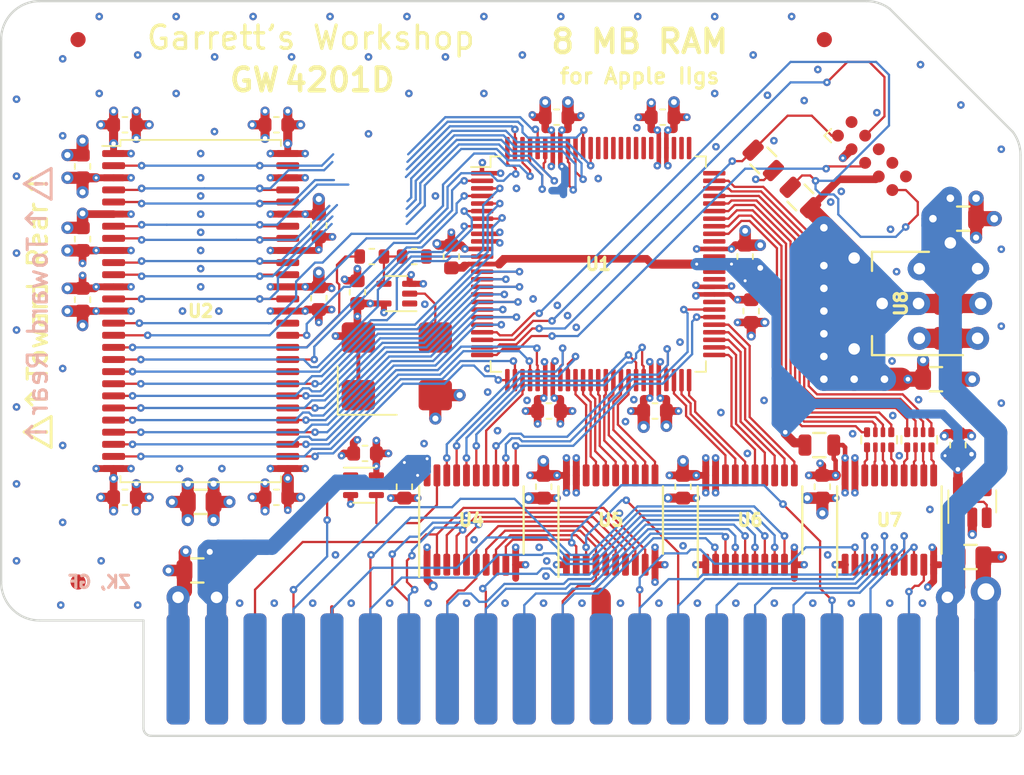
<source format=kicad_pcb>
(kicad_pcb (version 20171130) (host pcbnew "(5.1.5-0-10_14)")
  (title_block (title "GW4201D (RAM2GS II) - EPM240 / 5M240Z / AG256") (date 2021-04-30) (rev 2.0) (company "Garrett's Workshop"))
  (layers (0 F.Cu signal) (1 In1.Cu power) (2 In2.Cu power) (31 B.Cu signal) (34 B.Paste user) (35 F.Paste user) (36 B.SilkS user) (37 F.SilkS user) (38 B.Mask user) (39 F.Mask user) (44 Edge.Cuts user))
  (net 0 "")
  (net 1 GND)
  (net 2 /FA15)
  (net 3 /FA14)
  (net 4 /FA13)
  (net 5 /FA12)
  (net 6 /FA11)
  (net 7 /FA10)
  (net 8 /~CRAS~)
  (net 9 /ABORT)
  (net 10 /PH2)
  (net 11 /~CSEL~)
  (net 12 /~CROMSEL~)
  (net 13 /CROW1)
  (net 14 /CROW0)
  (net 15 /~CCAS~)
  (net 16 /~FWE~)
  (net 17 /FRA1)
  (net 18 /FRA2)
  (net 19 /FRA0)
  (net 20 /FRA7)
  (net 21 /FRA5)
  (net 22 /FRA4)
  (net 23 /FRA3)
  (net 24 /FRA6)
  (net 25 /FRA8)
  (net 26 /FRA9)
  (net 27 /FD2)
  (net 28 /FD7)
  (net 29 /FD0)
  (net 30 /FD6)
  (net 31 /FD4)
  (net 32 /FD5)
  (net 33 /FD3)
  (net 34 /FD1)
  (net 35 /AClk)
  (net 36 /RClk)
  (net 37 "Net-(U1-Pad58)")
  (net 38 "Net-(U1-Pad61)")
  (net 39 "Net-(U1-Pad62)")
  (net 40 "Net-(U1-Pad64)")
  (net 41 "Net-(U1-Pad66)")
  (net 42 "Net-(U1-Pad75)")
  (net 43 "Net-(U1-Pad76)")
  (net 44 "Net-(U1-Pad78)")
  (net 45 "Net-(U1-Pad81)")
  (net 46 "Net-(U1-Pad82)")
  (net 47 "Net-(U1-Pad84)")
  (net 48 "Net-(U1-Pad86)")
  (net 49 "Net-(U1-Pad88)")
  (net 50 +3V3)
  (net 51 /Dout5)
  (net 52 /Dout6)
  (net 53 /Dout4)
  (net 54 /Dout7)
  (net 55 /Dout2)
  (net 56 /Dout1)
  (net 57 /Dout0)
  (net 58 /Dout3)
  (net 59 /Din3)
  (net 60 /Din0)
  (net 61 /Din1)
  (net 62 /Din2)
  (net 63 /Din7)
  (net 64 /Din4)
  (net 65 /Din6)
  (net 66 /Din5)
  (net 67 /~WE~in)
  (net 68 /Ain0)
  (net 69 /Ain2)
  (net 70 /Ain1)
  (net 71 /PH2in)
  (net 72 /~CCAS~in)
  (net 73 /CROWin0)
  (net 74 /CROWin1)
  (net 75 /~CRAS~in)
  (net 76 /RD0)
  (net 77 /RD2)
  (net 78 /RD1)
  (net 79 /RD3)
  (net 80 /RD7)
  (net 81 /RD5)
  (net 82 /RD6)
  (net 83 /RD4)
  (net 84 /Ain7)
  (net 85 /Ain5)
  (net 86 /Ain4)
  (net 87 /Ain3)
  (net 88 /Ain6)
  (net 89 /Ain8)
  (net 90 /Ain9)
  (net 91 /DQMH)
  (net 92 /CKE)
  (net 93 /RA11)
  (net 94 /RA9)
  (net 95 /RA8)
  (net 96 /RA7)
  (net 97 /RA6)
  (net 98 /RA5)
  (net 99 /RA4)
  (net 100 /RA3)
  (net 101 /RA2)
  (net 102 /RA1)
  (net 103 /RA0)
  (net 104 /RA10)
  (net 105 /BA1)
  (net 106 /BA0)
  (net 107 /R~CS~)
  (net 108 /R~RAS~)
  (net 109 /R~CAS~)
  (net 110 /R~WE~)
  (net 111 /DQML)
  (net 112 "Net-(RN4-Pad1)")
  (net 113 "Net-(RN4-Pad3)")
  (net 114 "Net-(RN4-Pad2)")
  (net 115 "Net-(RN4-Pad4)")
  (net 116 "Net-(RN5-Pad4)")
  (net 117 "Net-(RN5-Pad2)")
  (net 118 "Net-(RN5-Pad3)")
  (net 119 "Net-(RN5-Pad1)")
  (net 120 "Net-(U10-Pad2)")
  (net 121 /TDI)
  (net 122 "Net-(J2-Pad8)")
  (net 123 "Net-(J2-Pad7)")
  (net 124 "Net-(J2-Pad6)")
  (net 125 /TMS)
  (net 126 /TDO)
  (net 127 /TCK)
  (net 128 +5V)
  (net 129 "Net-(U9-Pad1)")
  (net 130 "Net-(U10-Pad1)")
  (net 131 "Net-(R3-Pad1)")
  (net 132 +1V8)
  (net 133 "Net-(U11-Pad4)")
  (net 134 /MISO)
  (net 135 /MOSI)
  (net 136 /SCK)
  (net 137 /S~CS~)
  (net 138 "Net-(U4-Pad19)")
  (module stdpads:R4_0402 (layer F.Cu) (at 106.6 120.15)
    (fp_text reference RN5)
    (fp_text value 4x33)
    (pad 1 smd roundrect (at -0.8 0.5 90) (size 0.65 0.4) (layers F.Cu F.Paste F.Mask) (net 119 "Net-(RN5-Pad1)"))
    (pad 3 smd roundrect (at 0.25 0.5 90) (size 0.65 0.3) (layers F.Cu F.Paste F.Mask) (net 118 "Net-(RN5-Pad3)"))
    (pad 2 smd roundrect (at -0.25 0.5 90) (size 0.65 0.3) (layers F.Cu F.Paste F.Mask) (net 117 "Net-(RN5-Pad2)"))
    (pad 4 smd roundrect (at 0.8 0.5 90) (size 0.65 0.4) (layers F.Cu F.Paste F.Mask) (net 116 "Net-(RN5-Pad4)"))
    (pad 7 smd roundrect (at -0.25 -0.5 90) (size 0.65 0.3) (layers F.Cu F.Paste F.Mask) (net 88 /Ain6))
    (pad 8 smd roundrect (at -0.8 -0.5 90) (size 0.65 0.4) (layers F.Cu F.Paste F.Mask) (net 87 /Ain3))
    (pad 6 smd roundrect (at 0.25 -0.5 90) (size 0.65 0.3) (layers F.Cu F.Paste F.Mask) (net 89 /Ain8))
    (pad 5 smd roundrect (at 0.8 -0.5 90) (size 0.65 0.4) (layers F.Cu F.Paste F.Mask) (net 90 /Ain9))
  )
  (module stdpads:R4_0402 (layer F.Cu) (at 103.95 120.15)
    (fp_text reference RN4)
    (fp_text value 4x33)
    (pad 1 smd roundrect (at -0.8 0.5 90) (size 0.65 0.4) (layers F.Cu F.Paste F.Mask) (net 112 "Net-(RN4-Pad1)"))
    (pad 3 smd roundrect (at 0.25 0.5 90) (size 0.65 0.3) (layers F.Cu F.Paste F.Mask) (net 113 "Net-(RN4-Pad3)"))
    (pad 2 smd roundrect (at -0.25 0.5 90) (size 0.65 0.3) (layers F.Cu F.Paste F.Mask) (net 114 "Net-(RN4-Pad2)"))
    (pad 4 smd roundrect (at 0.8 0.5 90) (size 0.65 0.4) (layers F.Cu F.Paste F.Mask) (net 115 "Net-(RN4-Pad4)"))
    (pad 7 smd roundrect (at -0.25 -0.5 90) (size 0.65 0.3) (layers F.Cu F.Paste F.Mask) (net 84 /Ain7))
    (pad 8 smd roundrect (at -0.8 -0.5 90) (size 0.65 0.4) (layers F.Cu F.Paste F.Mask) (net 75 /~CRAS~in))
    (pad 6 smd roundrect (at 0.25 -0.5 90) (size 0.65 0.3) (layers F.Cu F.Paste F.Mask) (net 85 /Ain5))
    (pad 5 smd roundrect (at 0.8 -0.5 90) (size 0.65 0.4) (layers F.Cu F.Paste F.Mask) (net 86 /Ain4))
  )
  (module stdpads:TQFP-100_14x14mm_P0.5mm (layer F.Cu) (at 85.4 108.55 270)
    (fp_text reference U1)
    (fp_text value EPM240T100C5N)
    (fp_text user %R (at 0 0) (layer F.SilkS) (effects (font (size 0.8128 0.8128) (thickness 0.2032))))
    (pad 1 smd roundrect (at -6 7.6625) (size 1.475 0.3) (layers F.Cu F.Paste F.Mask) (net 1 GND))
    (pad 2 smd roundrect (at -5.5 7.6625) (size 1.475 0.3) (layers F.Cu F.Paste F.Mask) (net 91 /DQMH))
    (pad 3 smd roundrect (at -5 7.6625) (size 1.475 0.3) (layers F.Cu F.Paste F.Mask) (net 107 /R~CS~))
    (pad 4 smd roundrect (at -4.5 7.6625) (size 1.475 0.3) (layers F.Cu F.Paste F.Mask) (net 109 /R~CAS~))
    (pad 5 smd roundrect (at -4 7.6625) (size 1.475 0.3) (layers F.Cu F.Paste F.Mask) (net 106 /BA0))
    (pad 6 smd roundrect (at -3.5 7.6625) (size 1.475 0.3) (layers F.Cu F.Paste F.Mask) (net 108 /R~RAS~))
    (pad 7 smd roundrect (at -3 7.6625) (size 1.475 0.3) (layers F.Cu F.Paste F.Mask) (net 93 /RA11))
    (pad 8 smd roundrect (at -2.5 7.6625) (size 1.475 0.3) (layers F.Cu F.Paste F.Mask) (net 92 /CKE))
    (pad 9 smd roundrect (at -2 7.6625) (size 1.475 0.3) (layers F.Cu F.Paste F.Mask) (net 50 +3V3))
    (pad 10 smd roundrect (at -1.5 7.6625) (size 1.475 0.3) (layers F.Cu F.Paste F.Mask) (net 1 GND))
    (pad 11 smd roundrect (at -1 7.6625) (size 1.475 0.3) (layers F.Cu F.Paste F.Mask) (net 1 GND))
    (pad 12 smd roundrect (at -0.5 7.6625) (size 1.475 0.3) (layers F.Cu F.Paste F.Mask) (net 35 /AClk))
    (pad 13 smd roundrect (at 0 7.6625) (size 1.475 0.3) (layers F.Cu F.Paste F.Mask) (net 132 +1V8))
    (pad 14 smd roundrect (at 0.5 7.6625) (size 1.475 0.3) (layers F.Cu F.Paste F.Mask) (net 105 /BA1))
    (pad 15 smd roundrect (at 1 7.6625) (size 1.475 0.3) (layers F.Cu F.Paste F.Mask) (net 94 /RA9))
    (pad 16 smd roundrect (at 1.5 7.6625) (size 1.475 0.3) (layers F.Cu F.Paste F.Mask) (net 104 /RA10))
    (pad 17 smd roundrect (at 2 7.6625) (size 1.475 0.3) (layers F.Cu F.Paste F.Mask) (net 95 /RA8))
    (pad 18 smd roundrect (at 2.5 7.6625) (size 1.475 0.3) (layers F.Cu F.Paste F.Mask) (net 103 /RA0))
    (pad 19 smd roundrect (at 3 7.6625) (size 1.475 0.3) (layers F.Cu F.Paste F.Mask) (net 96 /RA7))
    (pad 20 smd roundrect (at 3.5 7.6625) (size 1.475 0.3) (layers F.Cu F.Paste F.Mask) (net 102 /RA1))
    (pad 21 smd roundrect (at 4 7.6625) (size 1.475 0.3) (layers F.Cu F.Paste F.Mask) (net 97 /RA6))
    (pad 22 smd roundrect (at 4.5 7.6625) (size 1.475 0.3) (layers F.Cu F.Paste F.Mask) (net 125 /TMS))
    (pad 23 smd roundrect (at 5 7.6625) (size 1.475 0.3) (layers F.Cu F.Paste F.Mask) (net 121 /TDI))
    (pad 24 smd roundrect (at 5.5 7.6625) (size 1.475 0.3) (layers F.Cu F.Paste F.Mask) (net 127 /TCK))
    (pad 25 smd roundrect (at 6 7.6625) (size 1.475 0.3) (layers F.Cu F.Paste F.Mask) (net 126 /TDO))
    (pad 26 smd roundrect (at 7.6625 6) (size 0.3 1.475) (layers F.Cu F.Paste F.Mask) (net 99 /RA4))
    (pad 27 smd roundrect (at 7.6625 5.5) (size 0.3 1.475) (layers F.Cu F.Paste F.Mask) (net 100 /RA3))
    (pad 28 smd roundrect (at 7.6625 5) (size 0.3 1.475) (layers F.Cu F.Paste F.Mask) (net 51 /Dout5))
    (pad 29 smd roundrect (at 7.6625 4.5) (size 0.3 1.475) (layers F.Cu F.Paste F.Mask) (net 98 /RA5))
    (pad 30 smd roundrect (at 7.6625 4) (size 0.3 1.475) (layers F.Cu F.Paste F.Mask) (net 101 /RA2))
    (pad 31 smd roundrect (at 7.6625 3.5) (size 0.3 1.475) (layers F.Cu F.Paste F.Mask) (net 50 +3V3))
    (pad 32 smd roundrect (at 7.6625 3) (size 0.3 1.475) (layers F.Cu F.Paste F.Mask) (net 1 GND))
    (pad 33 smd roundrect (at 7.6625 2.5) (size 0.3 1.475) (layers F.Cu F.Paste F.Mask) (net 57 /Dout0))
    (pad 34 smd roundrect (at 7.6625 2) (size 0.3 1.475) (layers F.Cu F.Paste F.Mask) (net 52 /Dout6))
    (pad 35 smd roundrect (at 7.6625 1.5) (size 0.3 1.475) (layers F.Cu F.Paste F.Mask) (net 62 /Din2))
    (pad 36 smd roundrect (at 7.6625 1) (size 0.3 1.475) (layers F.Cu F.Paste F.Mask) (net 61 /Din1))
    (pad 37 smd roundrect (at 7.6625 0.5) (size 0.3 1.475) (layers F.Cu F.Paste F.Mask) (net 59 /Din3))
    (pad 38 smd roundrect (at 7.6625 0) (size 0.3 1.475) (layers F.Cu F.Paste F.Mask) (net 66 /Din5))
    (pad 39 smd roundrect (at 7.6625 -0.5) (size 0.3 1.475) (layers F.Cu F.Paste F.Mask) (net 64 /Din4))
    (pad 40 smd roundrect (at 7.6625 -1) (size 0.3 1.475) (layers F.Cu F.Paste F.Mask) (net 63 /Din7))
    (pad 41 smd roundrect (at 7.6625 -1.5) (size 0.3 1.475) (layers F.Cu F.Paste F.Mask) (net 65 /Din6))
    (pad 42 smd roundrect (at 7.6625 -2) (size 0.3 1.475) (layers F.Cu F.Paste F.Mask) (net 60 /Din0))
    (pad 43 smd roundrect (at 7.6625 -2.5) (size 0.3 1.475) (layers F.Cu F.Paste F.Mask) (net 54 /Dout7))
    (pad 44 smd roundrect (at 7.6625 -3) (size 0.3 1.475) (layers F.Cu F.Paste F.Mask) (net 53 /Dout4))
    (pad 45 smd roundrect (at 7.6625 -3.5) (size 0.3 1.475) (layers F.Cu F.Paste F.Mask) (net 50 +3V3))
    (pad 46 smd roundrect (at 7.6625 -4) (size 0.3 1.475) (layers F.Cu F.Paste F.Mask) (net 1 GND))
    (pad 47 smd roundrect (at 7.6625 -4.5) (size 0.3 1.475) (layers F.Cu F.Paste F.Mask) (net 58 /Dout3))
    (pad 48 smd roundrect (at 7.6625 -5) (size 0.3 1.475) (layers F.Cu F.Paste F.Mask) (net 67 /~WE~in))
    (pad 49 smd roundrect (at 7.6625 -5.5) (size 0.3 1.475) (layers F.Cu F.Paste F.Mask) (net 68 /Ain0))
    (pad 50 smd roundrect (at 7.6625 -6) (size 0.3 1.475) (layers F.Cu F.Paste F.Mask) (net 69 /Ain2))
    (pad 51 smd roundrect (at 6 -7.6625) (size 1.475 0.3) (layers F.Cu F.Paste F.Mask) (net 70 /Ain1))
    (pad 52 smd roundrect (at 5.5 -7.6625) (size 1.475 0.3) (layers F.Cu F.Paste F.Mask) (net 71 /PH2in))
    (pad 53 smd roundrect (at 5 -7.6625) (size 1.475 0.3) (layers F.Cu F.Paste F.Mask) (net 72 /~CCAS~in))
    (pad 54 smd roundrect (at 4.5 -7.6625) (size 1.475 0.3) (layers F.Cu F.Paste F.Mask) (net 73 /CROWin0))
    (pad 55 smd roundrect (at 4 -7.6625) (size 1.475 0.3) (layers F.Cu F.Paste F.Mask) (net 74 /CROWin1))
    (pad 56 smd roundrect (at 3.5 -7.6625) (size 1.475 0.3) (layers F.Cu F.Paste F.Mask) (net 55 /Dout2))
    (pad 57 smd roundrect (at 3 -7.6625) (size 1.475 0.3) (layers F.Cu F.Paste F.Mask) (net 56 /Dout1))
    (pad 58 smd roundrect (at 2.5 -7.6625) (size 1.475 0.3) (layers F.Cu F.Paste F.Mask) (net 37 "Net-(U1-Pad58)"))
    (pad 59 smd roundrect (at 2 -7.6625) (size 1.475 0.3) (layers F.Cu F.Paste F.Mask) (net 50 +3V3))
    (pad 60 smd roundrect (at 1.5 -7.6625) (size 1.475 0.3) (layers F.Cu F.Paste F.Mask) (net 1 GND))
    (pad 61 smd roundrect (at 1 -7.6625) (size 1.475 0.3) (layers F.Cu F.Paste F.Mask) (net 38 "Net-(U1-Pad61)"))
    (pad 62 smd roundrect (at 0.5 -7.6625) (size 1.475 0.3) (layers F.Cu F.Paste F.Mask) (net 39 "Net-(U1-Pad62)"))
    (pad 63 smd roundrect (at 0 -7.6625) (size 1.475 0.3) (layers F.Cu F.Paste F.Mask) (net 132 +1V8))
    (pad 64 smd roundrect (at -0.5 -7.6625) (size 1.475 0.3) (layers F.Cu F.Paste F.Mask) (net 40 "Net-(U1-Pad64)"))
    (pad 65 smd roundrect (at -1 -7.6625) (size 1.475 0.3) (layers F.Cu F.Paste F.Mask) (net 1 GND))
    (pad 66 smd roundrect (at -1.5 -7.6625) (size 1.475 0.3) (layers F.Cu F.Paste F.Mask) (net 41 "Net-(U1-Pad66)"))
    (pad 67 smd roundrect (at -2 -7.6625) (size 1.475 0.3) (layers F.Cu F.Paste F.Mask) (net 75 /~CRAS~in))
    (pad 68 smd roundrect (at -2.5 -7.6625) (size 1.475 0.3) (layers F.Cu F.Paste F.Mask) (net 84 /Ain7))
    (pad 69 smd roundrect (at -3 -7.6625) (size 1.475 0.3) (layers F.Cu F.Paste F.Mask) (net 85 /Ain5))
    (pad 70 smd roundrect (at -3.5 -7.6625) (size 1.475 0.3) (layers F.Cu F.Paste F.Mask) (net 86 /Ain4))
    (pad 71 smd roundrect (at -4 -7.6625) (size 1.475 0.3) (layers F.Cu F.Paste F.Mask) (net 87 /Ain3))
    (pad 72 smd roundrect (at -4.5 -7.6625) (size 1.475 0.3) (layers F.Cu F.Paste F.Mask) (net 88 /Ain6))
    (pad 73 smd roundrect (at -5 -7.6625) (size 1.475 0.3) (layers F.Cu F.Paste F.Mask) (net 89 /Ain8))
    (pad 74 smd roundrect (at -5.5 -7.6625) (size 1.475 0.3) (layers F.Cu F.Paste F.Mask) (net 90 /Ain9))
    (pad 75 smd roundrect (at -6 -7.6625) (size 1.475 0.3) (layers F.Cu F.Paste F.Mask) (net 42 "Net-(U1-Pad75)"))
    (pad 76 smd roundrect (at -7.6625 -6) (size 0.3 1.475) (layers F.Cu F.Paste F.Mask) (net 43 "Net-(U1-Pad76)"))
    (pad 77 smd roundrect (at -7.6625 -5.5) (size 0.3 1.475) (layers F.Cu F.Paste F.Mask) (net 134 /MISO))
    (pad 78 smd roundrect (at -7.6625 -5) (size 0.3 1.475) (layers F.Cu F.Paste F.Mask) (net 44 "Net-(U1-Pad78)"))
    (pad 79 smd roundrect (at -7.6625 -4.5) (size 0.3 1.475) (layers F.Cu F.Paste F.Mask) (net 1 GND))
    (pad 80 smd roundrect (at -7.6625 -4) (size 0.3 1.475) (layers F.Cu F.Paste F.Mask) (net 50 +3V3))
    (pad 81 smd roundrect (at -7.6625 -3.5) (size 0.3 1.475) (layers F.Cu F.Paste F.Mask) (net 45 "Net-(U1-Pad81)"))
    (pad 82 smd roundrect (at -7.6625 -3) (size 0.3 1.475) (layers F.Cu F.Paste F.Mask) (net 46 "Net-(U1-Pad82)"))
    (pad 83 smd roundrect (at -7.6625 -2.5) (size 0.3 1.475) (layers F.Cu F.Paste F.Mask) (net 135 /MOSI))
    (pad 84 smd roundrect (at -7.6625 -2) (size 0.3 1.475) (layers F.Cu F.Paste F.Mask) (net 47 "Net-(U1-Pad84)"))
    (pad 85 smd roundrect (at -7.6625 -1.5) (size 0.3 1.475) (layers F.Cu F.Paste F.Mask) (net 136 /SCK))
    (pad 86 smd roundrect (at -7.6625 -1) (size 0.3 1.475) (layers F.Cu F.Paste F.Mask) (net 48 "Net-(U1-Pad86)"))
    (pad 87 smd roundrect (at -7.6625 -0.5) (size 0.3 1.475) (layers F.Cu F.Paste F.Mask) (net 137 /S~CS~))
    (pad 88 smd roundrect (at -7.6625 0) (size 0.3 1.475) (layers F.Cu F.Paste F.Mask) (net 49 "Net-(U1-Pad88)"))
    (pad 89 smd roundrect (at -7.6625 0.5) (size 0.3 1.475) (layers F.Cu F.Paste F.Mask) (net 77 /RD2))
    (pad 90 smd roundrect (at -7.6625 1) (size 0.3 1.475) (layers F.Cu F.Paste F.Mask) (net 78 /RD1))
    (pad 91 smd roundrect (at -7.6625 1.5) (size 0.3 1.475) (layers F.Cu F.Paste F.Mask) (net 81 /RD5))
    (pad 92 smd roundrect (at -7.6625 2) (size 0.3 1.475) (layers F.Cu F.Paste F.Mask) (net 83 /RD4))
    (pad 93 smd roundrect (at -7.6625 2.5) (size 0.3 1.475) (layers F.Cu F.Paste F.Mask) (net 1 GND))
    (pad 94 smd roundrect (at -7.6625 3) (size 0.3 1.475) (layers F.Cu F.Paste F.Mask) (net 50 +3V3))
    (pad 95 smd roundrect (at -7.6625 3.5) (size 0.3 1.475) (layers F.Cu F.Paste F.Mask) (net 82 /RD6))
    (pad 96 smd roundrect (at -7.6625 4) (size 0.3 1.475) (layers F.Cu F.Paste F.Mask) (net 76 /RD0))
    (pad 97 smd roundrect (at -7.6625 4.5) (size 0.3 1.475) (layers F.Cu F.Paste F.Mask) (net 80 /RD7))
    (pad 98 smd roundrect (at -7.6625 5) (size 0.3 1.475) (layers F.Cu F.Paste F.Mask) (net 111 /DQML))
    (pad 99 smd roundrect (at -7.6625 5.5) (size 0.3 1.475) (layers F.Cu F.Paste F.Mask) (net 79 /RD3))
    (pad 100 smd roundrect (at -7.6625 6) (size 0.3 1.475) (layers F.Cu F.Paste F.Mask) (net 110 /R~WE~))
  )
  (module stdpads:SOT-223 (layer F.Cu) (at 105.387 111.15)
    (fp_text reference U8 (at 0 0 270) (layer F.SilkS) (effects (font (size 0.8128 0.8128) (thickness 0.2032))))
    (fp_text value AZ1117CH-3.3TRG1)
    (pad 1 smd roundrect (at 3.15 2.3 180) (size 2 1.5) (layers F.Cu F.Paste F.Mask) (roundrect_rratio 0.2) (net 1 GND))
    (pad 3 smd roundrect (at 3.15 -2.3 180) (size 2 1.5) (layers F.Cu F.Paste F.Mask) (roundrect_rratio 0.2) (net 128 +5V))
    (pad 2 smd roundrect (at 3.15 0 180) (size 2 1.5) (layers F.Cu F.Paste F.Mask) (roundrect_rratio 0.2) (net 50 +3V3))
    (pad 2 smd roundrect (at -3.15 0 180) (size 2 3.8) (layers F.Cu F.Paste F.Mask) (roundrect_rratio 0.15) (net 50 +3V3))
  )
  (module stdpads:SOT-23-5 (layer F.Cu) (at 110.1 124.25 270)
    (fp_text reference U11)
    (fp_text value AP2127K-1.8TRG1)
    (pad 1 smd roundrect (at 1.05 0.95 90) (size 1.35 0.65) (layers F.Cu F.Paste F.Mask) (net 128 +5V))
    (pad 3 smd roundrect (at 1.05 -0.95 90) (size 1.35 0.65) (layers F.Cu F.Paste F.Mask) (net 128 +5V))
    (pad 2 smd roundrect (at 1.05 0 90) (size 1.35 0.65) (layers F.Cu F.Paste F.Mask) (net 1 GND))
    (pad 5 smd roundrect (at -1.05 0.95 90) (size 1.35 0.65) (layers F.Cu F.Paste F.Mask) (net 132 +1V8))
    (pad 4 smd roundrect (at -1.05 -0.95 90) (size 1.35 0.65) (layers F.Cu F.Paste F.Mask) (net 133 "Net-(U11-Pad4)"))
  )
  (module stdpads:R_0805 (layer F.Cu) (at 100 120.5 180)
    (fp_text reference R4)
    (fp_text value 0)
    (pad 2 smd roundrect (at 0.95 0 180) (size 0.85 1.4) (layers F.Cu F.Paste F.Mask) (net 132 +1V8))
    (pad 1 smd roundrect (at -0.95 0 180) (size 0.85 1.4) (layers F.Cu F.Paste F.Mask) (net 50 +3V3))
  )
  (module stdpads:C_0603 (layer F.Cu) (at 109.15 120.5 90)
    (fp_text reference C28)
    (fp_text value 2u2)
    (pad 2 smd roundrect (at 0.75 0 90) (size 0.85 0.95) (layers F.Cu F.Paste F.Mask) (net 1 GND))
    (pad 1 smd roundrect (at -0.75 0 90) (size 0.85 0.95) (layers F.Cu F.Paste F.Mask) (net 132 +1V8))
  )
  (module stdpads:PasteHole_1.152mm_NPTH (layer F.Cu) (at 111.506 115.189)
    (fp_text reference H5)
    (fp_text value " " hide)
    (pad "" np_thru_hole circle (at 0 0) (size 1.152 1.152) (drill 1.152) (layers *.Cu *.Mask))
  )
  (module stdpads:Fiducial (layer F.Cu) (at 110.236 117.983)
    (fp_text reference FID3)
    (fp_text value Fiducial hide)
    (pad ~ smd circle (at 0 0) (size 1 1) (layers F.Cu F.Mask) (clearance 0.575))
  )
  (module stdpads:C_0603 (layer F.Cu) (at 100.2 123.25 270)
    (fp_text reference C8)
    (fp_text value 2u2)
    (pad 1 smd roundrect (at -0.75 0 270) (size 0.85 0.95) (layers F.Cu F.Paste F.Mask) (net 50 +3V3))
    (pad 2 smd roundrect (at 0.75 0 270) (size 0.85 0.95) (layers F.Cu F.Paste F.Mask) (net 1 GND))
  )
  (module stdpads:TSSOP-20_4.4x6.5mm_P0.65mm (layer F.Cu) (at 77.025 125.45)
    (fp_text reference U4)
    (fp_text value 74AHCT245PW)
    (fp_text user %R (at 0 0) (layer F.SilkS) (effects (font (size 0.8128 0.8128) (thickness 0.2032))))
    (pad 20 smd roundrect (at -2.925 -2.95 90) (size 1.45 0.45) (layers F.Cu F.Paste F.Mask) (net 128 +5V))
    (pad 19 smd roundrect (at -2.275 -2.95 90) (size 1.45 0.45) (layers F.Cu F.Paste F.Mask) (net 138 "Net-(U4-Pad19)"))
    (pad 18 smd roundrect (at -1.625 -2.95 90) (size 1.45 0.45) (layers F.Cu F.Paste F.Mask) (net 57 /Dout0))
    (pad 17 smd roundrect (at -0.975 -2.95 90) (size 1.45 0.45) (layers F.Cu F.Paste F.Mask) (net 52 /Dout6))
    (pad 16 smd roundrect (at -0.325 -2.95 90) (size 1.45 0.45) (layers F.Cu F.Paste F.Mask) (net 54 /Dout7))
    (pad 15 smd roundrect (at 0.325 -2.95 90) (size 1.45 0.45) (layers F.Cu F.Paste F.Mask) (net 53 /Dout4))
    (pad 14 smd roundrect (at 0.975 -2.95 90) (size 1.45 0.45) (layers F.Cu F.Paste F.Mask) (net 51 /Dout5))
    (pad 13 smd roundrect (at 1.625 -2.95 90) (size 1.45 0.45) (layers F.Cu F.Paste F.Mask) (net 58 /Dout3))
    (pad 12 smd roundrect (at 2.275 -2.95 90) (size 1.45 0.45) (layers F.Cu F.Paste F.Mask) (net 56 /Dout1))
    (pad 11 smd roundrect (at 2.925 -2.95 90) (size 1.45 0.45) (layers F.Cu F.Paste F.Mask) (net 55 /Dout2))
    (pad 10 smd roundrect (at 2.925 2.95 90) (size 1.45 0.45) (layers F.Cu F.Paste F.Mask) (net 1 GND))
    (pad 9 smd roundrect (at 2.275 2.95 90) (size 1.45 0.45) (layers F.Cu F.Paste F.Mask) (net 27 /FD2))
    (pad 8 smd roundrect (at 1.625 2.95 90) (size 1.45 0.45) (layers F.Cu F.Paste F.Mask) (net 34 /FD1))
    (pad 7 smd roundrect (at 0.975 2.95 90) (size 1.45 0.45) (layers F.Cu F.Paste F.Mask) (net 33 /FD3))
    (pad 6 smd roundrect (at 0.325 2.95 90) (size 1.45 0.45) (layers F.Cu F.Paste F.Mask) (net 32 /FD5))
    (pad 5 smd roundrect (at -0.325 2.95 90) (size 1.45 0.45) (layers F.Cu F.Paste F.Mask) (net 31 /FD4))
    (pad 4 smd roundrect (at -0.975 2.95 90) (size 1.45 0.45) (layers F.Cu F.Paste F.Mask) (net 28 /FD7))
    (pad 3 smd roundrect (at -1.625 2.95 90) (size 1.45 0.45) (layers F.Cu F.Paste F.Mask) (net 30 /FD6))
    (pad 2 smd roundrect (at -2.275 2.95 90) (size 1.45 0.45) (layers F.Cu F.Paste F.Mask) (net 29 /FD0))
    (pad 1 smd roundrect (at -2.925 2.95 90) (size 1.45 0.45) (layers F.Cu F.Paste F.Mask) (net 1 GND))
  )
  (module stdpads:SOT-353 (layer F.Cu) (at 72.1 110.5)
    (fp_text reference U10)
    (fp_text value 74LVC1G04GW)
    (pad 5 smd roundrect (at -0.85 0.65 180) (size 1 0.4) (layers F.Cu F.Paste F.Mask) (net 50 +3V3))
    (pad 4 smd roundrect (at -0.85 -0.65 180) (size 1 0.4) (layers F.Cu F.Paste F.Mask) (net 131 "Net-(R3-Pad1)"))
    (pad 2 smd roundrect (at 0.85 0 180) (size 1 0.4) (layers F.Cu F.Paste F.Mask) (net 120 "Net-(U10-Pad2)"))
    (pad 1 smd roundrect (at 0.85 0.65 180) (size 1 0.4) (layers F.Cu F.Paste F.Mask) (net 130 "Net-(U10-Pad1)"))
    (pad 3 smd roundrect (at 0.85 -0.65 180) (size 1 0.4) (layers F.Cu F.Paste F.Mask) (net 1 GND))
  )
  (module stdpads:SOT-353 (layer F.Cu) (at 69.9 123.15 180)
    (fp_text reference U9)
    (fp_text value 74LVC1G04GW)
    (pad 5 smd roundrect (at -0.85 0.65) (size 1 0.4) (layers F.Cu F.Paste F.Mask) (net 50 +3V3))
    (pad 4 smd roundrect (at -0.85 -0.65) (size 1 0.4) (layers F.Cu F.Paste F.Mask) (net 138 "Net-(U4-Pad19)"))
    (pad 2 smd roundrect (at 0.85 0) (size 1 0.4) (layers F.Cu F.Paste F.Mask) (net 11 /~CSEL~))
    (pad 1 smd roundrect (at 0.85 0.65) (size 1 0.4) (layers F.Cu F.Paste F.Mask) (net 129 "Net-(U9-Pad1)"))
    (pad 3 smd roundrect (at 0.85 -0.65) (size 1 0.4) (layers F.Cu F.Paste F.Mask) (net 1 GND))
  )
  (module stdpads:TSSOP-20_4.4x6.5mm_P0.65mm (layer F.Cu) (at 95.425 125.45)
    (fp_text reference U6)
    (fp_text value 74LVC245APW)
    (fp_text user %R (at 0 0) (layer F.SilkS) (effects (font (size 0.8128 0.8128) (thickness 0.2032))))
    (pad 20 smd roundrect (at -2.925 -2.95 90) (size 1.45 0.45) (layers F.Cu F.Paste F.Mask) (net 50 +3V3))
    (pad 19 smd roundrect (at -2.275 -2.95 90) (size 1.45 0.45) (layers F.Cu F.Paste F.Mask) (net 1 GND))
    (pad 18 smd roundrect (at -1.625 -2.95 90) (size 1.45 0.45) (layers F.Cu F.Paste F.Mask) (net 67 /~WE~in))
    (pad 17 smd roundrect (at -0.975 -2.95 90) (size 1.45 0.45) (layers F.Cu F.Paste F.Mask) (net 68 /Ain0))
    (pad 16 smd roundrect (at -0.325 -2.95 90) (size 1.45 0.45) (layers F.Cu F.Paste F.Mask) (net 69 /Ain2))
    (pad 15 smd roundrect (at 0.325 -2.95 90) (size 1.45 0.45) (layers F.Cu F.Paste F.Mask) (net 70 /Ain1))
    (pad 14 smd roundrect (at 0.975 -2.95 90) (size 1.45 0.45) (layers F.Cu F.Paste F.Mask) (net 71 /PH2in))
    (pad 13 smd roundrect (at 1.625 -2.95 90) (size 1.45 0.45) (layers F.Cu F.Paste F.Mask) (net 72 /~CCAS~in))
    (pad 12 smd roundrect (at 2.275 -2.95 90) (size 1.45 0.45) (layers F.Cu F.Paste F.Mask) (net 73 /CROWin0))
    (pad 11 smd roundrect (at 2.925 -2.95 90) (size 1.45 0.45) (layers F.Cu F.Paste F.Mask) (net 74 /CROWin1))
    (pad 10 smd roundrect (at 2.925 2.95 90) (size 1.45 0.45) (layers F.Cu F.Paste F.Mask) (net 1 GND))
    (pad 9 smd roundrect (at 2.275 2.95 90) (size 1.45 0.45) (layers F.Cu F.Paste F.Mask) (net 13 /CROW1))
    (pad 8 smd roundrect (at 1.625 2.95 90) (size 1.45 0.45) (layers F.Cu F.Paste F.Mask) (net 14 /CROW0))
    (pad 7 smd roundrect (at 0.975 2.95 90) (size 1.45 0.45) (layers F.Cu F.Paste F.Mask) (net 15 /~CCAS~))
    (pad 6 smd roundrect (at 0.325 2.95 90) (size 1.45 0.45) (layers F.Cu F.Paste F.Mask) (net 10 /PH2))
    (pad 5 smd roundrect (at -0.325 2.95 90) (size 1.45 0.45) (layers F.Cu F.Paste F.Mask) (net 17 /FRA1))
    (pad 4 smd roundrect (at -0.975 2.95 90) (size 1.45 0.45) (layers F.Cu F.Paste F.Mask) (net 18 /FRA2))
    (pad 3 smd roundrect (at -1.625 2.95 90) (size 1.45 0.45) (layers F.Cu F.Paste F.Mask) (net 19 /FRA0))
    (pad 2 smd roundrect (at -2.275 2.95 90) (size 1.45 0.45) (layers F.Cu F.Paste F.Mask) (net 16 /~FWE~))
    (pad 1 smd roundrect (at -2.925 2.95 90) (size 1.45 0.45) (layers F.Cu F.Paste F.Mask) (net 50 +3V3))
  )
  (module stdpads:TSSOP-20_4.4x6.5mm_P0.65mm (layer F.Cu) (at 104.625 125.45)
    (fp_text reference U7)
    (fp_text value 74LVC245APW)
    (fp_text user %R (at 0 0) (layer F.SilkS) (effects (font (size 0.8128 0.8128) (thickness 0.2032))))
    (pad 20 smd roundrect (at -2.925 -2.95 90) (size 1.45 0.45) (layers F.Cu F.Paste F.Mask) (net 50 +3V3))
    (pad 19 smd roundrect (at -2.275 -2.95 90) (size 1.45 0.45) (layers F.Cu F.Paste F.Mask) (net 1 GND))
    (pad 18 smd roundrect (at -1.625 -2.95 90) (size 1.45 0.45) (layers F.Cu F.Paste F.Mask) (net 112 "Net-(RN4-Pad1)"))
    (pad 17 smd roundrect (at -0.975 -2.95 90) (size 1.45 0.45) (layers F.Cu F.Paste F.Mask) (net 114 "Net-(RN4-Pad2)"))
    (pad 16 smd roundrect (at -0.325 -2.95 90) (size 1.45 0.45) (layers F.Cu F.Paste F.Mask) (net 113 "Net-(RN4-Pad3)"))
    (pad 15 smd roundrect (at 0.325 -2.95 90) (size 1.45 0.45) (layers F.Cu F.Paste F.Mask) (net 115 "Net-(RN4-Pad4)"))
    (pad 14 smd roundrect (at 0.975 -2.95 90) (size 1.45 0.45) (layers F.Cu F.Paste F.Mask) (net 119 "Net-(RN5-Pad1)"))
    (pad 13 smd roundrect (at 1.625 -2.95 90) (size 1.45 0.45) (layers F.Cu F.Paste F.Mask) (net 117 "Net-(RN5-Pad2)"))
    (pad 12 smd roundrect (at 2.275 -2.95 90) (size 1.45 0.45) (layers F.Cu F.Paste F.Mask) (net 118 "Net-(RN5-Pad3)"))
    (pad 11 smd roundrect (at 2.925 -2.95 90) (size 1.45 0.45) (layers F.Cu F.Paste F.Mask) (net 116 "Net-(RN5-Pad4)"))
    (pad 10 smd roundrect (at 2.925 2.95 90) (size 1.45 0.45) (layers F.Cu F.Paste F.Mask) (net 1 GND))
    (pad 9 smd roundrect (at 2.275 2.95 90) (size 1.45 0.45) (layers F.Cu F.Paste F.Mask) (net 26 /FRA9))
    (pad 8 smd roundrect (at 1.625 2.95 90) (size 1.45 0.45) (layers F.Cu F.Paste F.Mask) (net 25 /FRA8))
    (pad 7 smd roundrect (at 0.975 2.95 90) (size 1.45 0.45) (layers F.Cu F.Paste F.Mask) (net 24 /FRA6))
    (pad 6 smd roundrect (at 0.325 2.95 90) (size 1.45 0.45) (layers F.Cu F.Paste F.Mask) (net 23 /FRA3))
    (pad 5 smd roundrect (at -0.325 2.95 90) (size 1.45 0.45) (layers F.Cu F.Paste F.Mask) (net 22 /FRA4))
    (pad 4 smd roundrect (at -0.975 2.95 90) (size 1.45 0.45) (layers F.Cu F.Paste F.Mask) (net 21 /FRA5))
    (pad 3 smd roundrect (at -1.625 2.95 90) (size 1.45 0.45) (layers F.Cu F.Paste F.Mask) (net 20 /FRA7))
    (pad 2 smd roundrect (at -2.275 2.95 90) (size 1.45 0.45) (layers F.Cu F.Paste F.Mask) (net 8 /~CRAS~))
    (pad 1 smd roundrect (at -2.925 2.95 90) (size 1.45 0.45) (layers F.Cu F.Paste F.Mask) (net 50 +3V3))
  )
  (module stdpads:TSSOP-20_4.4x6.5mm_P0.65mm (layer F.Cu) (at 86.225 125.45)
    (fp_text reference U5)
    (fp_text value 74LVC245APW)
    (fp_text user %R (at 0 0) (layer F.SilkS) (effects (font (size 0.8128 0.8128) (thickness 0.2032))))
    (pad 20 smd roundrect (at -2.925 -2.95 90) (size 1.45 0.45) (layers F.Cu F.Paste F.Mask) (net 50 +3V3))
    (pad 19 smd roundrect (at -2.275 -2.95 90) (size 1.45 0.45) (layers F.Cu F.Paste F.Mask) (net 1 GND))
    (pad 18 smd roundrect (at -1.625 -2.95 90) (size 1.45 0.45) (layers F.Cu F.Paste F.Mask) (net 62 /Din2))
    (pad 17 smd roundrect (at -0.975 -2.95 90) (size 1.45 0.45) (layers F.Cu F.Paste F.Mask) (net 61 /Din1))
    (pad 16 smd roundrect (at -0.325 -2.95 90) (size 1.45 0.45) (layers F.Cu F.Paste F.Mask) (net 59 /Din3))
    (pad 15 smd roundrect (at 0.325 -2.95 90) (size 1.45 0.45) (layers F.Cu F.Paste F.Mask) (net 66 /Din5))
    (pad 14 smd roundrect (at 0.975 -2.95 90) (size 1.45 0.45) (layers F.Cu F.Paste F.Mask) (net 64 /Din4))
    (pad 13 smd roundrect (at 1.625 -2.95 90) (size 1.45 0.45) (layers F.Cu F.Paste F.Mask) (net 63 /Din7))
    (pad 12 smd roundrect (at 2.275 -2.95 90) (size 1.45 0.45) (layers F.Cu F.Paste F.Mask) (net 65 /Din6))
    (pad 11 smd roundrect (at 2.925 -2.95 90) (size 1.45 0.45) (layers F.Cu F.Paste F.Mask) (net 60 /Din0))
    (pad 10 smd roundrect (at 2.925 2.95 90) (size 1.45 0.45) (layers F.Cu F.Paste F.Mask) (net 1 GND))
    (pad 9 smd roundrect (at 2.275 2.95 90) (size 1.45 0.45) (layers F.Cu F.Paste F.Mask) (net 29 /FD0))
    (pad 8 smd roundrect (at 1.625 2.95 90) (size 1.45 0.45) (layers F.Cu F.Paste F.Mask) (net 30 /FD6))
    (pad 7 smd roundrect (at 0.975 2.95 90) (size 1.45 0.45) (layers F.Cu F.Paste F.Mask) (net 28 /FD7))
    (pad 6 smd roundrect (at 0.325 2.95 90) (size 1.45 0.45) (layers F.Cu F.Paste F.Mask) (net 31 /FD4))
    (pad 5 smd roundrect (at -0.325 2.95 90) (size 1.45 0.45) (layers F.Cu F.Paste F.Mask) (net 32 /FD5))
    (pad 4 smd roundrect (at -0.975 2.95 90) (size 1.45 0.45) (layers F.Cu F.Paste F.Mask) (net 33 /FD3))
    (pad 3 smd roundrect (at -1.625 2.95 90) (size 1.45 0.45) (layers F.Cu F.Paste F.Mask) (net 34 /FD1))
    (pad 2 smd roundrect (at -2.275 2.95 90) (size 1.45 0.45) (layers F.Cu F.Paste F.Mask) (net 27 /FD2))
    (pad 1 smd roundrect (at -2.925 2.95 90) (size 1.45 0.45) (layers F.Cu F.Paste F.Mask) (net 50 +3V3))
  )
  (module stdpads:C_0603 (layer F.Cu) (at 54.15 99.35)
    (fp_text reference C17)
    (fp_text value 2u2)
    (pad 2 smd roundrect (at 0.75 0) (size 0.85 0.95) (layers F.Cu F.Paste F.Mask) (net 1 GND))
    (pad 1 smd roundrect (at -0.75 0) (size 0.85 0.95) (layers F.Cu F.Paste F.Mask) (net 50 +3V3))
  )
  (module stdpads:C_0805 (layer F.Cu) (at 59.15 124.25)
    (fp_text reference C26)
    (fp_text value 10u)
    (pad 2 smd roundrect (at 0.85 0) (size 1.05 1.4) (layers F.Cu F.Paste F.Mask) (net 1 GND))
    (pad 1 smd roundrect (at -0.85 0) (size 1.05 1.4) (layers F.Cu F.Paste F.Mask) (net 50 +3V3))
  )
  (module stdpads:C_0603 (layer F.Cu) (at 70 121.05 180)
    (fp_text reference C27)
    (fp_text value 2u2)
    (pad 2 smd roundrect (at 0.75 0 180) (size 0.85 0.95) (layers F.Cu F.Paste F.Mask) (net 1 GND))
    (pad 1 smd roundrect (at -0.75 0 180) (size 0.85 0.95) (layers F.Cu F.Paste F.Mask) (net 50 +3V3))
  )
  (module stdpads:C_0603 (layer F.Cu) (at 69.5 110.4 90)
    (fp_text reference C10)
    (fp_text value 2u2)
    (pad 2 smd roundrect (at 0.75 0 90) (size 0.85 0.95) (layers F.Cu F.Paste F.Mask) (net 1 GND))
    (pad 1 smd roundrect (at -0.75 0 90) (size 0.85 0.95) (layers F.Cu F.Paste F.Mask) (net 50 +3V3))
  )
  (module stdpads:AppleIIgsMemoryExpansion_Edge (layer F.Cu) (at 84.328 135.382)
    (fp_text reference J1)
    (fp_text value "Memory Expansion")
    (pad 1 smd roundrect (at 26.67 -0.1) (size 1.524 7.34) (layers B.Cu B.Mask) (net 1 GND))
    (pad 2 smd roundrect (at 24.13 -0.1) (size 1.524 7.34) (layers B.Cu B.Mask) (net 128 +5V))
    (pad 3 smd roundrect (at 21.59 -0.1) (size 1.524 7.34) (layers B.Cu B.Mask) (net 26 /FRA9))
    (pad 4 smd roundrect (at 19.05 -0.1) (size 1.524 7.34) (layers B.Cu B.Mask) (net 25 /FRA8))
    (pad 5 smd roundrect (at 16.51 -0.1) (size 1.524 7.34) (layers B.Cu B.Mask) (net 27 /FD2))
    (pad 6 smd roundrect (at 13.97 -0.1) (size 1.524 7.34) (layers B.Cu B.Mask) (net 24 /FRA6))
    (pad 7 smd roundrect (at 11.43 -0.1) (size 1.524 7.34) (layers B.Cu B.Mask) (net 23 /FRA3))
    (pad 8 smd roundrect (at 8.89 -0.1) (size 1.524 7.34) (layers B.Cu B.Mask) (net 22 /FRA4))
    (pad 9 smd roundrect (at 6.35 -0.1) (size 1.524 7.34) (layers B.Cu B.Mask) (net 21 /FRA5))
    (pad 10 smd roundrect (at 3.81 -0.1) (size 1.524 7.34) (layers B.Cu B.Mask) (net 20 /FRA7))
    (pad 11 smd roundrect (at 1.27 -0.1) (size 1.524 7.34) (layers B.Cu B.Mask) (net 128 +5V))
    (pad 12 smd roundrect (at -1.27 -0.1) (size 1.524 7.34) (layers B.Cu B.Mask) (net 16 /~FWE~))
    (pad 13 smd roundrect (at -3.81 -0.1) (size 1.524 7.34) (layers B.Cu B.Mask) (net 19 /FRA0))
    (pad 14 smd roundrect (at -6.35 -0.1) (size 1.524 7.34) (layers B.Cu B.Mask) (net 18 /FRA2))
    (pad 15 smd roundrect (at -8.89 -0.1) (size 1.524 7.34) (layers B.Cu B.Mask) (net 17 /FRA1))
    (pad 16 smd roundrect (at -11.43 -0.1) (size 1.524 7.34) (layers B.Cu B.Mask) (net 28 /FD7))
    (pad 17 smd roundrect (at -13.97 -0.1) (size 1.524 7.34) (layers B.Cu B.Mask) (net 15 /~CCAS~))
    (pad 18 smd roundrect (at -16.51 -0.1) (size 1.524 7.34) (layers B.Cu B.Mask) (net 14 /CROW0))
    (pad 19 smd roundrect (at -19.05 -0.1) (size 1.524 7.34) (layers B.Cu B.Mask) (net 13 /CROW1))
    (pad 20 smd roundrect (at -21.59 -0.1) (size 1.524 7.34) (layers B.Cu B.Mask) (net 12 /~CROMSEL~))
    (pad 21 smd roundrect (at -24.13 -0.1) (size 1.524 7.34) (layers B.Cu B.Mask) (net 128 +5V))
    (pad 22 smd roundrect (at -26.67 -0.1) (size 1.524 7.34) (layers B.Cu B.Mask) (net 1 GND))
    (pad 23 smd roundrect (at -26.67 -0.1) (size 1.524 7.34) (layers F.Cu F.Mask) (net 1 GND))
    (pad 24 smd roundrect (at -24.13 -0.1) (size 1.524 7.34) (layers F.Cu F.Mask) (net 128 +5V))
    (pad 25 smd roundrect (at -21.59 -0.1) (size 1.524 7.34) (layers F.Cu F.Mask) (net 29 /FD0))
    (pad 26 smd roundrect (at -19.05 -0.1) (size 1.524 7.34) (layers F.Cu F.Mask) (net 11 /~CSEL~))
    (pad 27 smd roundrect (at -16.51 -0.1) (size 1.524 7.34) (layers F.Cu F.Mask) (net 1 GND))
    (pad 28 smd roundrect (at -13.97 -0.1) (size 1.524 7.34) (layers F.Cu F.Mask) (net 30 /FD6))
    (pad 29 smd roundrect (at -11.43 -0.1) (size 1.524 7.34) (layers F.Cu F.Mask) (net 31 /FD4))
    (pad 30 smd roundrect (at -8.89 -0.1) (size 1.524 7.34) (layers F.Cu F.Mask) (net 32 /FD5))
    (pad 31 smd roundrect (at -6.35 -0.1) (size 1.524 7.34) (layers F.Cu F.Mask) (net 10 /PH2))
    (pad 32 smd roundrect (at -3.81 -0.1) (size 1.524 7.34) (layers F.Cu F.Mask) (net 9 /ABORT))
    (pad 33 smd roundrect (at -1.27 -0.1) (size 1.524 7.34) (layers F.Cu F.Mask) (net 33 /FD3))
    (pad 34 smd roundrect (at 1.27 -0.1) (size 1.524 7.34) (layers F.Cu F.Mask) (net 1 GND))
    (pad 35 smd roundrect (at 3.81 -0.1) (size 1.524 7.34) (layers F.Cu F.Mask) (net 8 /~CRAS~))
    (pad 36 smd roundrect (at 6.35 -0.1) (size 1.524 7.34) (layers F.Cu F.Mask) (net 34 /FD1))
    (pad 37 smd roundrect (at 8.89 -0.1) (size 1.524 7.34) (layers F.Cu F.Mask) (net 7 /FA10))
    (pad 38 smd roundrect (at 11.43 -0.1) (size 1.524 7.34) (layers F.Cu F.Mask) (net 6 /FA11))
    (pad 39 smd roundrect (at 13.97 -0.1) (size 1.524 7.34) (layers F.Cu F.Mask) (net 5 /FA12))
    (pad 40 smd roundrect (at 16.51 -0.1) (size 1.524 7.34) (layers F.Cu F.Mask) (net 4 /FA13))
    (pad 41 smd roundrect (at 19.05 -0.1) (size 1.524 7.34) (layers F.Cu F.Mask) (net 3 /FA14))
    (pad 42 smd roundrect (at 21.59 -0.1) (size 1.524 7.34) (layers F.Cu F.Mask) (net 2 /FA15))
    (pad 43 smd roundrect (at 24.13 -0.1) (size 1.524 7.34) (layers F.Cu F.Mask) (net 128 +5V))
    (pad 44 smd roundrect (at 26.67 -0.1) (size 1.524 7.34) (layers F.Cu F.Mask) (net 1 GND))
  )
  (module Connector:Tag-Connect_TC2050-IDC-FP_2x05_P1.27mm_Vertical (layer F.Cu) (at 103.474 101.415 315)
    (fp_text reference J2)
    (fp_text value JTAG)
    (pad "" np_thru_hole circle (at 1.905 -2.54 315) (size 2.3749 2.3749) (drill 2.3749) (layers *.Cu *.Mask))
    (pad "" np_thru_hole circle (at 1.905 2.54 315) (size 2.3749 2.3749) (drill 2.3749) (layers *.Cu *.Mask))
    (pad "" np_thru_hole circle (at -3.81 2.54 315) (size 2.3749 2.3749) (drill 2.3749) (layers *.Cu *.Mask))
    (pad "" np_thru_hole circle (at -3.81 -2.54 315) (size 2.3749 2.3749) (drill 2.3749) (layers *.Cu *.Mask))
    (pad 10 connect circle (at -2.54 -0.635 315) (size 0.7874 0.7874) (layers F.Cu F.Mask) (net 1 GND))
    (pad 9 connect circle (at -1.27 -0.635 315) (size 0.7874 0.7874) (layers F.Cu F.Mask) (net 121 /TDI))
    (pad 8 connect circle (at 0 -0.635 315) (size 0.7874 0.7874) (layers F.Cu F.Mask) (net 122 "Net-(J2-Pad8)"))
    (pad 7 connect circle (at 1.27 -0.635 315) (size 0.7874 0.7874) (layers F.Cu F.Mask) (net 123 "Net-(J2-Pad7)"))
    (pad 6 connect circle (at 2.54 -0.635 315) (size 0.7874 0.7874) (layers F.Cu F.Mask) (net 124 "Net-(J2-Pad6)"))
    (pad 5 connect circle (at 2.54 0.635 315) (size 0.7874 0.7874) (layers F.Cu F.Mask) (net 125 /TMS))
    (pad 4 connect circle (at 1.27 0.635 315) (size 0.7874 0.7874) (layers F.Cu F.Mask) (net 50 +3V3))
    (pad 3 connect circle (at 0 0.635 315) (size 0.7874 0.7874) (layers F.Cu F.Mask) (net 126 /TDO))
    (pad 2 connect circle (at -1.27 0.635 315) (size 0.7874 0.7874) (layers F.Cu F.Mask) (net 1 GND))
    (pad 1 connect circle (at -2.54 0.635 315) (size 0.7874 0.7874) (layers F.Cu F.Mask) (net 127 /TCK))
    (pad "" np_thru_hole circle (at -3.81 0 315) (size 0.9906 0.9906) (drill 0.9906) (layers *.Cu *.Mask))
    (pad "" np_thru_hole circle (at 3.81 1.016 315) (size 0.9906 0.9906) (drill 0.9906) (layers *.Cu *.Mask))
    (pad "" np_thru_hole circle (at 3.81 -1.016 315) (size 0.9906 0.9906) (drill 0.9906) (layers *.Cu *.Mask))
  )
  (module stdpads:TSOP-II-54_22.2x10.16mm_P0.8mm (layer F.Cu) (at 59.15 111.65)
    (fp_text reference U2)
    (fp_text value W9812G6KH-6)
    (fp_text user %R (at 0 0) (layer F.SilkS) (effects (font (size 0.8128 0.8128) (thickness 0.2032))))
    (pad 54 smd roundrect (at 5.75 -10.4) (size 1.51 0.458) (layers F.Cu F.Paste F.Mask) (net 1 GND))
    (pad 53 smd roundrect (at 5.75 -9.6) (size 1.51 0.458) (layers F.Cu F.Paste F.Mask) (net 76 /RD0))
    (pad 52 smd roundrect (at 5.75 -8.8) (size 1.51 0.458) (layers F.Cu F.Paste F.Mask) (net 1 GND))
    (pad 51 smd roundrect (at 5.75 -8) (size 1.51 0.458) (layers F.Cu F.Paste F.Mask) (net 78 /RD1))
    (pad 50 smd roundrect (at 5.75 -7.2) (size 1.51 0.458) (layers F.Cu F.Paste F.Mask) (net 77 /RD2))
    (pad 49 smd roundrect (at 5.75 -6.4) (size 1.51 0.458) (layers F.Cu F.Paste F.Mask) (net 50 +3V3))
    (pad 48 smd roundrect (at 5.75 -5.6) (size 1.51 0.458) (layers F.Cu F.Paste F.Mask) (net 79 /RD3))
    (pad 47 smd roundrect (at 5.75 -4.8) (size 1.51 0.458) (layers F.Cu F.Paste F.Mask) (net 83 /RD4))
    (pad 46 smd roundrect (at 5.75 -4) (size 1.51 0.458) (layers F.Cu F.Paste F.Mask) (net 1 GND))
    (pad 45 smd roundrect (at 5.75 -3.2) (size 1.51 0.458) (layers F.Cu F.Paste F.Mask) (net 81 /RD5))
    (pad 44 smd roundrect (at 5.75 -2.4) (size 1.51 0.458) (layers F.Cu F.Paste F.Mask) (net 82 /RD6))
    (pad 43 smd roundrect (at 5.75 -1.6) (size 1.51 0.458) (layers F.Cu F.Paste F.Mask) (net 50 +3V3))
    (pad 42 smd roundrect (at 5.75 -0.8) (size 1.51 0.458) (layers F.Cu F.Paste F.Mask) (net 80 /RD7))
    (pad 41 smd roundrect (at 5.75 0) (size 1.51 0.458) (layers F.Cu F.Paste F.Mask) (net 1 GND))
    (pad 40 smd roundrect (at 5.75 0.8) (size 1.51 0.458) (layers F.Cu F.Paste F.Mask))
    (pad 39 smd roundrect (at 5.75 1.6) (size 1.51 0.458) (layers F.Cu F.Paste F.Mask) (net 91 /DQMH))
    (pad 38 smd roundrect (at 5.75 2.4) (size 1.51 0.458) (layers F.Cu F.Paste F.Mask) (net 36 /RClk))
    (pad 37 smd roundrect (at 5.75 3.2) (size 1.51 0.458) (layers F.Cu F.Paste F.Mask) (net 92 /CKE))
    (pad 36 smd roundrect (at 5.75 4) (size 1.51 0.458) (layers F.Cu F.Paste F.Mask) (net 1 GND))
    (pad 35 smd roundrect (at 5.75 4.8) (size 1.51 0.458) (layers F.Cu F.Paste F.Mask) (net 93 /RA11))
    (pad 34 smd roundrect (at 5.75 5.6) (size 1.51 0.458) (layers F.Cu F.Paste F.Mask) (net 94 /RA9))
    (pad 33 smd roundrect (at 5.75 6.4) (size 1.51 0.458) (layers F.Cu F.Paste F.Mask) (net 95 /RA8))
    (pad 32 smd roundrect (at 5.75 7.2) (size 1.51 0.458) (layers F.Cu F.Paste F.Mask) (net 96 /RA7))
    (pad 31 smd roundrect (at 5.75 8) (size 1.51 0.458) (layers F.Cu F.Paste F.Mask) (net 97 /RA6))
    (pad 30 smd roundrect (at 5.75 8.8) (size 1.51 0.458) (layers F.Cu F.Paste F.Mask) (net 98 /RA5))
    (pad 29 smd roundrect (at 5.75 9.6) (size 1.51 0.458) (layers F.Cu F.Paste F.Mask) (net 99 /RA4))
    (pad 28 smd roundrect (at 5.75 10.4) (size 1.51 0.458) (layers F.Cu F.Paste F.Mask) (net 1 GND))
    (pad 27 smd roundrect (at -5.75 10.4) (size 1.51 0.458) (layers F.Cu F.Paste F.Mask) (net 50 +3V3))
    (pad 26 smd roundrect (at -5.75 9.6) (size 1.51 0.458) (layers F.Cu F.Paste F.Mask) (net 100 /RA3))
    (pad 25 smd roundrect (at -5.75 8.8) (size 1.51 0.458) (layers F.Cu F.Paste F.Mask) (net 101 /RA2))
    (pad 24 smd roundrect (at -5.75 8) (size 1.51 0.458) (layers F.Cu F.Paste F.Mask) (net 102 /RA1))
    (pad 23 smd roundrect (at -5.75 7.2) (size 1.51 0.458) (layers F.Cu F.Paste F.Mask) (net 103 /RA0))
    (pad 22 smd roundrect (at -5.75 6.4) (size 1.51 0.458) (layers F.Cu F.Paste F.Mask) (net 104 /RA10))
    (pad 21 smd roundrect (at -5.75 5.6) (size 1.51 0.458) (layers F.Cu F.Paste F.Mask) (net 105 /BA1))
    (pad 20 smd roundrect (at -5.75 4.8) (size 1.51 0.458) (layers F.Cu F.Paste F.Mask) (net 106 /BA0))
    (pad 19 smd roundrect (at -5.75 4) (size 1.51 0.458) (layers F.Cu F.Paste F.Mask) (net 107 /R~CS~))
    (pad 18 smd roundrect (at -5.75 3.2) (size 1.51 0.458) (layers F.Cu F.Paste F.Mask) (net 108 /R~RAS~))
    (pad 17 smd roundrect (at -5.75 2.4) (size 1.51 0.458) (layers F.Cu F.Paste F.Mask) (net 109 /R~CAS~))
    (pad 16 smd roundrect (at -5.75 1.6) (size 1.51 0.458) (layers F.Cu F.Paste F.Mask) (net 110 /R~WE~))
    (pad 15 smd roundrect (at -5.75 0.8) (size 1.51 0.458) (layers F.Cu F.Paste F.Mask) (net 111 /DQML))
    (pad 14 smd roundrect (at -5.75 0) (size 1.51 0.458) (layers F.Cu F.Paste F.Mask) (net 50 +3V3))
    (pad 13 smd roundrect (at -5.75 -0.8) (size 1.51 0.458) (layers F.Cu F.Paste F.Mask) (net 80 /RD7))
    (pad 12 smd roundrect (at -5.75 -1.6) (size 1.51 0.458) (layers F.Cu F.Paste F.Mask) (net 1 GND))
    (pad 11 smd roundrect (at -5.75 -2.4) (size 1.51 0.458) (layers F.Cu F.Paste F.Mask) (net 82 /RD6))
    (pad 10 smd roundrect (at -5.75 -3.2) (size 1.51 0.458) (layers F.Cu F.Paste F.Mask) (net 81 /RD5))
    (pad 9 smd roundrect (at -5.75 -4) (size 1.51 0.458) (layers F.Cu F.Paste F.Mask) (net 50 +3V3))
    (pad 8 smd roundrect (at -5.75 -4.8) (size 1.51 0.458) (layers F.Cu F.Paste F.Mask) (net 83 /RD4))
    (pad 7 smd roundrect (at -5.75 -5.6) (size 1.51 0.458) (layers F.Cu F.Paste F.Mask) (net 79 /RD3))
    (pad 6 smd roundrect (at -5.75 -6.4) (size 1.51 0.458) (layers F.Cu F.Paste F.Mask) (net 1 GND))
    (pad 5 smd roundrect (at -5.75 -7.2) (size 1.51 0.458) (layers F.Cu F.Paste F.Mask) (net 77 /RD2))
    (pad 4 smd roundrect (at -5.75 -8) (size 1.51 0.458) (layers F.Cu F.Paste F.Mask) (net 78 /RD1))
    (pad 3 smd roundrect (at -5.75 -8.8) (size 1.51 0.458) (layers F.Cu F.Paste F.Mask) (net 50 +3V3))
    (pad 2 smd roundrect (at -5.75 -9.6) (size 1.51 0.458) (layers F.Cu F.Paste F.Mask) (net 76 /RD0))
    (pad 1 smd roundrect (at -5.75 -10.4) (size 1.51 0.458) (layers F.Cu F.Paste F.Mask) (net 50 +3V3))
  )
  (module stdpads:C_0805 (layer F.Cu) (at 107.7 116.15)
    (fp_text reference C4)
    (fp_text value 10u)
    (pad 2 smd roundrect (at 0.85 0) (size 1.05 1.4) (layers F.Cu F.Paste F.Mask) (net 1 GND))
    (pad 1 smd roundrect (at -0.85 0) (size 1.05 1.4) (layers F.Cu F.Paste F.Mask) (net 50 +3V3))
  )
  (module stdpads:C_0805 (layer F.Cu) (at 109.5 105.55)
    (fp_text reference C3)
    (fp_text value 10u)
    (pad 2 smd roundrect (at 0.85 0) (size 1.05 1.4) (layers F.Cu F.Paste F.Mask) (net 1 GND))
    (pad 1 smd roundrect (at -0.85 0) (size 1.05 1.4) (layers F.Cu F.Paste F.Mask) (net 128 +5V))
  )
  (module stdpads:C_0805 (layer F.Cu) (at 109.982 127.889)
    (fp_text reference C2)
    (fp_text value 10u)
    (pad 2 smd roundrect (at 0.85 0) (size 1.05 1.4) (layers F.Cu F.Paste F.Mask) (net 1 GND))
    (pad 1 smd roundrect (at -0.85 0) (size 1.05 1.4) (layers F.Cu F.Paste F.Mask) (net 128 +5V))
  )
  (module stdpads:C_0805 (layer F.Cu) (at 58.928 128.778 180)
    (fp_text reference C1)
    (fp_text value 10u)
    (pad 2 smd roundrect (at 0.85 0 180) (size 1.05 1.4) (layers F.Cu F.Paste F.Mask) (net 1 GND))
    (pad 1 smd roundrect (at -0.85 0 180) (size 1.05 1.4) (layers F.Cu F.Paste F.Mask) (net 128 +5V))
  )
  (module stdpads:C_0603 (layer F.Cu) (at 72.6 123.25 270)
    (fp_text reference C5)
    (fp_text value 2u2)
    (pad 2 smd roundrect (at 0.75 0 270) (size 0.85 0.95) (layers F.Cu F.Paste F.Mask) (net 1 GND))
    (pad 1 smd roundrect (at -0.75 0 270) (size 0.85 0.95) (layers F.Cu F.Paste F.Mask) (net 128 +5V))
  )
  (module stdpads:C_0603 (layer F.Cu) (at 95.1 108.05 90)
    (fp_text reference C14)
    (fp_text value 2u2)
    (pad 2 smd roundrect (at 0.75 0 90) (size 0.85 0.95) (layers F.Cu F.Paste F.Mask) (net 1 GND))
    (pad 1 smd roundrect (at -0.75 0 90) (size 0.85 0.95) (layers F.Cu F.Paste F.Mask) (net 132 +1V8))
  )
  (module stdpads:C_0603 (layer F.Cu) (at 64.15 123.95)
    (fp_text reference C22)
    (fp_text value 2u2)
    (pad 2 smd roundrect (at 0.75 0) (size 0.85 0.95) (layers F.Cu F.Paste F.Mask) (net 1 GND))
    (pad 1 smd roundrect (at -0.75 0) (size 0.85 0.95) (layers F.Cu F.Paste F.Mask) (net 50 +3V3))
  )
  (module stdpads:C_0603 (layer F.Cu) (at 51.35 102.1 90)
    (fp_text reference C18)
    (fp_text value 2u2)
    (pad 2 smd roundrect (at 0.75 0 90) (size 0.85 0.95) (layers F.Cu F.Paste F.Mask) (net 1 GND))
    (pad 1 smd roundrect (at -0.75 0 90) (size 0.85 0.95) (layers F.Cu F.Paste F.Mask) (net 50 +3V3))
  )
  (module stdpads:C_0603 (layer F.Cu) (at 89.65 98.85)
    (fp_text reference C15)
    (fp_text value 2u2)
    (pad 2 smd roundrect (at 0.75 0) (size 0.85 0.95) (layers F.Cu F.Paste F.Mask) (net 1 GND))
    (pad 1 smd roundrect (at -0.75 0) (size 0.85 0.95) (layers F.Cu F.Paste F.Mask) (net 50 +3V3))
  )
  (module stdpads:C_0603 (layer F.Cu) (at 95.5 111.65 270)
    (fp_text reference C13)
    (fp_text value 2u2)
    (pad 2 smd roundrect (at 0.75 0 270) (size 0.85 0.95) (layers F.Cu F.Paste F.Mask) (net 1 GND))
    (pad 1 smd roundrect (at -0.75 0 270) (size 0.85 0.95) (layers F.Cu F.Paste F.Mask) (net 50 +3V3))
  )
  (module stdpads:C_0603 (layer F.Cu) (at 82.65 98.85)
    (fp_text reference C16)
    (fp_text value 2u2)
    (pad 2 smd roundrect (at 0.75 0) (size 0.85 0.95) (layers F.Cu F.Paste F.Mask) (net 1 GND))
    (pad 1 smd roundrect (at -0.75 0) (size 0.85 0.95) (layers F.Cu F.Paste F.Mask) (net 50 +3V3))
  )
  (module stdpads:C_0603 (layer F.Cu) (at 64.15 99.35)
    (fp_text reference C25)
    (fp_text value 2u2)
    (pad 2 smd roundrect (at 0.75 0) (size 0.85 0.95) (layers F.Cu F.Paste F.Mask) (net 1 GND))
    (pad 1 smd roundrect (at -0.75 0) (size 0.85 0.95) (layers F.Cu F.Paste F.Mask) (net 50 +3V3))
  )
  (module stdpads:C_0603 (layer F.Cu) (at 54.15 123.95)
    (fp_text reference C21)
    (fp_text value 2u2)
    (pad 2 smd roundrect (at 0.75 0) (size 0.85 0.95) (layers F.Cu F.Paste F.Mask) (net 1 GND))
    (pad 1 smd roundrect (at -0.75 0) (size 0.85 0.95) (layers F.Cu F.Paste F.Mask) (net 50 +3V3))
  )
  (module stdpads:C_0603 (layer F.Cu) (at 66.95 110.8 270)
    (fp_text reference C23)
    (fp_text value 2u2)
    (pad 2 smd roundrect (at 0.75 0 270) (size 0.85 0.95) (layers F.Cu F.Paste F.Mask) (net 1 GND))
    (pad 1 smd roundrect (at -0.75 0 270) (size 0.85 0.95) (layers F.Cu F.Paste F.Mask) (net 50 +3V3))
  )
  (module stdpads:C_0603 (layer F.Cu) (at 51.35 106.9 90)
    (fp_text reference C19)
    (fp_text value 2u2)
    (pad 2 smd roundrect (at 0.75 0 90) (size 0.85 0.95) (layers F.Cu F.Paste F.Mask) (net 1 GND))
    (pad 1 smd roundrect (at -0.75 0 90) (size 0.85 0.95) (layers F.Cu F.Paste F.Mask) (net 50 +3V3))
  )
  (module stdpads:C_0603 (layer F.Cu) (at 89.15 118.25)
    (fp_text reference C12)
    (fp_text value 2u2)
    (pad 2 smd roundrect (at 0.75 0) (size 0.85 0.95) (layers F.Cu F.Paste F.Mask) (net 1 GND))
    (pad 1 smd roundrect (at -0.75 0) (size 0.85 0.95) (layers F.Cu F.Paste F.Mask) (net 50 +3V3))
  )
  (module stdpads:C_0603 (layer F.Cu) (at 82.15 118.25)
    (fp_text reference C11)
    (fp_text value 2u2)
    (pad 2 smd roundrect (at 0.75 0) (size 0.85 0.95) (layers F.Cu F.Paste F.Mask) (net 1 GND))
    (pad 1 smd roundrect (at -0.75 0) (size 0.85 0.95) (layers F.Cu F.Paste F.Mask) (net 50 +3V3))
  )
  (module stdpads:C_0603 (layer F.Cu) (at 75.7 108.05 90)
    (fp_text reference C9)
    (fp_text value 2u2)
    (pad 2 smd roundrect (at 0.75 0 90) (size 0.85 0.95) (layers F.Cu F.Paste F.Mask) (net 1 GND))
    (pad 1 smd roundrect (at -0.75 0 90) (size 0.85 0.95) (layers F.Cu F.Paste F.Mask) (net 132 +1V8))
  )
  (module stdpads:C_0603 (layer F.Cu) (at 51.35 110.9 90)
    (fp_text reference C20)
    (fp_text value 2u2)
    (pad 2 smd roundrect (at 0.75 0 90) (size 0.85 0.95) (layers F.Cu F.Paste F.Mask) (net 1 GND))
    (pad 1 smd roundrect (at -0.75 0 90) (size 0.85 0.95) (layers F.Cu F.Paste F.Mask) (net 50 +3V3))
  )
  (module stdpads:C_0603 (layer F.Cu) (at 66.95 106 270)
    (fp_text reference C24)
    (fp_text value 2u2)
    (pad 2 smd roundrect (at 0.75 0 270) (size 0.85 0.95) (layers F.Cu F.Paste F.Mask) (net 1 GND))
    (pad 1 smd roundrect (at -0.75 0 270) (size 0.85 0.95) (layers F.Cu F.Paste F.Mask) (net 50 +3V3))
  )
  (module stdpads:C_0603 (layer F.Cu) (at 81.8 123.25 270)
    (fp_text reference C6)
    (fp_text value 2u2)
    (pad 2 smd roundrect (at 0.75 0 270) (size 0.85 0.95) (layers F.Cu F.Paste F.Mask) (net 1 GND))
    (pad 1 smd roundrect (at -0.75 0 270) (size 0.85 0.95) (layers F.Cu F.Paste F.Mask) (net 50 +3V3))
  )
  (module stdpads:C_0603 (layer F.Cu) (at 91 123.25 270)
    (fp_text reference C7)
    (fp_text value 2u2)
    (pad 2 smd roundrect (at 0.75 0 270) (size 0.85 0.95) (layers F.Cu F.Paste F.Mask) (net 1 GND))
    (pad 1 smd roundrect (at -0.75 0 270) (size 0.85 0.95) (layers F.Cu F.Paste F.Mask) (net 50 +3V3))
  )
  (module stdpads:Fiducial (layer F.Cu) (at 51.054 93.726)
    (fp_text reference FID1)
    (fp_text value Fiducial hide)
    (pad ~ smd circle (at 0 0) (size 1 1) (layers F.Cu F.Mask) (clearance 0.575))
  )
  (module stdpads:Fiducial (layer F.Cu) (at 51.054 129.54)
    (fp_text reference FID4)
    (fp_text value Fiducial hide)
    (pad ~ smd circle (at 0 0) (size 1 1) (layers F.Cu F.Mask) (clearance 0.575))
  )
  (module stdpads:Fiducial (layer F.Cu) (at 100.33 93.726)
    (fp_text reference FID2)
    (fp_text value Fiducial hide)
    (pad ~ smd circle (at 0 0) (size 1 1) (layers F.Cu F.Mask) (clearance 0.575))
  )
  (module stdpads:PasteHole_1.1mm_PTH (layer F.Cu) (at 110.998 130.175)
    (fp_text reference H3)
    (fp_text value " " hide)
    (pad 1 thru_hole circle (at 0 0) (size 2 2) (drill 1.1) (layers *.Cu *.Mask) (net 1 GND))
  )
  (module stdpads:R_0805 (layer F.Cu) (at 96.3 101.7 315)
    (fp_text reference R1)
    (fp_text value 22k)
    (pad 2 smd roundrect (at 0.95 0 315) (size 0.85 1.4) (layers F.Cu F.Paste F.Mask) (net 1 GND))
    (pad 1 smd roundrect (at -0.95 0 315) (size 0.85 1.4) (layers F.Cu F.Paste F.Mask) (net 127 /TCK))
  )
  (module stdpads:R_0805 (layer F.Cu) (at 98.75 104.15 135)
    (fp_text reference R2)
    (fp_text value 22k)
    (pad 2 smd roundrect (at 0.95 0 135) (size 0.85 1.4) (layers F.Cu F.Paste F.Mask) (net 125 /TMS))
    (pad 1 smd roundrect (at -0.95 0 135) (size 0.85 1.4) (layers F.Cu F.Paste F.Mask) (net 50 +3V3))
  )
  (module stdpads:PasteHole_1.152mm_NPTH (layer F.Cu) (at 48.514 93.726)
    (fp_text reference H1)
    (fp_text value " " hide)
    (pad "" np_thru_hole circle (at 0 0) (size 1.152 1.152) (drill 1.152) (layers *.Cu *.Mask))
  )
  (module stdpads:PasteHole_1.152mm_NPTH (layer F.Cu) (at 102.87 93.726)
    (fp_text reference H2)
    (fp_text value " " hide)
    (pad "" np_thru_hole circle (at 0 0) (size 1.152 1.152) (drill 1.152) (layers *.Cu *.Mask))
  )
  (module stdpads:PasteHole_1.152mm_NPTH (layer F.Cu) (at 48.514 129.54)
    (fp_text reference H4)
    (fp_text value " " hide)
    (pad "" np_thru_hole circle (at 0 0) (size 1.152 1.152) (drill 1.152) (layers *.Cu *.Mask))
  )
  (module stdpads:Crystal_SMD_7050-4Pin_7.0x5.0mm_SiTime (layer F.Cu) (at 72.1 115.3)
    (fp_text reference U3)
    (fp_text value 60M)
    (pad 4 smd roundrect (at -2.54 -1.905) (size 2.2 2) (layers F.Cu F.Paste F.Mask) (roundrect_rratio 0.15) (net 50 +3V3))
    (pad 3 smd roundrect (at 2.54 -1.905) (size 2.2 2) (layers F.Cu F.Paste F.Mask) (roundrect_rratio 0.15) (net 120 "Net-(U10-Pad2)"))
    (pad 2 smd roundrect (at 2.54 1.905) (size 2.2 2) (layers F.Cu F.Paste F.Mask) (roundrect_rratio 0.15) (net 1 GND))
    (pad 1 smd roundrect (at -2.54 1.905) (size 2.2 2) (layers F.Cu F.Paste F.Mask) (roundrect_rratio 0.15) (net 50 +3V3))
  )
  (module stdpads:R_0603 (layer F.Cu) (at 70.45 108.05 180)
    (fp_text reference R3)
    (fp_text value 47)
    (pad 2 smd roundrect (at 0.8 0 180) (size 0.7 0.95) (layers F.Cu F.Paste F.Mask) (net 36 /RClk))
    (pad 1 smd roundrect (at -0.8 0 180) (size 0.7 0.95) (layers F.Cu F.Paste F.Mask) (net 131 "Net-(R3-Pad1)"))
  )
  (module stdpads:R_0603 (layer F.Cu) (at 73.25 108.05)
    (fp_text reference R5)
    (fp_text value 47)
    (pad 1 smd roundrect (at -0.8 0) (size 0.7 0.95) (layers F.Cu F.Paste F.Mask) (net 131 "Net-(R3-Pad1)"))
    (pad 2 smd roundrect (at 0.8 0) (size 0.7 0.95) (layers F.Cu F.Paste F.Mask) (net 35 /AClk))
  )
  (gr_line (start 48.895 103.251) (end 47.625 103.251) (layer F.SilkS) (width 0.2))
  (gr_line (start 47.625 119.634) (end 48.006 119.253) (layer B.SilkS) (width 0.2))
  (gr_line (start 47.498 103.251) (end 49.276 102.235) (layer B.SilkS) (width 0.2))
  (gr_line (start 49.276 102.235) (end 49.276 104.267) (layer B.SilkS) (width 0.2))
  (gr_line (start 47.625 103.251) (end 48.006 103.632) (layer F.SilkS) (width 0.2))
  (gr_line (start 48.895 117.475) (end 47.625 117.475) (layer F.SilkS) (width 0.2))
  (gr_line (start 47.625 103.251) (end 48.006 102.87) (layer F.SilkS) (width 0.2))
  (gr_line (start 49.276 120.65) (end 49.276 118.618) (layer F.SilkS) (width 0.2))
  (gr_line (start 49.276 118.618) (end 47.498 119.634) (layer F.SilkS) (width 0.2))
  (gr_line (start 47.498 119.634) (end 49.276 120.65) (layer F.SilkS) (width 0.2))
  (gr_line (start 47.625 105.537) (end 48.006 105.156) (layer B.SilkS) (width 0.2))
  (gr_line (start 48.895 105.537) (end 47.625 105.537) (layer B.SilkS) (width 0.2))
  (gr_line (start 47.625 119.634) (end 48.006 120.015) (layer B.SilkS) (width 0.2))
  (gr_line (start 48.895 119.634) (end 47.625 119.634) (layer B.SilkS) (width 0.2))
  (gr_line (start 47.625 117.475) (end 48.006 117.856) (layer F.SilkS) (width 0.2))
  (gr_line (start 47.625 105.537) (end 48.006 105.918) (layer B.SilkS) (width 0.2))
  (gr_line (start 49.276 104.267) (end 47.498 103.251) (layer B.SilkS) (width 0.2))
  (gr_line (start 47.625 117.475) (end 48.006 117.094) (layer F.SilkS) (width 0.2))
  (gr_text "Toward Rear" (at 48.387 110.363 90) (layer F.SilkS) (effects (font (size 1.27 1.27) (thickness 0.2))))
  (gr_text "Toward Rear" (at 48.387 112.649 90) (layer B.SilkS) (effects (font (size 1.27 1.27) (thickness 0.2)) (justify mirror)))
  (gr_text ! (at 48.641 119.634 90) (layer F.SilkS) (effects (font (size 0.762 0.762) (thickness 0.1905))))
  (gr_text ! (at 48.641 103.251 90) (layer B.SilkS) (effects (font (size 0.762 0.762) (thickness 0.1905)) (justify mirror)))
  (gr_text 4201D (at 64.516 96.393) (layer F.SilkS) (effects (font (size 1.5 1.5) (thickness 0.3)) (justify left)))
  (gr_text "for Apple IIgs" (at 88.138 96.139) (layer F.SilkS) (effects (font (size 1.016 1.016) (thickness 0.2032))))
  (gr_text GW (at 64.516 96.393) (layer F.SilkS) (effects (font (size 1.5 1.5) (thickness 0.3)) (justify right)))
  (gr_text "ZK, GF" (at 52.451 129.54) (layer B.SilkS) (effects (font (size 0.8128 0.8128) (thickness 0.2032)) (justify mirror)))
  (gr_text "Garrett’s Workshop" (at 66.421 93.599) (layer F.SilkS) (effects (font (size 1.524 1.524) (thickness 0.225))))
  (gr_arc (start 112.776 139.192) (end 112.776 139.7) (angle -90) (layer Edge.Cuts) (width 0.15))
  (gr_arc (start 55.88 139.192) (end 55.372 139.192) (angle -90) (layer Edge.Cuts) (width 0.15))
  (gr_line (start 103.124 91.186) (end 48.514 91.186) (angle 90) (layer Edge.Cuts) (width 0.15))
  (gr_arc (start 48.514 93.726) (end 48.514 91.186) (angle -90) (layer Edge.Cuts) (width 0.15))
  (gr_arc (start 103.124 93.726) (end 103.124 91.186) (angle 36.86991118) (layer Edge.Cuts) (width 0.15))
  (gr_line (start 112.776 99.822) (end 104.648 91.694) (layer Edge.Cuts) (width 0.15))
  (gr_arc (start 110.744 101.346) (end 113.284 101.346) (angle -36.86989765) (layer Edge.Cuts) (width 0.15))
  (gr_text "8 MB RAM" (at 88.138 93.853) (layer F.SilkS) (effects (font (size 1.524 1.524) (thickness 0.3))))
  (gr_line (start 113.284 139.192) (end 113.284 101.346) (angle 90) (layer Edge.Cuts) (width 0.15))
  (gr_arc (start 48.514 129.54) (end 45.974 129.54) (angle -90) (layer Edge.Cuts) (width 0.15))
  (gr_line (start 48.514 132.08) (end 55.372 132.08) (layer Edge.Cuts) (width 0.15))
  (gr_line (start 45.974 129.54) (end 45.974 93.726) (layer Edge.Cuts) (width 0.15))
  (gr_line (start 55.372 139.192) (end 55.372 132.08) (layer Edge.Cuts) (width 0.15))
  (gr_line (start 112.776 139.7) (end 55.88 139.7) (layer Edge.Cuts) (width 0.15))
  (via (at 112.014 117.729) (size 0.5) (drill 0.2) (layers F.Cu B.Cu) (net 1))
  (via (at 99.2 124) (size 0.762) (drill 0.381) (layers F.Cu B.Cu) (net 1))
  (via (at 110.05 119.9) (size 0.6) (drill 0.3) (layers F.Cu B.Cu) (net 1))
  (via (at 110.1 126.4) (size 0.6) (drill 0.3) (layers F.Cu B.Cu) (net 1))
  (segment (start 109.15 119.75) (end 109.9 119.75) (width 0.6) (layer F.Cu) (net 1))
  (segment (start 109.15 119.75) (end 108.4 119.75) (width 0.6) (layer F.Cu) (net 1))
  (segment (start 108.4 119.75) (end 108.25 119.9) (width 0.6) (layer F.Cu) (net 1))
  (segment (start 109.9 119.75) (end 110.05 119.9) (width 0.6) (layer F.Cu) (net 1))
  (via (at 108.25 119.9) (size 0.6) (drill 0.3) (layers F.Cu B.Cu) (net 1))
  (segment (start 110.1 126.4) (end 110.1 125.3) (width 0.6) (layer F.Cu) (net 1))
  (via (at 101.075 124) (size 0.5) (drill 0.2) (layers F.Cu B.Cu) (net 1))
  (segment (start 100.2 124) (end 100.2 125) (width 0.8) (layer F.Cu) (net 1))
  (segment (start 100.175 124) (end 99.2 124) (width 0.762) (layer F.Cu) (net 1))
  (via (at 100.2 125) (size 0.8) (drill 0.4) (layers F.Cu B.Cu) (net 1))
  (segment (start 100.175 124) (end 101.075 124) (width 0.508) (layer F.Cu) (net 1))
  (via (at 80 103.55) (size 0.5) (drill 0.2) (layers F.Cu B.Cu) (net 1))
  (via (at 85.4 102.9) (size 0.5) (drill 0.2) (layers F.Cu B.Cu) (net 1))
  (via (at 78.9 107.15) (size 0.5) (drill 0.2) (layers F.Cu B.Cu) (net 1))
  (via (at 91.85 109.95) (size 0.5) (drill 0.2) (layers F.Cu B.Cu) (net 1))
  (segment (start 91.95 110.05) (end 91.85 109.95) (width 0.3) (layer F.Cu) (net 1))
  (segment (start 93.075 110.05) (end 91.95 110.05) (width 0.3) (layer F.Cu) (net 1))
  (segment (start 77.725 107.05) (end 78.8 107.05) (width 0.3) (layer F.Cu) (net 1))
  (segment (start 78.8 107.05) (end 78.9 107.15) (width 0.3) (layer F.Cu) (net 1))
  (segment (start 64.9 102.85) (end 63.75 102.85) (width 0.45) (layer F.Cu) (net 1))
  (via (at 63.75 102.85) (size 0.5) (drill 0.2) (layers F.Cu B.Cu) (net 1))
  (via (at 66.05 102.85) (size 0.5) (drill 0.2) (layers F.Cu B.Cu) (net 1))
  (segment (start 64.9 102.85) (end 66.05 102.85) (width 0.45) (layer F.Cu) (net 1))
  (via (at 79.95 127.25) (size 0.5) (drill 0.2) (layers F.Cu B.Cu) (net 1))
  (via (at 80.6 128.4) (size 0.5) (drill 0.2) (layers F.Cu B.Cu) (net 1))
  (segment (start 79.95 128.4) (end 80.6 128.4) (width 0.45) (layer F.Cu) (net 1))
  (segment (start 72.575 124) (end 73.475 124) (width 0.508) (layer F.Cu) (net 1))
  (segment (start 79.95 128.4) (end 79.95 127.25) (width 0.45) (layer F.Cu) (net 1))
  (segment (start 81.775 124) (end 80.8 124) (width 0.762) (layer F.Cu) (net 1))
  (via (at 82.675 124) (size 0.5) (drill 0.2) (layers F.Cu B.Cu) (net 1))
  (segment (start 81.775 124) (end 82.675 124) (width 0.508) (layer F.Cu) (net 1))
  (via (at 80.8 124) (size 0.762) (drill 0.381) (layers F.Cu B.Cu) (net 1))
  (via (at 73.475 124) (size 0.5) (drill 0.2) (layers F.Cu B.Cu) (net 1))
  (via (at 91.875 124) (size 0.5) (drill 0.2) (layers F.Cu B.Cu) (net 1))
  (segment (start 90.975 124) (end 91.875 124) (width 0.508) (layer F.Cu) (net 1))
  (via (at 74.1 127.25) (size 0.5) (drill 0.2) (layers F.Cu B.Cu) (net 1))
  (segment (start 74.1 128.4) (end 74.1 127.25) (width 0.45) (layer F.Cu) (net 1))
  (segment (start 90.4 98.85) (end 90.4 97.85) (width 0.762) (layer F.Cu) (net 1))
  (via (at 89.9 119.25) (size 0.762) (drill 0.381) (layers F.Cu B.Cu) (net 1))
  (via (at 76.6 107.55) (size 0.5) (drill 0.2) (layers F.Cu B.Cu) (net 1))
  (via (at 94.2 107.55) (size 0.5) (drill 0.2) (layers F.Cu B.Cu) (net 1))
  (via (at 90 99.7) (size 0.5) (drill 0.2) (layers F.Cu B.Cu) (net 1))
  (via (at 83.4 97.85) (size 0.762) (drill 0.381) (layers F.Cu B.Cu) (net 1))
  (segment (start 83.4 98.85) (end 83.4 97.85) (width 0.762) (layer F.Cu) (net 1))
  (via (at 90.4 97.85) (size 0.762) (drill 0.381) (layers F.Cu B.Cu) (net 1))
  (via (at 83 102.1) (size 0.5) (drill 0.2) (layers F.Cu B.Cu) (net 1))
  (via (at 90 102.05) (size 0.5) (drill 0.2) (layers F.Cu B.Cu) (net 1))
  (via (at 89.5 115) (size 0.5) (drill 0.2) (layers F.Cu B.Cu) (net 1))
  (segment (start 89.9 118.25) (end 89.9 119.25) (width 0.762) (layer F.Cu) (net 1))
  (segment (start 94.2 107.55) (end 94.45 107.3) (width 0.508) (layer F.Cu) (net 1))
  (via (at 54.55 105.25) (size 0.5) (drill 0.2) (layers F.Cu B.Cu) (net 1))
  (segment (start 94.45 107.3) (end 95.1 107.3) (width 0.508) (layer F.Cu) (net 1))
  (via (at 82.55 114.95) (size 0.5) (drill 0.2) (layers F.Cu B.Cu) (net 1))
  (segment (start 76.35 107.3) (end 76.6 107.55) (width 0.508) (layer F.Cu) (net 1))
  (segment (start 75.7 107.3) (end 76.35 107.3) (width 0.508) (layer F.Cu) (net 1))
  (segment (start 53.4 105.25) (end 54.55 105.25) (width 0.45) (layer F.Cu) (net 1))
  (via (at 84.25 98.75) (size 0.5) (drill 0.2) (layers F.Cu B.Cu) (net 1))
  (via (at 87.95 99.55) (size 0.5) (drill 0.2) (layers F.Cu B.Cu) (net 1))
  (via (at 96.1 107.3) (size 0.762) (drill 0.381) (layers F.Cu B.Cu) (net 1))
  (segment (start 95.1 107.3) (end 96.1 107.3) (width 0.762) (layer F.Cu) (net 1))
  (segment (start 95.1 107.3) (end 95.1 106.35) (width 0.762) (layer F.Cu) (net 1))
  (via (at 95.1 106.35) (size 0.762) (drill 0.381) (layers F.Cu B.Cu) (net 1))
  (via (at 94.6 112.4) (size 0.5) (drill 0.2) (layers F.Cu B.Cu) (net 1))
  (segment (start 95.5 112.4) (end 94.6 112.4) (width 0.5) (layer F.Cu) (net 1))
  (segment (start 91.25 98.85) (end 90.4 98.85) (width 0.508) (layer F.Cu) (net 1))
  (via (at 91.25 98.85) (size 0.5) (drill 0.2) (layers F.Cu B.Cu) (net 1))
  (segment (start 84.15 98.85) (end 84.25 98.75) (width 0.508) (layer F.Cu) (net 1))
  (segment (start 83.4 98.85) (end 84.15 98.85) (width 0.508) (layer F.Cu) (net 1))
  (segment (start 51.35 106.15) (end 50.35 106.15) (width 0.8) (layer F.Cu) (net 1))
  (segment (start 51.35 101.35) (end 51.35 100.4) (width 0.8) (layer F.Cu) (net 1))
  (via (at 51.35 100.4) (size 0.8) (drill 0.4) (layers F.Cu B.Cu) (net 1))
  (segment (start 51.35 101.35) (end 50.35 101.35) (width 0.8) (layer F.Cu) (net 1))
  (via (at 60.06 99.799) (size 0.5) (drill 0.2) (layers F.Cu B.Cu) (net 1))
  (segment (start 82.9 99.9) (end 83 99.8) (width 0.3) (layer F.Cu) (net 1))
  (segment (start 83 99.7) (end 83.05 99.7) (width 0.254) (layer F.Cu) (net 1))
  (segment (start 82.9 100.875) (end 82.9 99.9) (width 0.3) (layer F.Cu) (net 1))
  (segment (start 83 99.8) (end 83 99.7) (width 0.3) (layer F.Cu) (net 1))
  (via (at 59.15 105.25) (size 0.5) (drill 0.2) (layers F.Cu B.Cu) (net 1))
  (via (at 59.15 101.25) (size 0.5) (drill 0.2) (layers F.Cu B.Cu) (net 1))
  (via (at 59.15 102.85) (size 0.5) (drill 0.2) (layers F.Cu B.Cu) (net 1))
  (via (at 59.15 107.65) (size 0.5) (drill 0.2) (layers F.Cu B.Cu) (net 1))
  (via (at 59.15 110.05) (size 0.5) (drill 0.2) (layers F.Cu B.Cu) (net 1))
  (via (at 60.35 111.65) (size 0.5) (drill 0.2) (layers F.Cu B.Cu) (net 1))
  (via (at 57.95 111.65) (size 0.5) (drill 0.2) (layers F.Cu B.Cu) (net 1))
  (segment (start 89.9 100.875) (end 89.9 99.9) (width 0.3) (layer F.Cu) (net 1))
  (segment (start 82.9 100.875) (end 82.9 102) (width 0.3) (layer F.Cu) (net 1))
  (segment (start 90.35 99.7) (end 90 99.7) (width 0.4) (layer F.Cu) (net 1))
  (segment (start 90.4 99.65) (end 90.35 99.7) (width 0.4) (layer F.Cu) (net 1))
  (segment (start 89.9 99.9) (end 90 99.8) (width 0.3) (layer F.Cu) (net 1))
  (segment (start 89.9 100.875) (end 89.9 101.95) (width 0.3) (layer F.Cu) (net 1))
  (segment (start 90 99.8) (end 90 99.7) (width 0.3) (layer F.Cu) (net 1))
  (segment (start 82.9 102) (end 83 102.1) (width 0.3) (layer F.Cu) (net 1))
  (segment (start 90.4 98.85) (end 90.4 99.65) (width 0.5) (layer F.Cu) (net 1))
  (segment (start 90 99.7) (end 90.05 99.7) (width 0.254) (layer F.Cu) (net 1))
  (segment (start 89.9 101.95) (end 90 102.05) (width 0.3) (layer F.Cu) (net 1))
  (segment (start 89.4 116.225) (end 89.4 115.1) (width 0.3) (layer F.Cu) (net 1))
  (segment (start 82.4 115.1) (end 82.55 114.95) (width 0.3) (layer F.Cu) (net 1))
  (segment (start 82.4 116.225) (end 82.4 115.1) (width 0.3) (layer F.Cu) (net 1))
  (segment (start 89.4 115.1) (end 89.5 115) (width 0.3) (layer F.Cu) (net 1))
  (segment (start 77.725 107.55) (end 76.6 107.55) (width 0.3) (layer F.Cu) (net 1))
  (via (at 51.35 109.3) (size 0.5) (drill 0.2) (layers F.Cu B.Cu) (net 1))
  (via (at 51.35 105.2) (size 0.762) (drill 0.381) (layers F.Cu B.Cu) (net 1))
  (segment (start 51.35 110.15) (end 51.35 109.3) (width 0.508) (layer F.Cu) (net 1))
  (segment (start 51.4 105.25) (end 51.35 105.2) (width 0.508) (layer F.Cu) (net 1))
  (segment (start 51.35 110.15) (end 50.35 110.15) (width 0.762) (layer F.Cu) (net 1))
  (segment (start 53.4 105.25) (end 51.4 105.25) (width 0.508) (layer F.Cu) (net 1))
  (segment (start 66.15 111.55) (end 66.05 111.65) (width 0.508) (layer F.Cu) (net 1))
  (segment (start 64.9 111.65) (end 63.75 111.65) (width 0.45) (layer F.Cu) (net 1))
  (segment (start 66.95 111.55) (end 66.15 111.55) (width 0.508) (layer F.Cu) (net 1))
  (segment (start 52.15 110.15) (end 52.25 110.05) (width 0.508) (layer F.Cu) (net 1))
  (via (at 63.75 111.65) (size 0.5) (drill 0.2) (layers F.Cu B.Cu) (net 1))
  (segment (start 51.35 106.15) (end 51.35 105.2) (width 0.762) (layer F.Cu) (net 1))
  (segment (start 51.35 110.15) (end 52.15 110.15) (width 0.508) (layer F.Cu) (net 1))
  (segment (start 82.9 118.25) (end 82.9 117.45) (width 0.5) (layer F.Cu) (net 1))
  (segment (start 82.55 117.35) (end 82.9 117.35) (width 0.3) (layer F.Cu) (net 1))
  (segment (start 82.5 117.4) (end 82.55 117.35) (width 0.3) (layer F.Cu) (net 1))
  (segment (start 82.4 117.2) (end 82.5 117.3) (width 0.3) (layer F.Cu) (net 1))
  (segment (start 82.5 117.3) (end 82.5 117.4) (width 0.3) (layer F.Cu) (net 1))
  (segment (start 82.9 117.35) (end 82.9 117.45) (width 0.3) (layer F.Cu) (net 1))
  (segment (start 89.55 117.35) (end 89.9 117.35) (width 0.3) (layer F.Cu) (net 1))
  (via (at 83 99.7) (size 0.5) (drill 0.2) (layers F.Cu B.Cu) (net 1))
  (via (at 89.5 117.4) (size 0.5) (drill 0.2) (layers F.Cu B.Cu) (net 1))
  (via (at 82.5 117.4) (size 0.5) (drill 0.2) (layers F.Cu B.Cu) (net 1))
  (segment (start 82.4 116.225) (end 82.4 117.2) (width 0.3) (layer F.Cu) (net 1))
  (segment (start 89.9 117.35) (end 89.9 117.45) (width 0.3) (layer F.Cu) (net 1))
  (segment (start 89.5 117.3) (end 89.5 117.4) (width 0.3) (layer F.Cu) (net 1))
  (segment (start 89.9 118.25) (end 89.9 117.45) (width 0.5) (layer F.Cu) (net 1))
  (segment (start 89.4 116.225) (end 89.4 117.2) (width 0.3) (layer F.Cu) (net 1))
  (segment (start 89.4 117.2) (end 89.5 117.3) (width 0.3) (layer F.Cu) (net 1))
  (segment (start 89.5 117.4) (end 89.55 117.35) (width 0.3) (layer F.Cu) (net 1))
  (via (at 59.15 104.05) (size 0.5) (drill 0.2) (layers F.Cu B.Cu) (net 1))
  (segment (start 83.2 103.3) (end 83.099999 103.400001) (width 0.5) (layer B.Cu) (net 1))
  (via (at 57.75 122.05) (size 0.5) (drill 0.2) (layers F.Cu B.Cu) (net 1))
  (segment (start 83.2 102.3) (end 83.2 103.3) (width 0.5) (layer B.Cu) (net 1))
  (segment (start 83.2 103.3) (end 82.95 103.7) (width 0.5) (layer B.Cu) (net 1))
  (via (at 59.15 106.45) (size 0.5) (drill 0.2) (layers F.Cu B.Cu) (net 1))
  (via (at 60.55 122.05) (size 0.5) (drill 0.2) (layers F.Cu B.Cu) (net 1))
  (segment (start 83.2 103.3) (end 82.8 103.7) (width 0.5) (layer B.Cu) (net 1))
  (segment (start 83 102.1) (end 83.2 102.3) (width 0.5) (layer B.Cu) (net 1))
  (segment (start 83.099999 103.400001) (end 83.099999 103.949999) (width 0.5) (layer B.Cu) (net 1))
  (segment (start 82.95 103.7) (end 82.35 103.7) (width 0.5) (layer B.Cu) (net 1))
  (via (at 59.15 108.85) (size 0.5) (drill 0.2) (layers F.Cu B.Cu) (net 1))
  (via (at 63.75 107.65) (size 0.5) (drill 0.2) (layers F.Cu B.Cu) (net 1))
  (via (at 66.05 111.65) (size 0.5) (drill 0.2) (layers F.Cu B.Cu) (net 1))
  (segment (start 64.9 107.65) (end 63.75 107.65) (width 0.45) (layer F.Cu) (net 1))
  (segment (start 64.9 111.65) (end 66.05 111.65) (width 0.45) (layer F.Cu) (net 1))
  (segment (start 83.4 99.65) (end 83.35 99.7) (width 0.4) (layer F.Cu) (net 1))
  (segment (start 83.35 99.7) (end 83 99.7) (width 0.4) (layer F.Cu) (net 1))
  (segment (start 83.4 98.85) (end 83.4 99.65) (width 0.5) (layer F.Cu) (net 1))
  (segment (start 53.4 110.05) (end 52.25 110.05) (width 0.45) (layer F.Cu) (net 1))
  (via (at 54.55 110.05) (size 0.5) (drill 0.2) (layers F.Cu B.Cu) (net 1))
  (segment (start 64.9 101.25) (end 63.75 101.25) (width 0.45) (layer F.Cu) (net 1))
  (segment (start 53.4 110.05) (end 54.55 110.05) (width 0.45) (layer F.Cu) (net 1))
  (via (at 52.25 110.05) (size 0.5) (drill 0.2) (layers F.Cu B.Cu) (net 1))
  (segment (start 64.9 101.25) (end 66.05 101.25) (width 0.45) (layer F.Cu) (net 1))
  (via (at 63.75 101.25) (size 0.5) (drill 0.2) (layers F.Cu B.Cu) (net 1))
  (via (at 66.05 101.25) (size 0.5) (drill 0.2) (layers F.Cu B.Cu) (net 1))
  (segment (start 93.075 107.55) (end 94.2 107.55) (width 0.3) (layer F.Cu) (net 1))
  (via (at 90 124) (size 0.6) (drill 0.3) (layers F.Cu B.Cu) (net 1))
  (segment (start 90.975 124) (end 90 124) (width 0.6) (layer F.Cu) (net 1))
  (via (at 98.35 127.25) (size 0.5) (drill 0.2) (layers F.Cu B.Cu) (net 1))
  (via (at 99 128.4) (size 0.5) (drill 0.2) (layers F.Cu B.Cu) (net 1))
  (segment (start 89.15 128.4) (end 89.15 129.55) (width 0.45) (layer F.Cu) (net 1))
  (via (at 89.15 127.25) (size 0.5) (drill 0.2) (layers F.Cu B.Cu) (net 1))
  (via (at 89.8 128.4) (size 0.5) (drill 0.2) (layers F.Cu B.Cu) (net 1))
  (segment (start 89.15 128.4) (end 89.8 128.4) (width 0.45) (layer F.Cu) (net 1))
  (segment (start 89.15 128.4) (end 89.15 127.25) (width 0.45) (layer F.Cu) (net 1))
  (via (at 89.15 129.55) (size 0.5) (drill 0.2) (layers F.Cu B.Cu) (net 1))
  (via (at 63.75 122.05) (size 0.5) (drill 0.2) (layers F.Cu B.Cu) (net 1))
  (segment (start 64.9 122.05) (end 63.75 122.05) (width 0.45) (layer F.Cu) (net 1))
  (segment (start 64.9 122.05) (end 66.05 122.05) (width 0.45) (layer F.Cu) (net 1))
  (via (at 66.05 122.05) (size 0.5) (drill 0.2) (layers F.Cu B.Cu) (net 1))
  (segment (start 57.658 135.382) (end 57.658 130.556) (width 1.27) (layer F.Cu) (net 1))
  (segment (start 57.658 130.556) (end 57.658 135.382) (width 1.27) (layer B.Cu) (net 1))
  (via (at 57.658 130.556) (size 1.524) (drill 0.762) (layers F.Cu B.Cu) (net 1))
  (via (at 104.648 130.937) (size 0.5) (drill 0.2) (layers F.Cu B.Cu) (net 1))
  (via (at 61.722 130.937) (size 0.5) (drill 0.2) (layers F.Cu B.Cu) (net 1))
  (via (at 46.99 97.663) (size 0.5) (drill 0.2) (layers F.Cu B.Cu) (net 1))
  (via (at 112.014 100.965) (size 0.5) (drill 0.2) (layers F.Cu B.Cu) (net 1))
  (via (at 74.168 130.937) (size 0.5) (drill 0.2) (layers F.Cu B.Cu) (net 1))
  (via (at 102.108 130.937) (size 0.5) (drill 0.2) (layers F.Cu B.Cu) (net 1))
  (via (at 64.008 130.937) (size 0.5) (drill 0.2) (layers F.Cu B.Cu) (net 1))
  (via (at 106.68 95.377) (size 0.5) (drill 0.2) (layers F.Cu B.Cu) (net 1))
  (via (at 98.171 92.202) (size 0.5) (drill 0.2) (layers F.Cu B.Cu) (net 1))
  (via (at 93.091 92.202) (size 0.5) (drill 0.2) (layers F.Cu B.Cu) (net 1))
  (via (at 88.011 92.202) (size 0.5) (drill 0.2) (layers F.Cu B.Cu) (net 1))
  (via (at 82.931 92.202) (size 0.5) (drill 0.2) (layers F.Cu B.Cu) (net 1))
  (via (at 77.851 92.202) (size 0.5) (drill 0.2) (layers F.Cu B.Cu) (net 1))
  (via (at 72.771 92.202) (size 0.5) (drill 0.2) (layers F.Cu B.Cu) (net 1))
  (via (at 67.691 92.202) (size 0.5) (drill 0.2) (layers F.Cu B.Cu) (net 1))
  (via (at 62.611 92.202) (size 0.5) (drill 0.2) (layers F.Cu B.Cu) (net 1))
  (via (at 57.531 92.202) (size 0.5) (drill 0.2) (layers F.Cu B.Cu) (net 1))
  (via (at 52.451 92.202) (size 0.5) (drill 0.2) (layers F.Cu B.Cu) (net 1))
  (via (at 46.99 128.143) (size 0.5) (drill 0.2) (layers F.Cu B.Cu) (net 1))
  (via (at 112.014 112.649) (size 0.5) (drill 0.2) (layers F.Cu B.Cu) (net 1))
  (via (at 49.911 131.064) (size 0.5) (drill 0.2) (layers F.Cu B.Cu) (net 1))
  (via (at 94.488 130.937) (size 0.5) (drill 0.2) (layers F.Cu B.Cu) (net 1))
  (via (at 99.568 130.937) (size 0.5) (drill 0.2) (layers F.Cu B.Cu) (net 1))
  (via (at 106.807 130.937) (size 0.5) (drill 0.2) (layers F.Cu B.Cu) (net 1))
  (via (at 70.231 94.869) (size 0.5) (drill 0.2) (layers F.Cu B.Cu) (net 1))
  (via (at 65.151 94.869) (size 0.5) (drill 0.2) (layers F.Cu B.Cu) (net 1))
  (via (at 60.071 94.869) (size 0.5) (drill 0.2) (layers F.Cu B.Cu) (net 1))
  (via (at 72.898 97.282) (size 0.5) (drill 0.2) (layers F.Cu B.Cu) (net 1))
  (via (at 75.311 94.869) (size 0.5) (drill 0.2) (layers F.Cu B.Cu) (net 1))
  (via (at 54.991 131.064) (size 0.5) (drill 0.2) (layers F.Cu B.Cu) (net 1))
  (via (at 79.248 130.937) (size 0.5) (drill 0.2) (layers F.Cu B.Cu) (net 1))
  (via (at 76.708 130.937) (size 0.5) (drill 0.2) (layers F.Cu B.Cu) (net 1))
  (via (at 71.628 130.937) (size 0.5) (drill 0.2) (layers F.Cu B.Cu) (net 1))
  (via (at 81.788 130.937) (size 0.5) (drill 0.2) (layers F.Cu B.Cu) (net 1))
  (via (at 91.948 130.937) (size 0.5) (drill 0.2) (layers F.Cu B.Cu) (net 1))
  (via (at 89.408 130.937) (size 0.5) (drill 0.2) (layers F.Cu B.Cu) (net 1))
  (via (at 97.028 130.937) (size 0.5) (drill 0.2) (layers F.Cu B.Cu) (net 1))
  (via (at 66.548 130.937) (size 0.5) (drill 0.2) (layers F.Cu B.Cu) (net 1))
  (via (at 69.088 130.937) (size 0.5) (drill 0.2) (layers F.Cu B.Cu) (net 1))
  (via (at 52.578 128.143) (size 0.5) (drill 0.2) (layers F.Cu B.Cu) (net 1))
  (segment (start 85.598 135.382) (end 85.598 130.556) (width 1.27) (layer F.Cu) (net 1))
  (via (at 84.328 130.937) (size 0.5) (drill 0.2) (layers F.Cu B.Cu) (net 1))
  (via (at 86.868 130.937) (size 0.5) (drill 0.2) (layers F.Cu B.Cu) (net 1))
  (via (at 109.347 98.044) (size 0.5) (drill 0.2) (layers F.Cu B.Cu) (net 1))
  (segment (start 110.998 130.175) (end 110.998 135.382) (width 1.524) (layer F.Cu) (net 1))
  (segment (start 110.998 135.382) (end 110.998 130.175) (width 1.524) (layer B.Cu) (net 1))
  (via (at 81.95 129.15) (size 0.5) (drill 0.2) (layers F.Cu B.Cu) (net 1))
  (segment (start 90.7 118.25) (end 89.9 118.25) (width 0.508) (layer F.Cu) (net 1))
  (via (at 90.7 118.25) (size 0.5) (drill 0.2) (layers F.Cu B.Cu) (net 1))
  (segment (start 95.5 113.3) (end 95.5 112.4) (width 0.6) (layer F.Cu) (net 1))
  (via (at 95.5 113.3) (size 0.6) (drill 0.3) (layers F.Cu B.Cu) (net 1))
  (segment (start 66.95 112.4) (end 66.95 111.55) (width 0.508) (layer F.Cu) (net 1))
  (via (at 66.95 112.4) (size 0.5) (drill 0.2) (layers F.Cu B.Cu) (net 1))
  (segment (start 75.7 106.45) (end 75.7 107.3) (width 0.508) (layer F.Cu) (net 1))
  (via (at 75.7 106.45) (size 0.5) (drill 0.2) (layers F.Cu B.Cu) (net 1))
  (segment (start 58.078 130.136) (end 57.658 130.556) (width 1) (layer F.Cu) (net 1))
  (segment (start 58.078 128.778) (end 58.078 130.136) (width 1) (layer F.Cu) (net 1))
  (via (at 107.1626 129.8702) (size 0.5) (drill 0.2) (layers F.Cu B.Cu) (net 1))
  (segment (start 110.832 130.009) (end 110.998 130.175) (width 1) (layer F.Cu) (net 1))
  (segment (start 110.832 127.889) (end 110.832 130.009) (width 1) (layer F.Cu) (net 1))
  (via (at 112.014 127.889) (size 0.5) (drill 0.2) (layers F.Cu B.Cu) (net 1))
  (via (at 58.166 127.508) (size 0.762) (drill 0.381) (layers F.Cu B.Cu) (net 1))
  (segment (start 58.078 127.596) (end 58.166 127.508) (width 0.762) (layer F.Cu) (net 1))
  (segment (start 58.078 128.778) (end 58.078 127.596) (width 0.762) (layer F.Cu) (net 1))
  (via (at 57.023 128.778) (size 0.762) (drill 0.381) (layers F.Cu B.Cu) (net 1))
  (segment (start 58.078 128.778) (end 57.023 128.778) (width 0.762) (layer F.Cu) (net 1))
  (via (at 105.275 121.2) (size 0.5) (drill 0.2) (layers F.Cu B.Cu) (net 1))
  (segment (start 110.832 127.889) (end 112.014 127.889) (width 0.762) (layer F.Cu) (net 1))
  (via (at 106.6 113.45) (size 1.524) (drill 0.762) (layers F.Cu B.Cu) (net 1))
  (segment (start 108.537 113.45) (end 106.6 113.45) (width 1.27) (layer F.Cu) (net 1))
  (via (at 82 128.15) (size 0.5) (drill 0.2) (layers F.Cu B.Cu) (net 1))
  (via (at 81.5 127.25) (size 0.5) (drill 0.2) (layers F.Cu B.Cu) (net 1))
  (via (at 78.1 117) (size 0.5) (drill 0.2) (layers F.Cu B.Cu) (net 1))
  (via (at 73.9 120.4) (size 0.5) (drill 0.2) (layers F.Cu B.Cu) (net 1))
  (via (at 54.991 94.742) (size 0.5) (drill 0.2) (layers F.Cu B.Cu) (net 1))
  (via (at 52.451 97.282) (size 0.5) (drill 0.2) (layers F.Cu B.Cu) (net 1))
  (via (at 57.531 97.282) (size 0.5) (drill 0.2) (layers F.Cu B.Cu) (net 1))
  (via (at 80.391 94.742) (size 0.5) (drill 0.2) (layers F.Cu B.Cu) (net 1))
  (via (at 77.851 97.282) (size 0.5) (drill 0.2) (layers F.Cu B.Cu) (net 1))
  (via (at 95.631 94.742) (size 0.5) (drill 0.2) (layers F.Cu B.Cu) (net 1))
  (via (at 93.091 97.282) (size 0.5) (drill 0.2) (layers F.Cu B.Cu) (net 1))
  (via (at 95.25 121.05) (size 0.5) (drill 0.2) (layers F.Cu B.Cu) (net 1))
  (via (at 102.35 121.35) (size 0.5) (drill 0.2) (layers F.Cu B.Cu) (net 1))
  (segment (start 102.35 122.5) (end 102.35 121.35) (width 0.45) (layer F.Cu) (net 1))
  (segment (start 102.35 123.65) (end 102.35 122.5) (width 0.45) (layer F.Cu) (net 1))
  (via (at 102.35 123.65) (size 0.5) (drill 0.2) (layers F.Cu B.Cu) (net 1))
  (via (at 83.95 121.35) (size 0.5) (drill 0.2) (layers F.Cu B.Cu) (net 1))
  (segment (start 83.95 122.5) (end 83.95 121.35) (width 0.45) (layer F.Cu) (net 1))
  (via (at 83.95 123.65) (size 0.5) (drill 0.2) (layers F.Cu B.Cu) (net 1))
  (segment (start 83.95 122.5) (end 83.95 123.65) (width 0.45) (layer F.Cu) (net 1))
  (via (at 93.15 121.35) (size 0.5) (drill 0.2) (layers F.Cu B.Cu) (net 1))
  (segment (start 93.15 122.5) (end 93.15 121.35) (width 0.45) (layer F.Cu) (net 1))
  (via (at 93.15 123.65) (size 0.5) (drill 0.2) (layers F.Cu B.Cu) (net 1))
  (segment (start 93.15 122.5) (end 93.15 123.65) (width 0.45) (layer F.Cu) (net 1))
  (via (at 104.85 118.55) (size 0.5) (drill 0.2) (layers F.Cu B.Cu) (net 1))
  (via (at 110.35 104.2) (size 1) (drill 0.5) (layers F.Cu B.Cu) (net 1))
  (segment (start 110.35 105.55) (end 110.35 104.2) (width 1) (layer F.Cu) (net 1))
  (via (at 111.55 105.55) (size 1) (drill 0.5) (layers F.Cu B.Cu) (net 1))
  (segment (start 110.35 105.55) (end 111.55 105.55) (width 1) (layer F.Cu) (net 1))
  (via (at 110.35 106.8) (size 0.8) (drill 0.4) (layers F.Cu B.Cu) (net 1))
  (segment (start 110.35 105.55) (end 110.35 106.8) (width 0.8) (layer F.Cu) (net 1))
  (segment (start 108.55 113.463) (end 108.537 113.45) (width 1) (layer F.Cu) (net 1))
  (segment (start 108.55 116.15) (end 108.55 113.463) (width 1) (layer F.Cu) (net 1))
  (via (at 110.1 116.15) (size 1) (drill 0.5) (layers F.Cu B.Cu) (net 1))
  (segment (start 108.55 116.15) (end 110.1 116.15) (width 1) (layer F.Cu) (net 1))
  (via (at 70.231 99.949) (size 0.5) (drill 0.2) (layers F.Cu B.Cu) (net 1))
  (via (at 50.038 100.076) (size 0.5) (drill 0.2) (layers F.Cu B.Cu) (net 1))
  (via (at 106.55 117.5) (size 0.5) (drill 0.2) (layers F.Cu B.Cu) (net 1))
  (segment (start 107.55 129.4828) (end 107.1626 129.8702) (width 0.45) (layer F.Cu) (net 1))
  (segment (start 107.55 128.4) (end 107.55 129.4828) (width 0.45) (layer F.Cu) (net 1))
  (via (at 90.8 113.7) (size 0.5) (drill 0.2) (layers F.Cu B.Cu) (net 1))
  (via (at 110.45 113.45) (size 1.524) (drill 0.762) (layers F.Cu B.Cu) (net 1))
  (segment (start 110.45 113.45) (end 108.537 113.45) (width 1.27) (layer F.Cu) (net 1))
  (via (at 50.038 94.996) (size 0.5) (drill 0.2) (layers F.Cu B.Cu) (net 1))
  (via (at 102.2 119.75) (size 0.5) (drill 0.2) (layers F.Cu B.Cu) (net 1))
  (segment (start 67.85 106.75) (end 66.95 106.75) (width 0.5) (layer F.Cu) (net 1))
  (via (at 67.85 106.75) (size 0.5) (drill 0.2) (layers F.Cu B.Cu) (net 1))
  (segment (start 66.95 107.6) (end 66.95 106.75) (width 0.5) (layer F.Cu) (net 1))
  (via (at 66.95 107.6) (size 0.5) (drill 0.2) (layers F.Cu B.Cu) (net 1))
  (via (at 87.2 118.95) (size 0.5) (drill 0.2) (layers F.Cu B.Cu) (net 1))
  (via (at 87.75 117.5) (size 0.5) (drill 0.2) (layers F.Cu B.Cu) (net 1))
  (via (at 71.7 124) (size 0.5) (drill 0.2) (layers F.Cu B.Cu) (net 1))
  (segment (start 72.6 124) (end 71.7 124) (width 0.5) (layer F.Cu) (net 1))
  (via (at 69.05 124.4) (size 0.5) (drill 0.2) (layers F.Cu B.Cu) (net 1))
  (segment (start 69.05 123.8) (end 69.05 124.4) (width 0.4) (layer F.Cu) (net 1))
  (via (at 112.014 107.569) (size 0.5) (drill 0.2) (layers F.Cu B.Cu) (net 1))
  (via (at 50.038 120.523) (size 0.5) (drill 0.2) (layers F.Cu B.Cu) (net 1))
  (via (at 50.038 125.603) (size 0.5) (drill 0.2) (layers F.Cu B.Cu) (net 1))
  (via (at 50.038 115.443) (size 0.5) (drill 0.2) (layers F.Cu B.Cu) (net 1))
  (via (at 46.99 112.903) (size 0.5) (drill 0.2) (layers F.Cu B.Cu) (net 1))
  (via (at 46.99 117.983) (size 0.5) (drill 0.2) (layers F.Cu B.Cu) (net 1))
  (via (at 46.99 102.743) (size 0.5) (drill 0.2) (layers F.Cu B.Cu) (net 1))
  (via (at 46.99 107.823) (size 0.5) (drill 0.2) (layers F.Cu B.Cu) (net 1))
  (via (at 46.99 123.063) (size 0.5) (drill 0.2) (layers F.Cu B.Cu) (net 1))
  (via (at 50.35 106.15) (size 0.8) (drill 0.4) (layers F.Cu B.Cu) (net 1))
  (via (at 50.35 110.15) (size 0.762) (drill 0.381) (layers F.Cu B.Cu) (net 1))
  (via (at 50.35 101.35) (size 0.8) (drill 0.4) (layers F.Cu B.Cu) (net 1))
  (segment (start 66.9 107.65) (end 66.95 107.6) (width 0.45) (layer F.Cu) (net 1))
  (segment (start 64.9 107.65) (end 66.9 107.65) (width 0.45) (layer F.Cu) (net 1))
  (via (at 101.55 101.55) (size 0.5) (drill 0.2) (layers F.Cu B.Cu) (net 1))
  (segment (start 101.55 101.542949) (end 101.55 101.55) (width 0.5) (layer F.Cu) (net 1))
  (segment (start 102.126962 100.965987) (end 101.55 101.542949) (width 0.55) (layer F.Cu) (net 1))
  (via (at 80.7 117.55) (size 0.5) (drill 0.2) (layers F.Cu B.Cu) (net 1))
  (segment (start 67.818 135.382) (end 67.818 131.191) (width 0.25) (layer F.Cu) (net 1))
  (via (at 100.75 104.45) (size 0.5) (drill 0.2) (layers F.Cu B.Cu) (net 1))
  (segment (start 96.971751 102.371751) (end 96.343502 103) (width 0.15) (layer F.Cu) (net 1))
  (via (at 95.8 102.95) (size 0.5) (drill 0.2) (layers F.Cu B.Cu) (net 1))
  (segment (start 95.85 103) (end 95.8 102.95) (width 0.15) (layer F.Cu) (net 1))
  (segment (start 96.343502 103) (end 95.85 103) (width 0.15) (layer F.Cu) (net 1))
  (via (at 96.35 117.55) (size 0.5) (drill 0.2) (layers F.Cu B.Cu) (net 1))
  (via (at 78.75 119.55) (size 0.5) (drill 0.2) (layers F.Cu B.Cu) (net 1))
  (via (at 93.5 118.35) (size 0.5) (drill 0.2) (layers F.Cu B.Cu) (net 1))
  (via (at 105.1 109.05) (size 0.5) (drill 0.2) (layers F.Cu B.Cu) (net 1))
  (via (at 104.7 106.25) (size 0.5) (drill 0.2) (layers F.Cu B.Cu) (net 1))
  (via (at 101.45 103.75) (size 0.5) (drill 0.2) (layers F.Cu B.Cu) (net 1))
  (via (at 103.8 98.55) (size 0.5) (drill 0.2) (layers F.Cu B.Cu) (net 1))
  (via (at 99.9 95.7) (size 0.5) (drill 0.2) (layers F.Cu B.Cu) (net 1))
  (via (at 97 100.4) (size 0.5) (drill 0.2) (layers F.Cu B.Cu) (net 1))
  (via (at 96.575 97.4) (size 0.5) (drill 0.2) (layers F.Cu B.Cu) (net 1))
  (via (at 93.175 100.8) (size 0.5) (drill 0.2) (layers F.Cu B.Cu) (net 1))
  (via (at 99 97.75) (size 0.5) (drill 0.2) (layers F.Cu B.Cu) (net 1))
  (via (at 68.05 127.75) (size 0.5) (drill 0.2) (layers F.Cu B.Cu) (net 1))
  (via (at 91 127.15) (size 0.5) (drill 0.2) (layers F.Cu B.Cu) (net 1))
  (via (at 100.55 127.75) (size 0.5) (drill 0.2) (layers F.Cu B.Cu) (net 1))
  (via (at 78.1 115.45) (size 0.5) (drill 0.2) (layers F.Cu B.Cu) (net 1))
  (via (at 74.65 104.05) (size 0.5) (drill 0.2) (layers F.Cu B.Cu) (net 1))
  (segment (start 107.55 127.35) (end 107.55 128.4) (width 0.45) (layer F.Cu) (net 1))
  (segment (start 107.45 127.25) (end 107.55 127.35) (width 0.45) (layer F.Cu) (net 1))
  (via (at 107.45 127.25) (size 0.5) (drill 0.2) (layers F.Cu B.Cu) (net 1))
  (segment (start 79.95 128.4) (end 79.95 129.3) (width 0.45) (layer F.Cu) (net 1))
  (segment (start 99 128.4) (end 98.35 128.4) (width 0.45) (layer F.Cu) (net 1))
  (segment (start 98.35 128.4) (end 98.35 127.25) (width 0.45) (layer F.Cu) (net 1))
  (segment (start 98.35 128.4) (end 98.35 129.3) (width 0.45) (layer F.Cu) (net 1))
  (segment (start 107.55 128.4) (end 107.95 128.4) (width 0.45) (layer F.Cu) (net 1))
  (segment (start 74.85 107.3) (end 74.75 107.2) (width 0.6) (layer F.Cu) (net 1))
  (via (at 74.75 107.2) (size 0.6) (drill 0.3) (layers F.Cu B.Cu) (net 1))
  (segment (start 75.7 107.3) (end 74.85 107.3) (width 0.6) (layer F.Cu) (net 1))
  (segment (start 74.1 129.4) (end 74.5 129.8) (width 0.45) (layer F.Cu) (net 1))
  (segment (start 74.1 128.4) (end 74.1 129.4) (width 0.45) (layer F.Cu) (net 1))
  (via (at 74.5 129.8) (size 0.6) (drill 0.3) (layers F.Cu B.Cu) (net 1))
  (via (at 91.9 107.55) (size 0.5) (drill 0.2) (layers F.Cu B.Cu) (net 1))
  (segment (start 93.0625 107.55) (end 91.9 107.55) (width 0.3) (layer F.Cu) (net 1))
  (via (at 77.2 126.75) (size 0.5) (drill 0.2) (layers F.Cu B.Cu) (net 1))
  (segment (start 108.55 117.15) (end 108.55 116.15) (width 0.8) (layer F.Cu) (net 1))
  (via (at 86.8 125) (size 0.5) (drill 0.2) (layers F.Cu B.Cu) (net 1))
  (via (at 94.2 110) (size 0.5) (drill 0.2) (layers F.Cu B.Cu) (net 1))
  (segment (start 94.15 110.05) (end 94.2 110) (width 0.25) (layer F.Cu) (net 1))
  (segment (start 93.0625 110.05) (end 94.15 110.05) (width 0.25) (layer F.Cu) (net 1))
  (segment (start 72.95 109.85) (end 73.85 109.85) (width 0.4) (layer F.Cu) (net 1))
  (via (at 73.85 109.85) (size 0.5) (drill 0.2) (layers F.Cu B.Cu) (net 1))
  (segment (start 67.8 111.55) (end 66.95 111.55) (width 0.5) (layer F.Cu) (net 1))
  (via (at 67.8 111.55) (size 0.5) (drill 0.2) (layers F.Cu B.Cu) (net 1))
  (via (at 73.05 109.25) (size 0.5) (drill 0.2) (layers F.Cu B.Cu) (net 1))
  (segment (start 72.95 109.35) (end 73.05 109.25) (width 0.4) (layer F.Cu) (net 1))
  (segment (start 72.95 109.85) (end 72.95 109.35) (width 0.4) (layer F.Cu) (net 1))
  (via (at 69.5 108.85) (size 0.5) (drill 0.2) (layers F.Cu B.Cu) (net 1))
  (segment (start 69.5 109.65) (end 69.5 108.85) (width 0.5) (layer F.Cu) (net 1))
  (segment (start 68.75 109.65) (end 69.5 109.65) (width 0.5) (layer F.Cu) (net 1))
  (segment (start 68.65 109.55) (end 68.75 109.65) (width 0.5) (layer F.Cu) (net 1))
  (via (at 68.65 109.55) (size 0.5) (drill 0.2) (layers F.Cu B.Cu) (net 1))
  (via (at 76.25 117.2) (size 0.8) (drill 0.4) (layers F.Cu B.Cu) (net 1))
  (segment (start 76.245 117.205) (end 76.25 117.2) (width 0.8) (layer F.Cu) (net 1))
  (segment (start 74.64 117.205) (end 76.245 117.205) (width 0.8) (layer F.Cu) (net 1))
  (via (at 74.65 118.75) (size 0.8) (drill 0.4) (layers F.Cu B.Cu) (net 1))
  (segment (start 74.64 118.74) (end 74.65 118.75) (width 0.8) (layer F.Cu) (net 1))
  (segment (start 74.64 117.205) (end 74.64 118.74) (width 0.8) (layer F.Cu) (net 1))
  (via (at 73.95 111.2) (size 0.5) (drill 0.2) (layers F.Cu B.Cu) (net 1))
  (segment (start 83.7 118.25) (end 82.9 118.25) (width 0.508) (layer F.Cu) (net 1))
  (via (at 83.7 118.25) (size 0.5) (drill 0.2) (layers F.Cu B.Cu) (net 1))
  (segment (start 82.9 119.1) (end 82.9 118.25) (width 0.5) (layer F.Cu) (net 1))
  (via (at 82.9 119.1) (size 0.5) (drill 0.2) (layers F.Cu B.Cu) (net 1))
  (via (at 68.45 121.2) (size 0.5) (drill 0.2) (layers F.Cu B.Cu) (net 1))
  (segment (start 68.6 121.05) (end 68.45 121.2) (width 0.5) (layer F.Cu) (net 1))
  (segment (start 69.25 121.05) (end 68.6 121.05) (width 0.5) (layer F.Cu) (net 1))
  (segment (start 69.25 121.05) (end 69.25 120.35) (width 0.5) (layer F.Cu) (net 1))
  (via (at 69.5 120.15) (size 0.5) (drill 0.2) (layers F.Cu B.Cu) (net 1))
  (segment (start 69.45 120.15) (end 69.5 120.15) (width 0.5) (layer F.Cu) (net 1))
  (segment (start 69.25 120.35) (end 69.45 120.15) (width 0.5) (layer F.Cu) (net 1))
  (segment (start 64.9 101.25) (end 64.9 100.6) (width 0.45) (layer F.Cu) (net 1))
  (via (at 64.9 100.6) (size 0.6) (drill 0.3) (layers F.Cu B.Cu) (net 1))
  (segment (start 64.9 99.35) (end 64.9 100.6) (width 0.6) (layer F.Cu) (net 1))
  (via (at 54.9 98.45) (size 0.6) (drill 0.3) (layers F.Cu B.Cu) (net 1))
  (segment (start 54.9 99.35) (end 54.9 98.45) (width 0.6) (layer F.Cu) (net 1))
  (via (at 55.75 99.35) (size 0.6) (drill 0.3) (layers F.Cu B.Cu) (net 1))
  (segment (start 54.9 99.35) (end 55.75 99.35) (width 0.6) (layer F.Cu) (net 1))
  (via (at 54.9 100.25) (size 0.6) (drill 0.3) (layers F.Cu B.Cu) (net 1))
  (segment (start 54.9 99.35) (end 54.9 100.25) (width 0.6) (layer F.Cu) (net 1))
  (via (at 64.9 98.45) (size 0.6) (drill 0.3) (layers F.Cu B.Cu) (net 1))
  (segment (start 64.9 99.35) (end 64.9 98.45) (width 0.6) (layer F.Cu) (net 1))
  (via (at 65.75 99.35) (size 0.6) (drill 0.3) (layers F.Cu B.Cu) (net 1))
  (segment (start 64.9 99.35) (end 65.75 99.35) (width 0.6) (layer F.Cu) (net 1))
  (via (at 54.9 123.05) (size 0.6) (drill 0.3) (layers F.Cu B.Cu) (net 1))
  (segment (start 54.9 123.95) (end 54.9 123.05) (width 0.6) (layer F.Cu) (net 1))
  (via (at 55.75 123.95) (size 0.6) (drill 0.3) (layers F.Cu B.Cu) (net 1))
  (segment (start 54.9 123.95) (end 55.75 123.95) (width 0.6) (layer F.Cu) (net 1))
  (via (at 54.9 124.85) (size 0.6) (drill 0.3) (layers F.Cu B.Cu) (net 1))
  (segment (start 54.9 123.95) (end 54.9 124.85) (width 0.6) (layer F.Cu) (net 1))
  (via (at 64.9 124.8) (size 0.5) (drill 0.2) (layers F.Cu B.Cu) (net 1))
  (segment (start 64.9 123.95) (end 64.9 124.8) (width 0.5) (layer F.Cu) (net 1))
  (via (at 65.75 123.95) (size 0.6) (drill 0.3) (layers F.Cu B.Cu) (net 1))
  (segment (start 64.9 123.95) (end 65.75 123.95) (width 0.6) (layer F.Cu) (net 1))
  (segment (start 64.9 122.05) (end 64.9 122.7) (width 0.45) (layer F.Cu) (net 1))
  (segment (start 64.9 123.95) (end 64.9 122.7) (width 0.8) (layer F.Cu) (net 1))
  (via (at 64.9 122.7) (size 0.6) (drill 0.3) (layers F.Cu B.Cu) (net 1))
  (via (at 60 123.05) (size 0.8) (drill 0.4) (layers F.Cu B.Cu) (net 1))
  (segment (start 60 124.25) (end 60 123.05) (width 0.8) (layer F.Cu) (net 1))
  (via (at 61.05 124.25) (size 0.8) (drill 0.4) (layers F.Cu B.Cu) (net 1))
  (segment (start 60 124.25) (end 61.05 124.25) (width 0.8) (layer F.Cu) (net 1))
  (via (at 60 125.45) (size 0.8) (drill 0.4) (layers F.Cu B.Cu) (net 1))
  (segment (start 60 124.25) (end 60 125.45) (width 0.8) (layer F.Cu) (net 1))
  (segment (start 95.5 112.4) (end 96.4 112.4) (width 0.6) (layer F.Cu) (net 1))
  (via (at 96.4 112.4) (size 0.6) (drill 0.3) (layers F.Cu B.Cu) (net 1))
  (via (at 78.95 102.55) (size 0.5) (drill 0.2) (layers F.Cu B.Cu) (net 1))
  (segment (start 77.725 102.55) (end 78.95 102.55) (width 0.3) (layer F.Cu) (net 1))
  (segment (start 77.725 101.875) (end 77.725 102.55) (width 0.3) (layer F.Cu) (net 1))
  (segment (start 77.75 101.85) (end 77.725 101.875) (width 0.3) (layer F.Cu) (net 1))
  (via (at 77.75 101.85) (size 0.5) (drill 0.2) (layers F.Cu B.Cu) (net 1))
  (via (at 107.3 124.75) (size 0.5) (drill 0.2) (layers F.Cu B.Cu) (net 1))
  (via (at 82.7 111.275) (size 0.5) (drill 0.2) (layers F.Cu B.Cu) (net 1))
  (via (at 81.1 110.85) (size 0.5) (drill 0.2) (layers F.Cu B.Cu) (net 1))
  (via (at 83.95 112.725) (size 0.5) (drill 0.2) (layers F.Cu B.Cu) (net 1))
  (via (at 83.375 111.95) (size 0.5) (drill 0.2) (layers F.Cu B.Cu) (net 1))
  (segment (start 88.138 135.382) (end 88.138 130.048) (width 0.15) (layer F.Cu) (net 8))
  (via (at 88.138 130.048) (size 0.5) (drill 0.2) (layers F.Cu B.Cu) (net 8))
  (segment (start 102.35 127.25) (end 102.35 128.4) (width 0.15) (layer F.Cu) (net 8))
  (via (at 102.35 127.25) (size 0.5) (drill 0.2) (layers F.Cu B.Cu) (net 8))
  (segment (start 99.1 127.25) (end 102.35 127.25) (width 0.15) (layer B.Cu) (net 8))
  (segment (start 98.0165 128.3335) (end 99.1 127.25) (width 0.15) (layer B.Cu) (net 8))
  (segment (start 91.5 127.4) (end 92.15 127.4) (width 0.15) (layer B.Cu) (net 8))
  (segment (start 91.25 127.65) (end 91.5 127.4) (width 0.15) (layer B.Cu) (net 8))
  (segment (start 89.764 127.65) (end 91.25 127.65) (width 0.15) (layer B.Cu) (net 8))
  (segment (start 88.138 129.276) (end 89.764 127.65) (width 0.15) (layer B.Cu) (net 8))
  (segment (start 93.0835 128.3335) (end 98.0165 128.3335) (width 0.15) (layer B.Cu) (net 8))
  (segment (start 92.15 127.4) (end 93.0835 128.3335) (width 0.15) (layer B.Cu) (net 8))
  (segment (start 88.138 130.048) (end 88.138 129.276) (width 0.15) (layer B.Cu) (net 8))
  (via (at 95.75 127.25) (size 0.5) (drill 0.2) (layers F.Cu B.Cu) (net 10))
  (segment (start 95.75 128.4) (end 95.75 127.25) (width 0.15) (layer F.Cu) (net 10))
  (via (at 77.775 129.975) (size 0.5) (drill 0.2) (layers F.Cu B.Cu) (net 10))
  (segment (start 77.978 130.178) (end 77.978 135.382) (width 0.15) (layer F.Cu) (net 10))
  (segment (start 77.775 129.975) (end 77.978 130.178) (width 0.15) (layer F.Cu) (net 10))
  (segment (start 95.75 126.45) (end 95.75 127.25) (width 0.15) (layer B.Cu) (net 10))
  (segment (start 94.74999 125.44999) (end 95.75 126.45) (width 0.15) (layer B.Cu) (net 10))
  (segment (start 88.40001 125.44999) (end 94.74999 125.44999) (width 0.15) (layer B.Cu) (net 10))
  (segment (start 84.8 129.05) (end 88.40001 125.44999) (width 0.15) (layer B.Cu) (net 10))
  (segment (start 82.599981 129.05) (end 84.8 129.05) (width 0.15) (layer B.Cu) (net 10))
  (segment (start 82.199981 128.65) (end 82.599981 129.05) (width 0.15) (layer B.Cu) (net 10))
  (segment (start 81.7 128.65) (end 82.199981 128.65) (width 0.15) (layer B.Cu) (net 10))
  (segment (start 81.35 129) (end 81.7 128.65) (width 0.15) (layer B.Cu) (net 10))
  (segment (start 78.75 129) (end 81.35 129) (width 0.15) (layer B.Cu) (net 10))
  (segment (start 77.775 129.975) (end 78.75 129) (width 0.15) (layer B.Cu) (net 10))
  (segment (start 65.278 135.382) (end 65.278 130.048) (width 0.15) (layer F.Cu) (net 11))
  (via (at 65.278 130.048) (size 0.5) (drill 0.2) (layers F.Cu B.Cu) (net 11))
  (segment (start 65.302 130.048) (end 65.278 130.048) (width 0.15) (layer B.Cu) (net 11))
  (segment (start 67.5 127.85) (end 65.302 130.048) (width 0.15) (layer B.Cu) (net 11))
  (segment (start 67.5 125.45) (end 67.5 127.85) (width 0.15) (layer B.Cu) (net 11))
  (segment (start 68.2 123.15) (end 69.05 123.15) (width 0.15) (layer F.Cu) (net 11))
  (segment (start 67.5 123.85) (end 68.2 123.15) (width 0.15) (layer F.Cu) (net 11))
  (segment (start 67.5 125.45) (end 67.5 123.85) (width 0.15) (layer F.Cu) (net 11))
  (via (at 67.5 125.45) (size 0.5) (drill 0.2) (layers F.Cu B.Cu) (net 11))
  (via (at 97.7 126.5) (size 0.5) (drill 0.2) (layers F.Cu B.Cu) (net 13))
  (segment (start 97.7 128.4) (end 97.7 126.55) (width 0.15) (layer F.Cu) (net 13))
  (segment (start 87.990928 124.54996) (end 84.790898 127.74999) (width 0.15) (layer B.Cu) (net 13))
  (segment (start 75.75 124.6) (end 71.996 124.6) (width 0.15) (layer B.Cu) (net 13))
  (segment (start 76.3 124.05) (end 75.75 124.6) (width 0.15) (layer B.Cu) (net 13))
  (segment (start 79.874278 124.05) (end 76.3 124.05) (width 0.15) (layer B.Cu) (net 13))
  (segment (start 83.574268 127.74999) (end 79.874278 124.05) (width 0.15) (layer B.Cu) (net 13))
  (segment (start 84.790898 127.74999) (end 83.574268 127.74999) (width 0.15) (layer B.Cu) (net 13))
  (segment (start 65.278 131.318) (end 65.278 135.382) (width 0.15) (layer B.Cu) (net 13))
  (segment (start 95.69996 124.54996) (end 87.990928 124.54996) (width 0.15) (layer B.Cu) (net 13))
  (segment (start 71.996 124.6) (end 65.278 131.318) (width 0.15) (layer B.Cu) (net 13))
  (segment (start 97.7 126.55) (end 95.69996 124.54996) (width 0.15) (layer B.Cu) (net 13))
  (via (at 97.05 127.25) (size 0.5) (drill 0.2) (layers F.Cu B.Cu) (net 14))
  (segment (start 97.05 128.4) (end 97.05 127.25) (width 0.15) (layer F.Cu) (net 14))
  (segment (start 67.818 131.318) (end 67.818 135.382) (width 0.15) (layer B.Cu) (net 14))
  (segment (start 82 126.6) (end 78.05 126.6) (width 0.15) (layer B.Cu) (net 14))
  (segment (start 78.05 126.6) (end 76.05 128.6) (width 0.15) (layer B.Cu) (net 14))
  (segment (start 88.115196 124.84997) (end 84.915166 128.05) (width 0.15) (layer B.Cu) (net 14))
  (segment (start 84.915166 128.05) (end 83.45 128.05) (width 0.15) (layer B.Cu) (net 14))
  (segment (start 95.43747 124.84997) (end 88.115196 124.84997) (width 0.15) (layer B.Cu) (net 14))
  (segment (start 83.45 128.05) (end 82 126.6) (width 0.15) (layer B.Cu) (net 14))
  (segment (start 76.05 128.6) (end 70.536 128.6) (width 0.15) (layer B.Cu) (net 14))
  (segment (start 97.05 126.4625) (end 95.43747 124.84997) (width 0.15) (layer B.Cu) (net 14))
  (segment (start 97.05 127.25) (end 97.05 126.4625) (width 0.15) (layer B.Cu) (net 14))
  (segment (start 70.536 128.6) (end 67.818 131.318) (width 0.15) (layer B.Cu) (net 14))
  (via (at 96.4 126.5) (size 0.5) (drill 0.2) (layers F.Cu B.Cu) (net 15))
  (segment (start 96.4 128.4) (end 96.4 126.55) (width 0.15) (layer F.Cu) (net 15))
  (segment (start 70.358 135.382) (end 70.358 131.318) (width 0.15) (layer B.Cu) (net 15))
  (segment (start 95.04998 125.14998) (end 96.4 126.5) (width 0.15) (layer B.Cu) (net 15))
  (segment (start 72.426 129.25) (end 77.3 129.25) (width 0.15) (layer B.Cu) (net 15))
  (segment (start 83.3 128.35) (end 85.052305 128.35) (width 0.15) (layer B.Cu) (net 15))
  (segment (start 77.3 129.25) (end 78.8 127.75) (width 0.15) (layer B.Cu) (net 15))
  (segment (start 81.7 127.75) (end 81.8 127.65) (width 0.15) (layer B.Cu) (net 15))
  (segment (start 88.252325 125.14998) (end 95.04998 125.14998) (width 0.15) (layer B.Cu) (net 15))
  (segment (start 85.052305 128.35) (end 88.252325 125.14998) (width 0.15) (layer B.Cu) (net 15))
  (segment (start 82.6 127.65) (end 83.3 128.35) (width 0.15) (layer B.Cu) (net 15))
  (segment (start 81.8 127.65) (end 82.6 127.65) (width 0.15) (layer B.Cu) (net 15))
  (segment (start 78.8 127.75) (end 81.7 127.75) (width 0.15) (layer B.Cu) (net 15))
  (segment (start 70.358 131.318) (end 72.426 129.25) (width 0.15) (layer B.Cu) (net 15))
  (segment (start 83.058 131.064) (end 83.058 135.382) (width 0.15) (layer B.Cu) (net 16))
  (segment (start 83.82 130.302) (end 83.058 131.064) (width 0.15) (layer B.Cu) (net 16))
  (segment (start 85.398 130.302) (end 83.82 130.302) (width 0.15) (layer B.Cu) (net 16))
  (segment (start 89.05 126.65) (end 85.398 130.302) (width 0.15) (layer B.Cu) (net 16))
  (segment (start 92.5 126.65) (end 89.05 126.65) (width 0.15) (layer B.Cu) (net 16))
  (segment (start 93.1 127.25) (end 92.5 126.65) (width 0.15) (layer B.Cu) (net 16))
  (segment (start 93.15 127.3) (end 93.1 127.25) (width 0.15) (layer F.Cu) (net 16))
  (segment (start 93.15 128.4) (end 93.15 127.3) (width 0.15) (layer F.Cu) (net 16))
  (via (at 93.1 127.25) (size 0.5) (drill 0.2) (layers F.Cu B.Cu) (net 16))
  (via (at 95.1 126.5) (size 0.5) (drill 0.2) (layers F.Cu B.Cu) (net 17))
  (segment (start 95.1 128.4) (end 95.1 126.55) (width 0.15) (layer F.Cu) (net 17))
  (segment (start 94.35 125.75) (end 95.1 126.5) (width 0.15) (layer B.Cu) (net 17))
  (segment (start 84.95 129.35) (end 88.55 125.75) (width 0.15) (layer B.Cu) (net 17))
  (segment (start 83.4385 129.35) (end 84.95 129.35) (width 0.15) (layer B.Cu) (net 17))
  (segment (start 83.1215 129.667) (end 83.4385 129.35) (width 0.15) (layer B.Cu) (net 17))
  (segment (start 79.203 129.667) (end 83.1215 129.667) (width 0.15) (layer B.Cu) (net 17))
  (segment (start 88.55 125.75) (end 94.35 125.75) (width 0.15) (layer B.Cu) (net 17))
  (segment (start 78.02 130.85) (end 79.203 129.667) (width 0.15) (layer B.Cu) (net 17))
  (segment (start 76.99375 130.302) (end 77.54175 130.85) (width 0.15) (layer B.Cu) (net 17))
  (segment (start 76.2 130.302) (end 76.99375 130.302) (width 0.15) (layer B.Cu) (net 17))
  (segment (start 75.438 131.064) (end 76.2 130.302) (width 0.15) (layer B.Cu) (net 17))
  (segment (start 77.54175 130.85) (end 78.02 130.85) (width 0.15) (layer B.Cu) (net 17))
  (segment (start 75.438 135.382) (end 75.438 131.064) (width 0.15) (layer B.Cu) (net 17))
  (via (at 94.45 127.25) (size 0.5) (drill 0.2) (layers F.Cu B.Cu) (net 18))
  (segment (start 94.45 128.4) (end 94.45 127.25) (width 0.15) (layer F.Cu) (net 18))
  (segment (start 77.978 131.322) (end 77.978 135.382) (width 0.15) (layer B.Cu) (net 18))
  (segment (start 83.2485 129.9845) (end 79.3155 129.9845) (width 0.15) (layer B.Cu) (net 18))
  (segment (start 83.566 129.667) (end 83.2485 129.9845) (width 0.15) (layer B.Cu) (net 18))
  (segment (start 85.083 129.667) (end 83.566 129.667) (width 0.15) (layer B.Cu) (net 18))
  (segment (start 94 126.05) (end 88.7 126.05) (width 0.15) (layer B.Cu) (net 18))
  (segment (start 88.7 126.05) (end 85.083 129.667) (width 0.15) (layer B.Cu) (net 18))
  (segment (start 79.3155 129.9845) (end 77.978 131.322) (width 0.15) (layer B.Cu) (net 18))
  (segment (start 94.45 126.5) (end 94 126.05) (width 0.15) (layer B.Cu) (net 18))
  (segment (start 94.45 127.25) (end 94.45 126.5) (width 0.15) (layer B.Cu) (net 18))
  (via (at 93.8 126.55) (size 0.5) (drill 0.2) (layers F.Cu B.Cu) (net 19))
  (segment (start 93.8 128.4) (end 93.8 126.55) (width 0.15) (layer F.Cu) (net 19))
  (segment (start 81.28 130.302) (end 80.518 131.064) (width 0.15) (layer B.Cu) (net 19))
  (segment (start 83.3755 130.302) (end 81.28 130.302) (width 0.15) (layer B.Cu) (net 19))
  (segment (start 83.693 129.9845) (end 83.3755 130.302) (width 0.15) (layer B.Cu) (net 19))
  (segment (start 88.85 126.35) (end 85.2155 129.9845) (width 0.15) (layer B.Cu) (net 19))
  (segment (start 85.2155 129.9845) (end 83.693 129.9845) (width 0.15) (layer B.Cu) (net 19))
  (segment (start 80.518 131.064) (end 80.518 135.382) (width 0.15) (layer B.Cu) (net 19))
  (segment (start 93.8 126.55) (end 93.6 126.35) (width 0.15) (layer B.Cu) (net 19))
  (segment (start 93.6 126.35) (end 88.85 126.35) (width 0.15) (layer B.Cu) (net 19))
  (via (at 103 126.5) (size 0.5) (drill 0.2) (layers F.Cu B.Cu) (net 20))
  (segment (start 103 126.5) (end 103 128.14) (width 0.15) (layer B.Cu) (net 20))
  (segment (start 103 128.14) (end 102.09 129.05) (width 0.15) (layer B.Cu) (net 20))
  (segment (start 92 129.35) (end 90.05 129.35) (width 0.15) (layer B.Cu) (net 20))
  (segment (start 102.09 129.05) (end 92.3 129.05) (width 0.15) (layer B.Cu) (net 20))
  (segment (start 92.3 129.05) (end 92 129.35) (width 0.15) (layer B.Cu) (net 20))
  (segment (start 90.05 129.35) (end 88.138 131.262) (width 0.15) (layer B.Cu) (net 20))
  (segment (start 88.138 131.262) (end 88.138 135.382) (width 0.15) (layer B.Cu) (net 20))
  (segment (start 103 128.4) (end 103 126.5) (width 0.15) (layer F.Cu) (net 20))
  (via (at 103.65 127.25) (size 0.5) (drill 0.2) (layers F.Cu B.Cu) (net 21))
  (segment (start 103.65 128.4) (end 103.65 127.25) (width 0.15) (layer F.Cu) (net 21))
  (segment (start 90.678 131.122) (end 90.678 135.382) (width 0.15) (layer B.Cu) (net 21))
  (segment (start 92.45 129.35) (end 90.678 131.122) (width 0.15) (layer B.Cu) (net 21))
  (segment (start 102.2345 129.35) (end 92.45 129.35) (width 0.15) (layer B.Cu) (net 21))
  (segment (start 103.65 127.9345) (end 102.2345 129.35) (width 0.15) (layer B.Cu) (net 21))
  (segment (start 103.65 127.25) (end 103.65 127.9345) (width 0.15) (layer B.Cu) (net 21))
  (segment (start 93.218 131.082) (end 93.218 135.382) (width 0.15) (layer B.Cu) (net 22))
  (segment (start 94.65 129.65) (end 93.218 131.082) (width 0.15) (layer B.Cu) (net 22))
  (segment (start 102.379 129.65) (end 94.65 129.65) (width 0.15) (layer B.Cu) (net 22))
  (segment (start 104.3 126.5) (end 104.3 127.729) (width 0.15) (layer B.Cu) (net 22))
  (segment (start 104.3 128.4) (end 104.3 126.5) (width 0.15) (layer F.Cu) (net 22))
  (segment (start 104.3 127.729) (end 102.379 129.65) (width 0.15) (layer B.Cu) (net 22))
  (via (at 104.3 126.5) (size 0.5) (drill 0.2) (layers F.Cu B.Cu) (net 22))
  (via (at 104.95 127.25) (size 0.5) (drill 0.2) (layers F.Cu B.Cu) (net 23))
  (segment (start 104.95 128.4) (end 104.95 127.25) (width 0.15) (layer F.Cu) (net 23))
  (segment (start 102.5235 129.95) (end 96.875 129.95) (width 0.15) (layer B.Cu) (net 23))
  (segment (start 96.875 129.95) (end 95.758 131.067) (width 0.15) (layer B.Cu) (net 23))
  (segment (start 104.95 127.5235) (end 102.5235 129.95) (width 0.15) (layer B.Cu) (net 23))
  (segment (start 95.758 131.067) (end 95.758 135.382) (width 0.15) (layer B.Cu) (net 23))
  (segment (start 104.95 127.25) (end 104.95 127.5235) (width 0.15) (layer B.Cu) (net 23))
  (segment (start 98.298 131.064) (end 98.298 135.382) (width 0.15) (layer B.Cu) (net 24))
  (segment (start 102.668 130.25) (end 99.112 130.25) (width 0.15) (layer B.Cu) (net 24))
  (segment (start 99.112 130.25) (end 98.298 131.064) (width 0.15) (layer B.Cu) (net 24))
  (segment (start 105.6 127.318) (end 102.668 130.25) (width 0.15) (layer B.Cu) (net 24))
  (via (at 105.6 126.5) (size 0.5) (drill 0.2) (layers F.Cu B.Cu) (net 24))
  (segment (start 105.6 126.5) (end 105.6 127.318) (width 0.15) (layer B.Cu) (net 24))
  (segment (start 105.6 128.4) (end 105.6 126.5) (width 0.15) (layer F.Cu) (net 24))
  (via (at 106.25 127.25) (size 0.5) (drill 0.2) (layers F.Cu B.Cu) (net 25))
  (segment (start 106.25 128.4) (end 106.25 127.25) (width 0.15) (layer F.Cu) (net 25))
  (segment (start 103.378 129.9845) (end 103.378 135.382) (width 0.15) (layer B.Cu) (net 25))
  (segment (start 106.1125 127.25) (end 103.378 129.9845) (width 0.15) (layer B.Cu) (net 25))
  (segment (start 106.25 127.25) (end 106.1125 127.25) (width 0.15) (layer B.Cu) (net 25))
  (segment (start 105.918 130.175) (end 105.918 135.382) (width 0.15) (layer B.Cu) (net 26))
  (via (at 105.918 130.175) (size 0.5) (drill 0.2) (layers F.Cu B.Cu) (net 26))
  (segment (start 106.553 129.794) (end 106.9 129.447) (width 0.15) (layer F.Cu) (net 26))
  (segment (start 106.9 129.447) (end 106.9 128.4) (width 0.15) (layer F.Cu) (net 26))
  (segment (start 105.918 130.175) (end 106.299 129.794) (width 0.15) (layer F.Cu) (net 26))
  (segment (start 106.299 129.794) (end 106.553 129.794) (width 0.15) (layer F.Cu) (net 26))
  (via (at 97.6 124.4) (size 0.5) (drill 0.2) (layers F.Cu B.Cu) (net 27))
  (segment (start 83.95 127.2) (end 83.95 128.4) (width 0.15) (layer F.Cu) (net 27))
  (segment (start 100.838 130.7465) (end 100.838 135.382) (width 0.15) (layer B.Cu) (net 27))
  (via (at 100.838 130.7465) (size 0.5) (drill 0.2) (layers F.Cu B.Cu) (net 27))
  (via (at 83.65 126.95) (size 0.5) (drill 0.2) (layers F.Cu B.Cu) (net 27))
  (segment (start 83.6 126.9) (end 83.65 126.95) (width 0.15) (layer F.Cu) (net 27))
  (segment (start 83.6 126.85) (end 83.6 126.9) (width 0.15) (layer F.Cu) (net 27))
  (segment (start 83.6 126.85) (end 83.95 127.2) (width 0.15) (layer F.Cu) (net 27))
  (via (at 97.6 124.4) (size 0.5) (drill 0.2) (layers F.Cu B.Cu) (net 27))
  (segment (start 100.05 126.85) (end 97.6 124.4) (width 0.15) (layer F.Cu) (net 27))
  (segment (start 100.05 129.9585) (end 100.05 126.85) (width 0.15) (layer F.Cu) (net 27))
  (segment (start 100.838 130.7465) (end 100.05 129.9585) (width 0.15) (layer F.Cu) (net 27))
  (segment (start 83.65 126.425) (end 83.65 126.95) (width 0.15) (layer B.Cu) (net 27))
  (segment (start 86.925 123.15) (end 83.65 126.425) (width 0.15) (layer B.Cu) (net 27))
  (segment (start 96.35 123.15) (end 86.925 123.15) (width 0.15) (layer B.Cu) (net 27))
  (segment (start 97.6 124.4) (end 96.35 123.15) (width 0.15) (layer B.Cu) (net 27))
  (segment (start 79.75 126.75) (end 83.5 126.75) (width 0.15) (layer F.Cu) (net 27))
  (segment (start 79.3 127.2) (end 79.75 126.75) (width 0.15) (layer F.Cu) (net 27))
  (segment (start 83.5 126.75) (end 83.6 126.85) (width 0.15) (layer F.Cu) (net 27))
  (segment (start 79.3 128.4) (end 79.3 127.2) (width 0.15) (layer F.Cu) (net 27))
  (via (at 73.1 127.8) (size 0.5) (drill 0.2) (layers F.Cu B.Cu) (net 28))
  (segment (start 85.05 125.25) (end 87.2 127.4) (width 0.15) (layer F.Cu) (net 28))
  (segment (start 77.3 125.25) (end 85.05 125.25) (width 0.15) (layer F.Cu) (net 28))
  (segment (start 87.2 127.4) (end 87.2 128.4) (width 0.15) (layer F.Cu) (net 28))
  (segment (start 76.05 128.4) (end 76.05 126.5) (width 0.15) (layer F.Cu) (net 28))
  (via (at 76.45 126.1) (size 0.5) (drill 0.2) (layers F.Cu B.Cu) (net 28))
  (segment (start 76.675 125.875) (end 76.45 126.1) (width 0.15) (layer F.Cu) (net 28))
  (segment (start 76.05 126.5) (end 76.675 125.875) (width 0.15) (layer F.Cu) (net 28))
  (segment (start 76.675 125.875) (end 77.3 125.25) (width 0.15) (layer F.Cu) (net 28))
  (segment (start 73.1 127.45) (end 73.1 127.8) (width 0.15) (layer B.Cu) (net 28))
  (segment (start 74.6 125.95) (end 73.1 127.45) (width 0.15) (layer B.Cu) (net 28))
  (segment (start 76.3 125.95) (end 74.6 125.95) (width 0.15) (layer B.Cu) (net 28))
  (segment (start 76.45 126.1) (end 76.3 125.95) (width 0.15) (layer B.Cu) (net 28))
  (segment (start 73.279 130.048) (end 72.898 130.429) (width 0.15) (layer B.Cu) (net 28))
  (segment (start 72.898 130.429) (end 72.898 135.382) (width 0.15) (layer B.Cu) (net 28))
  (via (at 73.279 130.048) (size 0.5) (drill 0.2) (layers F.Cu B.Cu) (net 28))
  (segment (start 72.771 128.129) (end 73.1 127.8) (width 0.15) (layer F.Cu) (net 28))
  (segment (start 72.771 129.54) (end 72.771 128.129) (width 0.15) (layer F.Cu) (net 28))
  (segment (start 73.279 130.048) (end 72.771 129.54) (width 0.15) (layer F.Cu) (net 28))
  (segment (start 62.738 135.382) (end 62.738 130.048) (width 0.15) (layer F.Cu) (net 29))
  (segment (start 76.5 124.65) (end 74.75 126.4) (width 0.15) (layer F.Cu) (net 29))
  (segment (start 85.75 124.65) (end 76.5 124.65) (width 0.15) (layer F.Cu) (net 29))
  (segment (start 88.5 127.4) (end 85.75 124.65) (width 0.15) (layer F.Cu) (net 29))
  (segment (start 88.5 128.4) (end 88.5 127.4) (width 0.15) (layer F.Cu) (net 29))
  (segment (start 74.75 128.4) (end 74.75 126.4) (width 0.15) (layer F.Cu) (net 29))
  (segment (start 74.75 126.4) (end 74.05 126.4) (width 0.15) (layer F.Cu) (net 29))
  (segment (start 74.05 126.4) (end 73.55 126.9) (width 0.15) (layer F.Cu) (net 29))
  (segment (start 65.886 126.9) (end 62.738 130.048) (width 0.15) (layer F.Cu) (net 29))
  (segment (start 73.55 126.9) (end 65.886 126.9) (width 0.15) (layer F.Cu) (net 29))
  (segment (start 85.4 124.95) (end 77.7 124.95) (width 0.15) (layer F.Cu) (net 30))
  (segment (start 87.85 127.4) (end 85.4 124.95) (width 0.15) (layer F.Cu) (net 30))
  (segment (start 87.85 128.4) (end 87.85 127.4) (width 0.15) (layer F.Cu) (net 30))
  (via (at 76.7 125.15) (size 0.5) (drill 0.2) (layers F.Cu B.Cu) (net 30))
  (segment (start 76.9 124.95) (end 76.7 125.15) (width 0.15) (layer F.Cu) (net 30))
  (segment (start 77.7 124.95) (end 76.9 124.95) (width 0.15) (layer F.Cu) (net 30))
  (segment (start 75.4 126.45) (end 75.4 128.4) (width 0.15) (layer F.Cu) (net 30))
  (segment (start 76.9 124.95) (end 75.4 126.45) (width 0.15) (layer F.Cu) (net 30))
  (segment (start 70.358 127.792) (end 70.358 135.382) (width 0.15) (layer F.Cu) (net 30))
  (segment (start 70.4 127.75) (end 70.358 127.792) (width 0.15) (layer F.Cu) (net 30))
  (via (at 70.4 127.75) (size 0.5) (drill 0.2) (layers F.Cu B.Cu) (net 30))
  (segment (start 76.55 125.3) (end 76.7 125.15) (width 0.15) (layer B.Cu) (net 30))
  (segment (start 73 125.3) (end 76.55 125.3) (width 0.15) (layer B.Cu) (net 30))
  (segment (start 70.55 127.75) (end 73 125.3) (width 0.15) (layer B.Cu) (net 30))
  (segment (start 70.4 127.75) (end 70.55 127.75) (width 0.15) (layer B.Cu) (net 30))
  (segment (start 86.55 127.4) (end 86.55 128.4) (width 0.15) (layer F.Cu) (net 31))
  (segment (start 84.7 125.55) (end 86.55 127.4) (width 0.15) (layer F.Cu) (net 31))
  (segment (start 77.7 125.55) (end 84.7 125.55) (width 0.15) (layer F.Cu) (net 31))
  (segment (start 76.7 126.55) (end 77.7 125.55) (width 0.15) (layer F.Cu) (net 31))
  (segment (start 76.7 128.4) (end 76.7 126.55) (width 0.15) (layer F.Cu) (net 31))
  (via (at 77.5 125.75) (size 0.5) (drill 0.2) (layers F.Cu B.Cu) (net 31))
  (segment (start 77.7 125.55) (end 77.5 125.75) (width 0.15) (layer F.Cu) (net 31))
  (via (at 71.8 127.7) (size 0.5) (drill 0.2) (layers F.Cu B.Cu) (net 31))
  (segment (start 71.8 129.712) (end 71.8 127.7) (width 0.15) (layer F.Cu) (net 31))
  (segment (start 72.898 130.81) (end 71.8 129.712) (width 0.15) (layer F.Cu) (net 31))
  (segment (start 72.898 135.382) (end 72.898 130.81) (width 0.15) (layer F.Cu) (net 31))
  (segment (start 74.475 125.625) (end 73.55 126.55) (width 0.15) (layer B.Cu) (net 31))
  (segment (start 72.95 126.55) (end 71.8 127.7) (width 0.15) (layer B.Cu) (net 31))
  (segment (start 77.375 125.625) (end 74.475 125.625) (width 0.15) (layer B.Cu) (net 31))
  (segment (start 73.55 126.55) (end 72.95 126.55) (width 0.15) (layer B.Cu) (net 31))
  (segment (start 77.5 125.75) (end 77.375 125.625) (width 0.15) (layer B.Cu) (net 31))
  (segment (start 77.35 129.3) (end 76.55 130.1) (width 0.15) (layer F.Cu) (net 32))
  (segment (start 75.438 130.812) (end 75.438 135.382) (width 0.15) (layer F.Cu) (net 32))
  (segment (start 76.55 130.1) (end 76.15 130.1) (width 0.15) (layer F.Cu) (net 32))
  (segment (start 77.35 128.4) (end 77.35 129.3) (width 0.15) (layer F.Cu) (net 32))
  (segment (start 76.15 130.1) (end 75.438 130.812) (width 0.15) (layer F.Cu) (net 32))
  (segment (start 77.35 127.3) (end 77.35 128.4) (width 0.15) (layer F.Cu) (net 32))
  (segment (start 84.35 125.85) (end 78.8 125.85) (width 0.15) (layer F.Cu) (net 32))
  (segment (start 78.8 125.85) (end 77.35 127.3) (width 0.15) (layer F.Cu) (net 32))
  (segment (start 85.9 127.4) (end 84.35 125.85) (width 0.15) (layer F.Cu) (net 32))
  (segment (start 85.9 128.4) (end 85.9 127.4) (width 0.15) (layer F.Cu) (net 32))
  (segment (start 79.25 126.15) (end 78 127.4) (width 0.15) (layer F.Cu) (net 33))
  (segment (start 85.25 127.2) (end 84.2 126.15) (width 0.15) (layer F.Cu) (net 33))
  (segment (start 85.25 128.4) (end 85.25 127.2) (width 0.15) (layer F.Cu) (net 33))
  (segment (start 84.2 126.15) (end 79.25 126.15) (width 0.15) (layer F.Cu) (net 33))
  (segment (start 78 127.4) (end 78 128.4) (width 0.15) (layer F.Cu) (net 33))
  (segment (start 83.058 130.81) (end 83.058 135.382) (width 0.15) (layer F.Cu) (net 33))
  (segment (start 84.074 129.794) (end 83.058 130.81) (width 0.15) (layer F.Cu) (net 33))
  (segment (start 84.806 129.794) (end 84.074 129.794) (width 0.15) (layer F.Cu) (net 33))
  (segment (start 85.25 129.35) (end 84.806 129.794) (width 0.15) (layer F.Cu) (net 33))
  (segment (start 85.25 128.4) (end 85.25 129.35) (width 0.15) (layer F.Cu) (net 33))
  (segment (start 78.65 127.4) (end 78.65 128.4) (width 0.15) (layer F.Cu) (net 34))
  (segment (start 79.6 126.45) (end 78.65 127.4) (width 0.15) (layer F.Cu) (net 34))
  (segment (start 83.95 126.45) (end 79.6 126.45) (width 0.15) (layer F.Cu) (net 34))
  (segment (start 84.6 127.1) (end 83.95 126.45) (width 0.15) (layer F.Cu) (net 34))
  (segment (start 84.6 127.25) (end 84.6 127.1) (width 0.15) (layer F.Cu) (net 34))
  (segment (start 84.6 128.4) (end 84.6 127.25) (width 0.15) (layer F.Cu) (net 34))
  (via (at 84.6 127.25) (size 0.5) (drill 0.2) (layers F.Cu B.Cu) (net 34))
  (via (at 87.249 124.1425) (size 0.5) (drill 0.2) (layers F.Cu B.Cu) (net 34))
  (segment (start 90.678 127.5715) (end 90.678 135.382) (width 0.15) (layer F.Cu) (net 34))
  (segment (start 87.249 124.1425) (end 90.678 127.5715) (width 0.15) (layer F.Cu) (net 34))
  (segment (start 84.6 126.5) (end 84.6 127.25) (width 0.15) (layer B.Cu) (net 34))
  (segment (start 86.9575 124.1425) (end 84.6 126.5) (width 0.15) (layer B.Cu) (net 34))
  (segment (start 87.249 124.1425) (end 86.9575 124.1425) (width 0.15) (layer B.Cu) (net 34))
  (segment (start 74.05 108.05) (end 77.7375 108.05) (width 0.15) (layer F.Cu) (net 35))
  (segment (start 66.15 114.05) (end 64.9 114.05) (width 0.15) (layer F.Cu) (net 36))
  (segment (start 68.3 111.9) (end 66.15 114.05) (width 0.15) (layer F.Cu) (net 36))
  (segment (start 68.15 109.75) (end 68.3 109.9) (width 0.15) (layer F.Cu) (net 36))
  (segment (start 68.7 108.05) (end 68.15 108.6) (width 0.15) (layer F.Cu) (net 36))
  (segment (start 68.3 109.9) (end 68.3 111.9) (width 0.15) (layer F.Cu) (net 36))
  (segment (start 68.15 108.6) (end 68.15 109.75) (width 0.15) (layer F.Cu) (net 36))
  (segment (start 69.65 108.05) (end 68.7 108.05) (width 0.15) (layer F.Cu) (net 36))
  (segment (start 100.95 121.4) (end 101.075 121.525) (width 0.3) (layer F.Cu) (net 50))
  (segment (start 100.2 122.5) (end 100.2 121.85) (width 0.5) (layer F.Cu) (net 50))
  (segment (start 100.95 120.5) (end 101.55 120.5) (width 0.3) (layer F.Cu) (net 50))
  (segment (start 101.7 120.65) (end 101.7 121.35) (width 0.3) (layer F.Cu) (net 50))
  (segment (start 101.55 120.5) (end 101.7 120.65) (width 0.3) (layer F.Cu) (net 50))
  (segment (start 101.075 121.525) (end 101.075 122.5) (width 0.3) (layer F.Cu) (net 50))
  (segment (start 100.95 120.5) (end 100.95 121.4) (width 0.3) (layer F.Cu) (net 50))
  (via (at 100.05 121.7) (size 0.5) (drill 0.2) (layers F.Cu B.Cu) (net 50))
  (segment (start 100.2 121.85) (end 100.05 121.7) (width 0.5) (layer F.Cu) (net 50))
  (segment (start 100.175 122.5) (end 101.075 122.5) (width 0.7) (layer F.Cu) (net 50))
  (via (at 99.3 122.5) (size 0.5) (drill 0.2) (layers F.Cu B.Cu) (net 50))
  (via (at 101.075 122.5) (size 0.5) (drill 0.2) (layers F.Cu B.Cu) (net 50))
  (segment (start 100.175 122.5) (end 99.3 122.5) (width 0.508) (layer F.Cu) (net 50))
  (via (at 104.8 114.95) (size 0.5) (drill 0.2) (layers F.Cu B.Cu) (net 50))
  (segment (start 53.4 102.85) (end 54.55 102.85) (width 0.45) (layer F.Cu) (net 50))
  (via (at 54.55 107.65) (size 0.5) (drill 0.2) (layers F.Cu B.Cu) (net 50))
  (segment (start 53.4 107.65) (end 54.55 107.65) (width 0.45) (layer F.Cu) (net 50))
  (via (at 52.25 102.85) (size 0.5) (drill 0.2) (layers F.Cu B.Cu) (net 50))
  (segment (start 53.4 102.85) (end 52.25 102.85) (width 0.45) (layer F.Cu) (net 50))
  (via (at 52.25 107.65) (size 0.5) (drill 0.2) (layers F.Cu B.Cu) (net 50))
  (segment (start 53.4 107.65) (end 52.25 107.65) (width 0.45) (layer F.Cu) (net 50))
  (via (at 52.25 111.65) (size 0.5) (drill 0.2) (layers F.Cu B.Cu) (net 50))
  (segment (start 53.4 111.65) (end 52.25 111.65) (width 0.45) (layer F.Cu) (net 50))
  (via (at 52.25 122.05) (size 0.5) (drill 0.2) (layers F.Cu B.Cu) (net 50))
  (segment (start 53.4 122.05) (end 52.25 122.05) (width 0.45) (layer F.Cu) (net 50))
  (via (at 54.55 122.05) (size 0.5) (drill 0.2) (layers F.Cu B.Cu) (net 50))
  (segment (start 53.4 122.05) (end 54.55 122.05) (width 0.45) (layer F.Cu) (net 50))
  (via (at 66.05 105.25) (size 0.5) (drill 0.2) (layers F.Cu B.Cu) (net 50))
  (segment (start 64.9 105.25) (end 66.05 105.25) (width 0.45) (layer F.Cu) (net 50))
  (via (at 63.75 105.25) (size 0.5) (drill 0.2) (layers F.Cu B.Cu) (net 50))
  (segment (start 64.9 105.25) (end 63.75 105.25) (width 0.45) (layer F.Cu) (net 50))
  (segment (start 51.35 111.65) (end 52.25 111.65) (width 0.508) (layer F.Cu) (net 50))
  (via (at 51.35 112.6) (size 0.762) (drill 0.381) (layers F.Cu B.Cu) (net 50))
  (segment (start 51.35 111.65) (end 51.35 112.6) (width 0.762) (layer F.Cu) (net 50))
  (segment (start 51.35 111.65) (end 50.35 111.65) (width 0.762) (layer F.Cu) (net 50))
  (segment (start 51.35 107.65) (end 52.25 107.65) (width 0.508) (layer F.Cu) (net 50))
  (via (at 51.35 108.5) (size 0.5) (drill 0.2) (layers F.Cu B.Cu) (net 50))
  (segment (start 51.35 107.65) (end 51.35 108.5) (width 0.508) (layer F.Cu) (net 50))
  (via (at 54.55 101.25) (size 0.508) (drill 0.2) (layers F.Cu B.Cu) (net 50))
  (segment (start 53.4 101.25) (end 54.55 101.25) (width 0.45) (layer F.Cu) (net 50))
  (via (at 89.3 99.7) (size 0.5) (drill 0.2) (layers F.Cu B.Cu) (net 50))
  (via (at 81.9 97.85) (size 0.762) (drill 0.381) (layers F.Cu B.Cu) (net 50))
  (segment (start 81.9 98.85) (end 81.9 97.85) (width 0.762) (layer F.Cu) (net 50))
  (via (at 81.05 98.7) (size 0.5) (drill 0.2) (layers F.Cu B.Cu) (net 50))
  (segment (start 88.05 98.85) (end 88.9 98.85) (width 0.508) (layer F.Cu) (net 50))
  (via (at 88.05 98.85) (size 0.5) (drill 0.2) (layers F.Cu B.Cu) (net 50))
  (segment (start 53.4 111.65) (end 54.55 111.65) (width 0.45) (layer F.Cu) (net 50))
  (via (at 54.55 111.65) (size 0.508) (drill 0.2) (layers F.Cu B.Cu) (net 50))
  (via (at 63.4 123) (size 0.6) (drill 0.3) (layers F.Cu B.Cu) (net 50))
  (segment (start 63.4 123.95) (end 63.4 123) (width 0.6) (layer F.Cu) (net 50))
  (segment (start 51.35 102.85) (end 50.35 102.85) (width 0.8) (layer F.Cu) (net 50))
  (via (at 51.35 103.8) (size 0.8) (drill 0.4) (layers F.Cu B.Cu) (net 50))
  (segment (start 51.35 102.85) (end 51.35 103.8) (width 0.8) (layer F.Cu) (net 50))
  (segment (start 51.35 107.65) (end 50.35 107.65) (width 0.8) (layer F.Cu) (net 50))
  (segment (start 52.25 102.85) (end 51.35 102.85) (width 0.6) (layer F.Cu) (net 50))
  (via (at 88.9 97.9) (size 0.6) (drill 0.3) (layers F.Cu B.Cu) (net 50))
  (segment (start 88.9 98.85) (end 88.9 97.9) (width 0.6) (layer F.Cu) (net 50))
  (via (at 54.55 102.85) (size 0.508) (drill 0.2) (layers F.Cu B.Cu) (net 50))
  (via (at 94.6 110.9) (size 0.5) (drill 0.2) (layers F.Cu B.Cu) (net 50))
  (segment (start 94.45 110.9) (end 94.6 110.9) (width 0.3) (layer F.Cu) (net 50))
  (segment (start 95.5 110.9) (end 94.6 110.9) (width 0.5) (layer F.Cu) (net 50))
  (segment (start 93.0625 110.55) (end 94.1 110.55) (width 0.3) (layer F.Cu) (net 50))
  (segment (start 94.1 110.55) (end 94.45 110.9) (width 0.3) (layer F.Cu) (net 50))
  (via (at 66.95 104.25) (size 0.8) (drill 0.4) (layers F.Cu B.Cu) (net 50))
  (segment (start 66.95 105.25) (end 66.95 104.25) (width 0.8) (layer F.Cu) (net 50))
  (via (at 82.3 102.1) (size 0.5) (drill 0.2) (layers F.Cu B.Cu) (net 50))
  (segment (start 66.95 105.25) (end 66.05 105.25) (width 0.508) (layer F.Cu) (net 50))
  (via (at 89.3 102.05) (size 0.5) (drill 0.2) (layers F.Cu B.Cu) (net 50))
  (via (at 88.8 115) (size 0.5) (drill 0.2) (layers F.Cu B.Cu) (net 50))
  (segment (start 82.4 100.875) (end 82.4 102) (width 0.3) (layer F.Cu) (net 50))
  (via (at 81.85 115) (size 0.5) (drill 0.2) (layers F.Cu B.Cu) (net 50))
  (segment (start 81.9 115.05) (end 81.85 115) (width 0.3) (layer F.Cu) (net 50))
  (segment (start 81.9 116.225) (end 81.9 115.05) (width 0.3) (layer F.Cu) (net 50))
  (segment (start 88.9 115.1) (end 88.8 115) (width 0.3) (layer F.Cu) (net 50))
  (segment (start 88.9 116.225) (end 88.9 115.1) (width 0.3) (layer F.Cu) (net 50))
  (segment (start 91.95 110.55) (end 91.85 110.65) (width 0.3) (layer F.Cu) (net 50))
  (segment (start 93.075 110.55) (end 91.95 110.55) (width 0.3) (layer F.Cu) (net 50))
  (segment (start 81.2 98.85) (end 81.9 98.85) (width 0.508) (layer F.Cu) (net 50))
  (segment (start 81.05 98.7) (end 81.2 98.85) (width 0.508) (layer F.Cu) (net 50))
  (segment (start 88.9 98.85) (end 88.9 99.65) (width 0.5) (layer F.Cu) (net 50))
  (segment (start 89.4 100.875) (end 89.4 99.9) (width 0.3) (layer F.Cu) (net 50))
  (segment (start 89.4 99.9) (end 89.3 99.8) (width 0.3) (layer F.Cu) (net 50))
  (segment (start 89.3 99.8) (end 89.3 99.7) (width 0.3) (layer F.Cu) (net 50))
  (segment (start 89.25 99.75) (end 88.9 99.75) (width 0.3) (layer F.Cu) (net 50))
  (segment (start 89.3 99.7) (end 89.25 99.75) (width 0.3) (layer F.Cu) (net 50))
  (segment (start 89.4 101.95) (end 89.3 102.05) (width 0.3) (layer F.Cu) (net 50))
  (segment (start 88.9 99.75) (end 88.9 99.65) (width 0.3) (layer F.Cu) (net 50))
  (segment (start 89.4 100.875) (end 89.4 101.95) (width 0.3) (layer F.Cu) (net 50))
  (segment (start 82.4 102) (end 82.3 102.1) (width 0.3) (layer F.Cu) (net 50))
  (via (at 82.3 99.7) (size 0.5) (drill 0.2) (layers F.Cu B.Cu) (net 50))
  (segment (start 82.25 99.75) (end 81.9 99.75) (width 0.3) (layer F.Cu) (net 50))
  (segment (start 82.3 99.7) (end 82.25 99.75) (width 0.3) (layer F.Cu) (net 50))
  (segment (start 81.9 99.75) (end 81.9 99.65) (width 0.3) (layer F.Cu) (net 50))
  (segment (start 81.9 98.85) (end 81.9 99.65) (width 0.5) (layer F.Cu) (net 50))
  (segment (start 82.4 99.9) (end 82.3 99.8) (width 0.3) (layer F.Cu) (net 50))
  (segment (start 82.4 100.875) (end 82.4 99.9) (width 0.3) (layer F.Cu) (net 50))
  (segment (start 82.3 99.8) (end 82.3 99.7) (width 0.3) (layer F.Cu) (net 50))
  (segment (start 88.8 117.3) (end 88.8 117.4) (width 0.3) (layer F.Cu) (net 50))
  (segment (start 88.9 116.225) (end 88.9 117.2) (width 0.3) (layer F.Cu) (net 50))
  (segment (start 88.8 117.4) (end 88.75 117.4) (width 0.254) (layer F.Cu) (net 50))
  (segment (start 88.9 117.2) (end 88.8 117.3) (width 0.3) (layer F.Cu) (net 50))
  (segment (start 88.4 117.45) (end 88.45 117.4) (width 0.4) (layer F.Cu) (net 50))
  (segment (start 88.45 117.4) (end 88.8 117.4) (width 0.4) (layer F.Cu) (net 50))
  (via (at 88.8 117.4) (size 0.5) (drill 0.2) (layers F.Cu B.Cu) (net 50))
  (segment (start 81.8 117.4) (end 81.75 117.4) (width 0.254) (layer F.Cu) (net 50))
  (segment (start 81.9 117.2) (end 81.8 117.3) (width 0.3) (layer F.Cu) (net 50))
  (segment (start 81.8 117.3) (end 81.8 117.4) (width 0.3) (layer F.Cu) (net 50))
  (segment (start 81.9 116.225) (end 81.9 117.2) (width 0.3) (layer F.Cu) (net 50))
  (segment (start 81.4 117.45) (end 81.45 117.4) (width 0.4) (layer F.Cu) (net 50))
  (segment (start 81.45 117.4) (end 81.8 117.4) (width 0.4) (layer F.Cu) (net 50))
  (segment (start 81.4 118.25) (end 81.4 117.45) (width 0.5) (layer F.Cu) (net 50))
  (via (at 81.8 117.4) (size 0.5) (drill 0.2) (layers F.Cu B.Cu) (net 50))
  (via (at 91.85 110.65) (size 0.5) (drill 0.2) (layers F.Cu B.Cu) (net 50))
  (segment (start 87.55 118.25) (end 88.4 118.25) (width 0.508) (layer F.Cu) (net 50))
  (via (at 87.55 118.25) (size 0.5) (drill 0.2) (layers F.Cu B.Cu) (net 50))
  (segment (start 83.3 122.5) (end 82.675 122.5) (width 0.45) (layer F.Cu) (net 50))
  (segment (start 83.3 122.5) (end 83.3 121.35) (width 0.45) (layer F.Cu) (net 50))
  (segment (start 81.775 122.5) (end 81.775 121.55) (width 0.762) (layer F.Cu) (net 50))
  (via (at 82.675 122.5) (size 0.5) (drill 0.2) (layers F.Cu B.Cu) (net 50))
  (via (at 80.9 122.5) (size 0.5) (drill 0.2) (layers F.Cu B.Cu) (net 50))
  (via (at 83.3 121.35) (size 0.5) (drill 0.2) (layers F.Cu B.Cu) (net 50))
  (via (at 81.775 121.55) (size 0.762) (drill 0.381) (layers F.Cu B.Cu) (net 50))
  (segment (start 81.775 122.5) (end 80.9 122.5) (width 0.508) (layer F.Cu) (net 50))
  (via (at 83.3 123.65) (size 0.5) (drill 0.2) (layers F.Cu B.Cu) (net 50))
  (segment (start 81.775 122.5) (end 82.675 122.5) (width 0.7) (layer F.Cu) (net 50))
  (segment (start 83.3 122.5) (end 83.3 123.65) (width 0.45) (layer F.Cu) (net 50))
  (via (at 91.875 122.5) (size 0.5) (drill 0.2) (layers F.Cu B.Cu) (net 50))
  (segment (start 92.5 122.5) (end 91.875 122.5) (width 0.45) (layer F.Cu) (net 50))
  (segment (start 90.975 122.5) (end 91.875 122.5) (width 0.7) (layer F.Cu) (net 50))
  (segment (start 92.5 122.5) (end 92.5 123.65) (width 0.45) (layer F.Cu) (net 50))
  (via (at 92.5 123.65) (size 0.5) (drill 0.2) (layers F.Cu B.Cu) (net 50))
  (segment (start 90.1 122.5) (end 91 122.5) (width 0.508) (layer F.Cu) (net 50))
  (via (at 90.1 122.5) (size 0.5) (drill 0.2) (layers F.Cu B.Cu) (net 50))
  (via (at 63.75 110.05) (size 0.5) (drill 0.2) (layers F.Cu B.Cu) (net 50))
  (segment (start 64.9 110.05) (end 63.75 110.05) (width 0.45) (layer F.Cu) (net 50))
  (segment (start 64.9 110.05) (end 66.05 110.05) (width 0.45) (layer F.Cu) (net 50))
  (segment (start 66.05 110.05) (end 66.95 110.05) (width 0.508) (layer F.Cu) (net 50))
  (via (at 66.95 109.1) (size 0.762) (drill 0.381) (layers F.Cu B.Cu) (net 50))
  (segment (start 66.95 110.05) (end 66.95 109.1) (width 0.762) (layer F.Cu) (net 50))
  (via (at 78.9 106.45) (size 0.5) (drill 0.2) (layers F.Cu B.Cu) (net 50))
  (segment (start 78.8 106.55) (end 78.9 106.45) (width 0.3) (layer F.Cu) (net 50))
  (segment (start 77.725 106.55) (end 78.8 106.55) (width 0.3) (layer F.Cu) (net 50))
  (via (at 66.05 110.05) (size 0.5) (drill 0.2) (layers F.Cu B.Cu) (net 50))
  (segment (start 82.65 128.4) (end 83.3 128.4) (width 0.45) (layer F.Cu) (net 50))
  (via (at 82.65 128.4) (size 0.5) (drill 0.2) (layers F.Cu B.Cu) (net 50))
  (via (at 91 121.55) (size 0.762) (drill 0.381) (layers F.Cu B.Cu) (net 50))
  (segment (start 91 122.5) (end 91 121.55) (width 0.762) (layer F.Cu) (net 50))
  (via (at 100.3 111.65) (size 1) (drill 0.5) (layers F.Cu B.Cu) (net 50))
  (segment (start 102.237 112.15) (end 100.3 112.15) (width 1.27) (layer F.Cu) (net 50))
  (via (at 104.15 111.15) (size 1.524) (drill 0.762) (layers F.Cu B.Cu) (net 50))
  (segment (start 102.237 111.15) (end 104.15 111.15) (width 1.27) (layer F.Cu) (net 50))
  (via (at 100.3 110.15) (size 1) (drill 0.5) (layers F.Cu B.Cu) (net 50))
  (segment (start 102.237 110.15) (end 100.3 110.15) (width 1.27) (layer F.Cu) (net 50))
  (segment (start 108.537 111.15) (end 110.65 111.15) (width 1.27) (layer F.Cu) (net 50))
  (via (at 110.65 111.15) (size 1.524) (drill 0.762) (layers F.Cu B.Cu) (net 50))
  (via (at 100.3 113.15) (size 1) (drill 0.5) (layers F.Cu B.Cu) (net 50))
  (segment (start 100.3 114.15) (end 100.3 112.15) (width 1.524) (layer F.Cu) (net 50))
  (segment (start 100.3 112.15) (end 100.3 110.15) (width 1.524) (layer F.Cu) (net 50))
  (via (at 100.3 108.65) (size 1) (drill 0.5) (layers F.Cu B.Cu) (net 50))
  (segment (start 100.3 108.15) (end 100.3 110.15) (width 1.524) (layer F.Cu) (net 50))
  (via (at 102.3 108.15) (size 1.524) (drill 0.762) (layers F.Cu B.Cu) (net 50))
  (segment (start 102.237 108.213) (end 102.3 108.15) (width 1.524) (layer F.Cu) (net 50))
  (segment (start 102.237 111.15) (end 102.237 108.213) (width 1.524) (layer F.Cu) (net 50))
  (segment (start 100.3 108.15) (end 102.3 108.15) (width 1.524) (layer F.Cu) (net 50))
  (via (at 102.3 114.15) (size 1.524) (drill 0.762) (layers F.Cu B.Cu) (net 50))
  (segment (start 102.237 114.087) (end 102.3 114.15) (width 1.524) (layer F.Cu) (net 50))
  (segment (start 102.237 111.15) (end 102.237 114.087) (width 1.524) (layer F.Cu) (net 50))
  (segment (start 102.3 114.15) (end 100.3 114.15) (width 1.524) (layer F.Cu) (net 50))
  (segment (start 100.3 108.15) (end 100.3 106.15) (width 1.524) (layer F.Cu) (net 50))
  (segment (start 100.3 106.15) (end 102.3 108.15) (width 1.524) (layer F.Cu) (net 50))
  (via (at 100.3 116.15) (size 1) (drill 0.5) (layers F.Cu B.Cu) (net 50))
  (segment (start 100.3 114.15) (end 100.3 116.15) (width 1.524) (layer F.Cu) (net 50))
  (via (at 102.3 116.15) (size 1) (drill 0.5) (layers F.Cu B.Cu) (net 50))
  (segment (start 102.3 114.15) (end 102.3 116.15) (width 1.524) (layer F.Cu) (net 50))
  (segment (start 100.3 116.15) (end 102.3 116.15) (width 1.524) (layer F.Cu) (net 50))
  (segment (start 100.3 114.15) (end 102.3 116.15) (width 1.524) (layer F.Cu) (net 50))
  (via (at 104.3 116.15) (size 1) (drill 0.5) (layers F.Cu B.Cu) (net 50))
  (segment (start 102.3 116.15) (end 104.3 116.15) (width 1.524) (layer F.Cu) (net 50))
  (segment (start 102.3 114.15) (end 104.3 116.15) (width 1.524) (layer F.Cu) (net 50))
  (via (at 101.7 121.35) (size 0.5) (drill 0.2) (layers F.Cu B.Cu) (net 50))
  (segment (start 101.7 122.5) (end 101.7 121.35) (width 0.45) (layer F.Cu) (net 50))
  (via (at 101.7 123.65) (size 0.5) (drill 0.2) (layers F.Cu B.Cu) (net 50))
  (segment (start 101.7 122.5) (end 101.7 123.65) (width 0.45) (layer F.Cu) (net 50))
  (via (at 92.5 121.35) (size 0.5) (drill 0.2) (layers F.Cu B.Cu) (net 50))
  (segment (start 92.5 122.5) (end 92.5 121.35) (width 0.45) (layer F.Cu) (net 50))
  (via (at 105.85 116.15) (size 0.6) (drill 0.3) (layers F.Cu B.Cu) (net 50))
  (segment (start 106.85 116.15) (end 105.85 116.15) (width 1) (layer F.Cu) (net 50))
  (via (at 106.85 114.9) (size 0.8) (drill 0.4) (layers F.Cu B.Cu) (net 50))
  (segment (start 106.85 116.15) (end 106.85 114.9) (width 0.8) (layer F.Cu) (net 50))
  (segment (start 105.85 116.15) (end 105.4 116.15) (width 1) (layer F.Cu) (net 50))
  (segment (start 104.3 116.15) (end 105.4 116.15) (width 1.524) (layer F.Cu) (net 50))
  (segment (start 91.85 128.4) (end 92.5 128.4) (width 0.45) (layer F.Cu) (net 50))
  (via (at 91.85 128.4) (size 0.5) (drill 0.2) (layers F.Cu B.Cu) (net 50))
  (via (at 101.05 128.4) (size 0.5) (drill 0.2) (layers F.Cu B.Cu) (net 50))
  (segment (start 101.7 128.4) (end 101.05 128.4) (width 0.5) (layer F.Cu) (net 50))
  (segment (start 100.3 106.15) (end 100.3 116.15) (width 1.524) (layer B.Cu) (net 50))
  (segment (start 104.3 116.15) (end 100.3 116.15) (width 1.524) (layer B.Cu) (net 50))
  (segment (start 102.3 116.15) (end 102.3 114.15) (width 1.524) (layer B.Cu) (net 50))
  (segment (start 102.3 108.15) (end 102.3 114.15) (width 1.524) (layer B.Cu) (net 50))
  (segment (start 102.3 114.15) (end 100.3 114.15) (width 1.524) (layer B.Cu) (net 50))
  (segment (start 102.3 108.15) (end 100.3 106.15) (width 1.524) (layer B.Cu) (net 50))
  (segment (start 100.3 108.15) (end 102.3 108.15) (width 1.524) (layer B.Cu) (net 50))
  (segment (start 100.3 116.15) (end 102.3 114.15) (width 1.524) (layer B.Cu) (net 50))
  (segment (start 104.3 116.15) (end 102.3 114.15) (width 1.524) (layer B.Cu) (net 50))
  (segment (start 102.3 114.15) (end 100.3 112.15) (width 1.524) (layer B.Cu) (net 50))
  (segment (start 100.3 110.15) (end 102.3 108.15) (width 1.524) (layer B.Cu) (net 50))
  (segment (start 101.3 111.15) (end 100.3 112.15) (width 1.524) (layer B.Cu) (net 50))
  (segment (start 104.15 111.15) (end 101.3 111.15) (width 1.524) (layer B.Cu) (net 50))
  (segment (start 101.3 111.15) (end 100.3 110.15) (width 1.524) (layer B.Cu) (net 50))
  (segment (start 102.3 112.15) (end 100.3 110.15) (width 1.524) (layer B.Cu) (net 50))
  (segment (start 102.3 114.15) (end 102.3 112.15) (width 1.524) (layer B.Cu) (net 50))
  (segment (start 102.3 110.15) (end 100.3 112.15) (width 1.524) (layer B.Cu) (net 50))
  (segment (start 102.3 108.15) (end 102.3 110.15) (width 1.524) (layer B.Cu) (net 50))
  (segment (start 102.3 113) (end 104.15 111.15) (width 1.524) (layer B.Cu) (net 50))
  (segment (start 102.3 114.15) (end 102.3 113) (width 1.524) (layer B.Cu) (net 50))
  (segment (start 102.3 109.3) (end 104.15 111.15) (width 1.524) (layer B.Cu) (net 50))
  (segment (start 102.3 108.15) (end 102.3 109.3) (width 1.524) (layer B.Cu) (net 50))
  (segment (start 104.15 110) (end 104.15 111.15) (width 1.524) (layer B.Cu) (net 50))
  (segment (start 102.3 108.15) (end 104.15 110) (width 1.524) (layer B.Cu) (net 50))
  (segment (start 102.3 108.15) (end 105.3 111.15) (width 1.524) (layer B.Cu) (net 50))
  (segment (start 102.3 114.15) (end 105.3 111.15) (width 1.524) (layer B.Cu) (net 50))
  (segment (start 104.3 116.15) (end 103.6 115.45) (width 1.524) (layer B.Cu) (net 50))
  (segment (start 103.6 111.7) (end 104.15 111.15) (width 1.524) (layer B.Cu) (net 50))
  (segment (start 103.6 115.45) (end 103.6 111.7) (width 1.524) (layer B.Cu) (net 50))
  (via (at 50.35 107.65) (size 0.8) (drill 0.4) (layers F.Cu B.Cu) (net 50))
  (via (at 50.35 111.65) (size 0.762) (drill 0.381) (layers F.Cu B.Cu) (net 50))
  (via (at 50.35 102.85) (size 0.8) (drill 0.4) (layers F.Cu B.Cu) (net 50))
  (segment (start 100.3 105.7) (end 100.3 106.15) (width 0.8) (layer F.Cu) (net 50))
  (segment (start 99.421751 104.821751) (end 100.3 105.7) (width 0.8) (layer F.Cu) (net 50))
  (segment (start 99.421751 105.271751) (end 100.3 106.15) (width 0.6) (layer F.Cu) (net 50))
  (segment (start 99.421751 104.821751) (end 99.421751 105.271751) (width 0.6) (layer F.Cu) (net 50))
  (segment (start 103.735051 102.95) (end 103.923013 102.762038) (width 0.5) (layer F.Cu) (net 50))
  (segment (start 101.293502 102.95) (end 103.735051 102.95) (width 0.5) (layer F.Cu) (net 50))
  (segment (start 99.421751 104.821751) (end 101.293502 102.95) (width 0.5) (layer F.Cu) (net 50))
  (via (at 100.3 114.65) (size 1) (drill 0.5) (layers F.Cu B.Cu) (net 50))
  (via (at 100.3 106.15) (size 1) (drill 0.5) (layers F.Cu B.Cu) (net 50))
  (segment (start 102.3 107.7) (end 102.3 108.15) (width 0.895) (layer F.Cu) (net 50))
  (segment (start 99.725 105.125) (end 102.3 107.7) (width 0.895) (layer F.Cu) (net 50))
  (segment (start 88.4 118.25) (end 88.4 119.3) (width 0.8) (layer F.Cu) (net 50))
  (via (at 88.4 119.3) (size 0.8) (drill 0.4) (layers F.Cu B.Cu) (net 50))
  (segment (start 71.25 111.15) (end 70.35 111.15) (width 0.4) (layer F.Cu) (net 50))
  (via (at 70.35 111.15) (size 0.5) (drill 0.2) (layers F.Cu B.Cu) (net 50))
  (via (at 69.5 112) (size 0.5) (drill 0.2) (layers F.Cu B.Cu) (net 50))
  (via (at 71.25 111.75) (size 0.5) (drill 0.2) (layers F.Cu B.Cu) (net 50))
  (segment (start 71.25 111.15) (end 71.25 111.75) (width 0.4) (layer F.Cu) (net 50))
  (segment (start 69.5 111.15) (end 70.35 111.15) (width 0.5) (layer F.Cu) (net 50))
  (segment (start 69.5 111.15) (end 69.5 112) (width 0.5) (layer F.Cu) (net 50))
  (via (at 68.05 113.3) (size 0.5) (drill 0.2) (layers F.Cu B.Cu) (net 50))
  (segment (start 67.7 110.05) (end 66.95 110.05) (width 0.508) (layer F.Cu) (net 50))
  (segment (start 67.8 110.15) (end 67.7 110.05) (width 0.508) (layer F.Cu) (net 50))
  (via (at 67.8 110.15) (size 0.5) (drill 0.2) (layers F.Cu B.Cu) (net 50))
  (segment (start 69.5 113.335) (end 69.56 113.395) (width 0.5) (layer F.Cu) (net 50))
  (segment (start 69.5 112) (end 69.5 113.335) (width 0.5) (layer F.Cu) (net 50))
  (segment (start 69.465 113.3) (end 69.56 113.395) (width 0.5) (layer F.Cu) (net 50))
  (segment (start 68.05 113.3) (end 69.465 113.3) (width 0.5) (layer F.Cu) (net 50))
  (segment (start 88.4 118.25) (end 88.4 117.45) (width 0.5) (layer F.Cu) (net 50))
  (segment (start 105.3 111.15) (end 106.55 111.15) (width 1.524) (layer B.Cu) (net 50))
  (segment (start 106.55 111.15) (end 104.15 111.15) (width 1.524) (layer B.Cu) (net 50))
  (segment (start 104.15 111.15) (end 106.55 111.15) (width 1.27) (layer F.Cu) (net 50))
  (segment (start 108.537 111.15) (end 106.55 111.15) (width 1.27) (layer F.Cu) (net 50))
  (via (at 106.55 111.15) (size 1.524) (drill 0.762) (layers F.Cu B.Cu) (net 50))
  (segment (start 100.3 106.15) (end 98.8 107.65) (width 1.524) (layer B.Cu) (net 50))
  (segment (start 98.8 114.65) (end 100.3 116.15) (width 1.524) (layer B.Cu) (net 50))
  (segment (start 98.8 107.65) (end 98.8 114.65) (width 1.524) (layer B.Cu) (net 50))
  (segment (start 81.4 118.25) (end 80.6 118.25) (width 0.5) (layer F.Cu) (net 50))
  (via (at 80.6 118.25) (size 0.5) (drill 0.2) (layers F.Cu B.Cu) (net 50))
  (segment (start 81.4 118.25) (end 81.4 119.1) (width 0.508) (layer F.Cu) (net 50))
  (via (at 81.4 119.1) (size 0.5) (drill 0.2) (layers F.Cu B.Cu) (net 50))
  (via (at 70.75 121.9) (size 0.5) (drill 0.2) (layers F.Cu B.Cu) (net 50))
  (segment (start 70.75 122.5) (end 70.75 121.9) (width 0.4) (layer F.Cu) (net 50))
  (segment (start 70.75 121.9) (end 70.75 121.05) (width 0.5) (layer F.Cu) (net 50))
  (via (at 70.75 120.2) (size 0.5) (drill 0.2) (layers F.Cu B.Cu) (net 50))
  (segment (start 70.75 121.05) (end 70.75 120.2) (width 0.5) (layer F.Cu) (net 50))
  (via (at 71.55 121.05) (size 0.5) (drill 0.2) (layers F.Cu B.Cu) (net 50))
  (segment (start 70.75 121.05) (end 71.55 121.05) (width 0.5) (layer F.Cu) (net 50))
  (segment (start 53.4 99.35) (end 53.4 100.6) (width 0.6) (layer F.Cu) (net 50))
  (segment (start 53.4 101.25) (end 53.4 100.6) (width 0.45) (layer F.Cu) (net 50))
  (via (at 53.4 100.6) (size 0.6) (drill 0.3) (layers F.Cu B.Cu) (net 50))
  (via (at 52.55 99.35) (size 0.6) (drill 0.3) (layers F.Cu B.Cu) (net 50))
  (segment (start 53.4 99.35) (end 52.55 99.35) (width 0.6) (layer F.Cu) (net 50))
  (via (at 53.4 98.45) (size 0.6) (drill 0.3) (layers F.Cu B.Cu) (net 50))
  (segment (start 53.4 99.35) (end 53.4 98.45) (width 0.6) (layer F.Cu) (net 50))
  (via (at 63.4 100.25) (size 0.6) (drill 0.3) (layers F.Cu B.Cu) (net 50))
  (segment (start 63.4 99.35) (end 63.4 100.25) (width 0.6) (layer F.Cu) (net 50))
  (via (at 62.55 99.35) (size 0.6) (drill 0.3) (layers F.Cu B.Cu) (net 50))
  (segment (start 63.4 99.35) (end 62.55 99.35) (width 0.6) (layer F.Cu) (net 50))
  (via (at 63.4 98.45) (size 0.6) (drill 0.3) (layers F.Cu B.Cu) (net 50))
  (segment (start 63.4 99.35) (end 63.4 98.45) (width 0.6) (layer F.Cu) (net 50))
  (segment (start 53.4 122.05) (end 53.4 122.7) (width 0.45) (layer F.Cu) (net 50))
  (segment (start 53.4 123.95) (end 53.4 122.7) (width 0.508) (layer F.Cu) (net 50))
  (via (at 53.4 122.7) (size 0.6) (drill 0.3) (layers F.Cu B.Cu) (net 50))
  (via (at 52.55 123.95) (size 0.6) (drill 0.3) (layers F.Cu B.Cu) (net 50))
  (segment (start 53.4 123.95) (end 52.55 123.95) (width 0.6) (layer F.Cu) (net 50))
  (via (at 53.4 124.85) (size 0.6) (drill 0.3) (layers F.Cu B.Cu) (net 50))
  (segment (start 53.4 123.95) (end 53.4 124.85) (width 0.6) (layer F.Cu) (net 50))
  (via (at 62.55 123.95) (size 0.6) (drill 0.3) (layers F.Cu B.Cu) (net 50))
  (segment (start 63.4 123.95) (end 62.55 123.95) (width 0.6) (layer F.Cu) (net 50))
  (via (at 63.4 124.85) (size 0.6) (drill 0.3) (layers F.Cu B.Cu) (net 50))
  (segment (start 63.4 123.95) (end 63.4 124.85) (width 0.6) (layer F.Cu) (net 50))
  (via (at 57.25 124.25) (size 0.8) (drill 0.4) (layers F.Cu B.Cu) (net 50))
  (segment (start 58.3 124.25) (end 57.25 124.25) (width 0.8) (layer F.Cu) (net 50))
  (via (at 58.3 123.05) (size 0.8) (drill 0.4) (layers F.Cu B.Cu) (net 50))
  (segment (start 58.3 124.25) (end 58.3 123.05) (width 0.8) (layer F.Cu) (net 50))
  (via (at 58.3 125.45) (size 0.8) (drill 0.4) (layers F.Cu B.Cu) (net 50))
  (segment (start 58.3 124.25) (end 58.3 125.45) (width 0.8) (layer F.Cu) (net 50))
  (segment (start 69.56 113.395) (end 69.56 117.205) (width 0.254) (layer F.Cu) (net 50))
  (segment (start 80.4 117.15) (end 80.4 116.2125) (width 0.15) (layer F.Cu) (net 51))
  (segment (start 78 119.55) (end 80.4 117.15) (width 0.15) (layer F.Cu) (net 51))
  (segment (start 78 122.5) (end 78 119.55) (width 0.15) (layer F.Cu) (net 51))
  (segment (start 83.4 115.15) (end 83.9 114.65) (width 0.15) (layer F.Cu) (net 52))
  (via (at 83.9 114.65) (size 0.5) (drill 0.2) (layers F.Cu B.Cu) (net 52))
  (segment (start 83.4 116.2125) (end 83.4 115.15) (width 0.15) (layer F.Cu) (net 52))
  (segment (start 76.05 122.5) (end 76.05 120.55) (width 0.15) (layer F.Cu) (net 52))
  (via (at 76.05 120.55) (size 0.5) (drill 0.2) (layers F.Cu B.Cu) (net 52))
  (segment (start 83.9 114.8) (end 83.9 114.65) (width 0.15) (layer B.Cu) (net 52))
  (segment (start 82.75 115.95) (end 83.9 114.8) (width 0.15) (layer B.Cu) (net 52))
  (segment (start 80.35 115.95) (end 82.75 115.95) (width 0.15) (layer B.Cu) (net 52))
  (segment (start 76.05 120.25) (end 80.35 115.95) (width 0.15) (layer B.Cu) (net 52))
  (segment (start 76.05 120.55) (end 76.05 120.25) (width 0.15) (layer B.Cu) (net 52))
  (segment (start 88.4 116.2125) (end 88.4 115.3) (width 0.15) (layer F.Cu) (net 53))
  (via (at 88.3 114.05) (size 0.5) (drill 0.2) (layers F.Cu B.Cu) (net 53))
  (segment (start 88.3 115.2) (end 88.3 114.05) (width 0.15) (layer F.Cu) (net 53))
  (segment (start 88.4 115.3) (end 88.3 115.2) (width 0.15) (layer F.Cu) (net 53))
  (segment (start 77.35 122.5) (end 77.35 120.55) (width 0.15) (layer F.Cu) (net 53))
  (via (at 77.35 120.55) (size 0.5) (drill 0.2) (layers F.Cu B.Cu) (net 53))
  (segment (start 87.9 114.45) (end 88.3 114.05) (width 0.15) (layer B.Cu) (net 53))
  (segment (start 87.9 114.75) (end 87.9 114.45) (width 0.15) (layer B.Cu) (net 53))
  (segment (start 87.6 115.05) (end 87.9 114.75) (width 0.15) (layer B.Cu) (net 53))
  (segment (start 87.3 115.05) (end 87.6 115.05) (width 0.15) (layer B.Cu) (net 53))
  (segment (start 85.8 116.55) (end 87.3 115.05) (width 0.15) (layer B.Cu) (net 53))
  (segment (start 80.6 116.55) (end 85.8 116.55) (width 0.15) (layer B.Cu) (net 53))
  (segment (start 77.35 119.8) (end 80.6 116.55) (width 0.15) (layer B.Cu) (net 53))
  (segment (start 77.35 120.55) (end 77.35 119.8) (width 0.15) (layer B.Cu) (net 53))
  (via (at 87.4 114.55) (size 0.5) (drill 0.2) (layers F.Cu B.Cu) (net 54))
  (segment (start 87.9 115.05) (end 87.4 114.55) (width 0.15) (layer F.Cu) (net 54))
  (segment (start 87.9 116.2125) (end 87.9 115.05) (width 0.15) (layer F.Cu) (net 54))
  (via (at 76.7 121.35) (size 0.5) (drill 0.2) (layers F.Cu B.Cu) (net 54))
  (segment (start 76.7 122.5) (end 76.7 121.35) (width 0.15) (layer F.Cu) (net 54))
  (segment (start 76.7 120.025) (end 76.7 121.35) (width 0.15) (layer B.Cu) (net 54))
  (segment (start 80.475 116.25) (end 76.7 120.025) (width 0.15) (layer B.Cu) (net 54))
  (segment (start 87.350722 114.55) (end 85.650722 116.25) (width 0.15) (layer B.Cu) (net 54))
  (segment (start 85.650722 116.25) (end 80.475 116.25) (width 0.15) (layer B.Cu) (net 54))
  (segment (start 87.4 114.55) (end 87.350722 114.55) (width 0.15) (layer B.Cu) (net 54))
  (via (at 91.9 112.05) (size 0.5) (drill 0.2) (layers F.Cu B.Cu) (net 55))
  (segment (start 93.0625 112.05) (end 91.9 112.05) (width 0.15) (layer F.Cu) (net 55))
  (segment (start 79.95 122.5) (end 79.95 120.55) (width 0.15) (layer F.Cu) (net 55))
  (segment (start 83.75 120.55) (end 87.85 116.45) (width 0.15) (layer B.Cu) (net 55))
  (segment (start 91.6 112.35) (end 91.9 112.05) (width 0.15) (layer B.Cu) (net 55))
  (segment (start 91.6 114.5) (end 91.6 112.35) (width 0.15) (layer B.Cu) (net 55))
  (segment (start 89.65 116.45) (end 91.6 114.5) (width 0.15) (layer B.Cu) (net 55))
  (segment (start 87.85 116.45) (end 89.65 116.45) (width 0.15) (layer B.Cu) (net 55))
  (segment (start 79.95 120.55) (end 83.75 120.55) (width 0.15) (layer B.Cu) (net 55))
  (via (at 79.95 120.55) (size 0.5) (drill 0.2) (layers F.Cu B.Cu) (net 55))
  (via (at 91.05 111.55) (size 0.5) (drill 0.2) (layers F.Cu B.Cu) (net 56))
  (segment (start 93.0625 111.55) (end 91.05 111.55) (width 0.15) (layer F.Cu) (net 56))
  (segment (start 79.3 122.5) (end 79.3 121.35) (width 0.15) (layer F.Cu) (net 56))
  (via (at 79.3 121.35) (size 0.5) (drill 0.2) (layers F.Cu B.Cu) (net 56))
  (segment (start 79.3 120.45) (end 79.3 121.35) (width 0.15) (layer B.Cu) (net 56))
  (segment (start 80.375 120.25) (end 80.175 120.05) (width 0.15) (layer B.Cu) (net 56))
  (segment (start 91.3 111.8) (end 91.3 114.35) (width 0.15) (layer B.Cu) (net 56))
  (segment (start 79.7 120.05) (end 79.3 120.45) (width 0.15) (layer B.Cu) (net 56))
  (segment (start 87.65 116.15) (end 83.55 120.25) (width 0.15) (layer B.Cu) (net 56))
  (segment (start 91.3 114.35) (end 89.5 116.15) (width 0.15) (layer B.Cu) (net 56))
  (segment (start 83.55 120.25) (end 80.375 120.25) (width 0.15) (layer B.Cu) (net 56))
  (segment (start 80.175 120.05) (end 79.7 120.05) (width 0.15) (layer B.Cu) (net 56))
  (segment (start 89.5 116.15) (end 87.65 116.15) (width 0.15) (layer B.Cu) (net 56))
  (segment (start 91.05 111.55) (end 91.3 111.8) (width 0.15) (layer B.Cu) (net 56))
  (via (at 83.05 114.1) (size 0.5) (drill 0.2) (layers F.Cu B.Cu) (net 57))
  (segment (start 82.9 116.2125) (end 82.9 115.3) (width 0.15) (layer F.Cu) (net 57))
  (segment (start 82.9 115.3) (end 83.05 115.15) (width 0.15) (layer F.Cu) (net 57))
  (segment (start 83.05 115.15) (end 83.05 114.1) (width 0.15) (layer F.Cu) (net 57))
  (via (at 75.4 121.35) (size 0.5) (drill 0.2) (layers F.Cu B.Cu) (net 57))
  (segment (start 75.4 122.5) (end 75.4 121.35) (width 0.15) (layer F.Cu) (net 57))
  (segment (start 83.05 115.2) (end 83.05 114.1) (width 0.15) (layer B.Cu) (net 57))
  (segment (start 82.6 115.65) (end 83.05 115.2) (width 0.15) (layer B.Cu) (net 57))
  (segment (start 75.4 120.45) (end 80.2 115.65) (width 0.15) (layer B.Cu) (net 57))
  (segment (start 80.2 115.65) (end 82.6 115.65) (width 0.15) (layer B.Cu) (net 57))
  (segment (start 75.4 121.35) (end 75.4 120.45) (width 0.15) (layer B.Cu) (net 57))
  (segment (start 89.9 116.2125) (end 89.9 115.3) (width 0.15) (layer F.Cu) (net 58))
  (segment (start 89.9 115.3) (end 90 115.2) (width 0.15) (layer F.Cu) (net 58))
  (via (at 89.95 114.15) (size 0.5) (drill 0.2) (layers F.Cu B.Cu) (net 58))
  (segment (start 90 115.2) (end 90 114.2) (width 0.15) (layer F.Cu) (net 58))
  (segment (start 78.65 122.5) (end 78.65 120.65) (width 0.15) (layer F.Cu) (net 58))
  (via (at 78.65 120.55) (size 0.5) (drill 0.2) (layers F.Cu B.Cu) (net 58))
  (segment (start 90 115.2) (end 90 114.2) (width 0.15) (layer B.Cu) (net 58))
  (segment (start 89.35 115.85) (end 90 115.2) (width 0.15) (layer B.Cu) (net 58))
  (segment (start 87.45 115.85) (end 89.35 115.85) (width 0.15) (layer B.Cu) (net 58))
  (segment (start 83.35 119.95) (end 87.45 115.85) (width 0.15) (layer B.Cu) (net 58))
  (segment (start 80.5 119.95) (end 83.35 119.95) (width 0.15) (layer B.Cu) (net 58))
  (segment (start 79.55 119.75) (end 80.3 119.75) (width 0.15) (layer B.Cu) (net 58))
  (segment (start 78.75 120.55) (end 79.55 119.75) (width 0.15) (layer B.Cu) (net 58))
  (segment (start 90 114.2) (end 89.95 114.15) (width 0.15) (layer B.Cu) (net 58))
  (segment (start 80.3 119.75) (end 80.5 119.95) (width 0.15) (layer B.Cu) (net 58))
  (segment (start 78.65 120.55) (end 78.75 120.55) (width 0.15) (layer B.Cu) (net 58))
  (segment (start 85.2 117.45) (end 84.9 117.15) (width 0.15) (layer F.Cu) (net 59))
  (segment (start 84.9 117.15) (end 84.9 116.2125) (width 0.15) (layer F.Cu) (net 59))
  (segment (start 85.2 120.9) (end 85.2 117.45) (width 0.15) (layer F.Cu) (net 59))
  (segment (start 85.9 121.6) (end 85.2 120.9) (width 0.15) (layer F.Cu) (net 59))
  (segment (start 85.9 122.5) (end 85.9 121.6) (width 0.15) (layer F.Cu) (net 59))
  (segment (start 89.15 121.6) (end 89.15 122.5) (width 0.15) (layer F.Cu) (net 60))
  (segment (start 86.70003 119.15003) (end 89.15 121.6) (width 0.15) (layer F.Cu) (net 60))
  (segment (start 86.70003 117.84997) (end 86.70003 119.15003) (width 0.15) (layer F.Cu) (net 60))
  (segment (start 87.4 117.15) (end 86.70003 117.84997) (width 0.15) (layer F.Cu) (net 60))
  (segment (start 87.4 116.2125) (end 87.4 117.15) (width 0.15) (layer F.Cu) (net 60))
  (segment (start 84.4 116.2125) (end 84.4 117.15) (width 0.15) (layer F.Cu) (net 61))
  (segment (start 84.9 117.65) (end 84.4 117.15) (width 0.15) (layer F.Cu) (net 61))
  (segment (start 84.9 121.25) (end 84.9 117.65) (width 0.15) (layer F.Cu) (net 61))
  (segment (start 85.25 121.6) (end 84.9 121.25) (width 0.15) (layer F.Cu) (net 61))
  (segment (start 85.25 122.5) (end 85.25 121.6) (width 0.15) (layer F.Cu) (net 61))
  (segment (start 83.9 117.15) (end 83.9 116.2125) (width 0.15) (layer F.Cu) (net 62))
  (segment (start 84.6 117.85) (end 83.9 117.15) (width 0.15) (layer F.Cu) (net 62))
  (segment (start 84.6 122.5) (end 84.6 117.85) (width 0.15) (layer F.Cu) (net 62))
  (segment (start 87.85 122.5) (end 87.85 121.6) (width 0.15) (layer F.Cu) (net 63))
  (segment (start 86.4 116.2125) (end 86.4 117.15) (width 0.15) (layer F.Cu) (net 63))
  (segment (start 86.4 117.15) (end 86.10001 117.44999) (width 0.15) (layer F.Cu) (net 63))
  (segment (start 86.10001 119.85001) (end 87.85 121.6) (width 0.15) (layer F.Cu) (net 63))
  (segment (start 86.10001 117.44999) (end 86.10001 119.85001) (width 0.15) (layer F.Cu) (net 63))
  (segment (start 85.8 120.2) (end 87.2 121.6) (width 0.15) (layer F.Cu) (net 64))
  (segment (start 87.2 121.6) (end 87.2 122.5) (width 0.15) (layer F.Cu) (net 64))
  (segment (start 85.8 117.25) (end 85.8 120.2) (width 0.15) (layer F.Cu) (net 64))
  (segment (start 85.9 117.15) (end 85.8 117.25) (width 0.15) (layer F.Cu) (net 64))
  (segment (start 85.9 116.2125) (end 85.9 117.15) (width 0.15) (layer F.Cu) (net 64))
  (segment (start 88.5 122.5) (end 88.5 121.6) (width 0.15) (layer F.Cu) (net 65))
  (segment (start 88.5 121.6) (end 86.40002 119.50002) (width 0.15) (layer F.Cu) (net 65))
  (segment (start 86.40002 119.50002) (end 86.40002 117.64998) (width 0.15) (layer F.Cu) (net 65))
  (segment (start 86.9 117.15) (end 86.9 116.2125) (width 0.15) (layer F.Cu) (net 65))
  (segment (start 86.40002 117.64998) (end 86.9 117.15) (width 0.15) (layer F.Cu) (net 65))
  (segment (start 86.55 121.6) (end 86.55 122.5) (width 0.15) (layer F.Cu) (net 66))
  (segment (start 85.5 120.55) (end 86.55 121.6) (width 0.15) (layer F.Cu) (net 66))
  (segment (start 85.5 117.25) (end 85.5 120.55) (width 0.15) (layer F.Cu) (net 66))
  (segment (start 85.4 117.15) (end 85.5 117.25) (width 0.15) (layer F.Cu) (net 66))
  (segment (start 85.4 116.2125) (end 85.4 117.15) (width 0.15) (layer F.Cu) (net 66))
  (segment (start 90.4 117.1) (end 90.4 116.2125) (width 0.15) (layer F.Cu) (net 67))
  (segment (start 91.2 117.9) (end 90.4 117.1) (width 0.15) (layer F.Cu) (net 67))
  (segment (start 93.8 121.175) (end 91.2 118.575) (width 0.15) (layer F.Cu) (net 67))
  (segment (start 91.2 118.575) (end 91.2 117.9) (width 0.15) (layer F.Cu) (net 67))
  (segment (start 93.8 122.5) (end 93.8 121.175) (width 0.15) (layer F.Cu) (net 67))
  (segment (start 94.45 121.4) (end 94.45 122.5) (width 0.15) (layer F.Cu) (net 68))
  (segment (start 91.5 118.45) (end 94.45 121.4) (width 0.15) (layer F.Cu) (net 68))
  (segment (start 91.5 117.75) (end 91.5 118.45) (width 0.15) (layer F.Cu) (net 68))
  (segment (start 90.9 117.15) (end 91.5 117.75) (width 0.15) (layer F.Cu) (net 68))
  (segment (start 90.9 116.2125) (end 90.9 117.15) (width 0.15) (layer F.Cu) (net 68))
  (segment (start 91.4 117.225) (end 91.4 116.2125) (width 0.15) (layer F.Cu) (net 69))
  (segment (start 91.8 117.625) (end 91.4 117.225) (width 0.15) (layer F.Cu) (net 69))
  (segment (start 91.8 118.3) (end 91.8 117.625) (width 0.15) (layer F.Cu) (net 69))
  (segment (start 95.1 121.6) (end 91.8 118.3) (width 0.15) (layer F.Cu) (net 69))
  (segment (start 95.1 122.5) (end 95.1 121.6) (width 0.15) (layer F.Cu) (net 69))
  (segment (start 94.2 114.75) (end 94.2 119.25) (width 0.15) (layer F.Cu) (net 70))
  (segment (start 95.75 120.8) (end 95.75 122.5) (width 0.15) (layer F.Cu) (net 70))
  (segment (start 94.2 119.25) (end 95.75 120.8) (width 0.15) (layer F.Cu) (net 70))
  (segment (start 94 114.55) (end 94.2 114.75) (width 0.15) (layer F.Cu) (net 70))
  (segment (start 93.0625 114.55) (end 94 114.55) (width 0.15) (layer F.Cu) (net 70))
  (segment (start 94 114.05) (end 93.0625 114.05) (width 0.15) (layer F.Cu) (net 71))
  (segment (start 94.5 114.55) (end 94 114.05) (width 0.15) (layer F.Cu) (net 71))
  (segment (start 94.5 119.1) (end 94.5 114.55) (width 0.15) (layer F.Cu) (net 71))
  (segment (start 96.4 121) (end 94.5 119.1) (width 0.15) (layer F.Cu) (net 71))
  (segment (start 96.4 122.5) (end 96.4 121) (width 0.15) (layer F.Cu) (net 71))
  (segment (start 94.8 118.95) (end 97.05 121.2) (width 0.15) (layer F.Cu) (net 72))
  (segment (start 94.8 114.35) (end 94.8 118.95) (width 0.15) (layer F.Cu) (net 72))
  (segment (start 97.05 121.2) (end 97.05 122.5) (width 0.15) (layer F.Cu) (net 72))
  (segment (start 94 113.55) (end 94.8 114.35) (width 0.15) (layer F.Cu) (net 72))
  (segment (start 93.0625 113.55) (end 94 113.55) (width 0.15) (layer F.Cu) (net 72))
  (segment (start 95.1 114.15) (end 94 113.05) (width 0.15) (layer F.Cu) (net 73))
  (segment (start 95.1 118.8) (end 95.1 114.15) (width 0.15) (layer F.Cu) (net 73))
  (segment (start 97.7 121.4) (end 95.1 118.8) (width 0.15) (layer F.Cu) (net 73))
  (segment (start 94 113.05) (end 93.0625 113.05) (width 0.15) (layer F.Cu) (net 73))
  (segment (start 97.7 122.5) (end 97.7 121.4) (width 0.15) (layer F.Cu) (net 73))
  (segment (start 95.4 113.95) (end 94 112.55) (width 0.15) (layer F.Cu) (net 74))
  (segment (start 95.4 118.65) (end 95.4 113.95) (width 0.15) (layer F.Cu) (net 74))
  (segment (start 94 112.55) (end 93.0625 112.55) (width 0.15) (layer F.Cu) (net 74))
  (segment (start 98.35 121.6) (end 95.4 118.65) (width 0.15) (layer F.Cu) (net 74))
  (segment (start 98.35 122.5) (end 98.35 121.6) (width 0.15) (layer F.Cu) (net 74))
  (segment (start 102.8 119.65) (end 103.15 119.65) (width 0.15) (layer F.Cu) (net 75))
  (segment (start 102.4 119.25) (end 102.8 119.65) (width 0.15) (layer F.Cu) (net 75))
  (segment (start 97.2 117.6) (end 98.85 119.25) (width 0.15) (layer F.Cu) (net 75))
  (segment (start 97.2 107.5) (end 97.2 117.6) (width 0.15) (layer F.Cu) (net 75))
  (segment (start 98.85 119.25) (end 102.4 119.25) (width 0.15) (layer F.Cu) (net 75))
  (segment (start 95.4 105.7) (end 97.2 107.5) (width 0.15) (layer F.Cu) (net 75))
  (segment (start 94.85 105.7) (end 95.4 105.7) (width 0.15) (layer F.Cu) (net 75))
  (segment (start 94 106.55) (end 94.85 105.7) (width 0.15) (layer F.Cu) (net 75))
  (segment (start 93.0625 106.55) (end 94 106.55) (width 0.15) (layer F.Cu) (net 75))
  (segment (start 53.4 102.05) (end 55.25 102.05) (width 0.15) (layer F.Cu) (net 76))
  (via (at 55.25 102.05) (size 0.508) (drill 0.2) (layers F.Cu B.Cu) (net 76))
  (segment (start 64.9 102.05) (end 63.1 102.05) (width 0.15) (layer F.Cu) (net 76))
  (segment (start 55.25 102.05) (end 63.05 102.05) (width 0.15) (layer B.Cu) (net 76))
  (via (at 63.05 102.05) (size 0.508) (drill 0.2) (layers F.Cu B.Cu) (net 76))
  (segment (start 67.15 102.05) (end 67.9 101.3) (width 0.15) (layer B.Cu) (net 76))
  (segment (start 63.05 102.05) (end 67.15 102.05) (width 0.15) (layer B.Cu) (net 76))
  (via (at 63.05 104.55) (size 0.5) (drill 0.2) (layers F.Cu B.Cu) (net 77))
  (segment (start 64.9 104.45) (end 63.2 104.45) (width 0.15) (layer F.Cu) (net 77))
  (segment (start 63.15 104.45) (end 63.05 104.55) (width 0.15) (layer F.Cu) (net 77))
  (segment (start 63.05 104.55) (end 63.15 104.45) (width 0.15) (layer B.Cu) (net 77))
  (via (at 55.25 104.55) (size 0.5) (drill 0.2) (layers F.Cu B.Cu) (net 77))
  (segment (start 55.15 104.45) (end 53.4 104.45) (width 0.15) (layer F.Cu) (net 77))
  (segment (start 55.25 104.55) (end 55.15 104.45) (width 0.15) (layer F.Cu) (net 77))
  (segment (start 55.25 104.55) (end 63.05 104.55) (width 0.15) (layer B.Cu) (net 77))
  (segment (start 65.15 104.55) (end 63.05 104.55) (width 0.15) (layer B.Cu) (net 77))
  (segment (start 66.7 103) (end 65.15 104.55) (width 0.15) (layer B.Cu) (net 77))
  (segment (start 67.95 103) (end 66.7 103) (width 0.15) (layer B.Cu) (net 77))
  (segment (start 63.15 103.65) (end 63.05 103.55) (width 0.15) (layer F.Cu) (net 78))
  (via (at 63.05 103.55) (size 0.508) (drill 0.2) (layers F.Cu B.Cu) (net 78))
  (segment (start 55.25 103.55) (end 55.15 103.65) (width 0.15) (layer F.Cu) (net 78))
  (segment (start 55.15 103.65) (end 53.4 103.65) (width 0.15) (layer F.Cu) (net 78))
  (via (at 55.25 103.55) (size 0.508) (drill 0.2) (layers F.Cu B.Cu) (net 78))
  (segment (start 64.95 102.35) (end 67.3 102.35) (width 0.15) (layer B.Cu) (net 78))
  (segment (start 67.3 102.35) (end 67.85 101.8) (width 0.15) (layer B.Cu) (net 78))
  (segment (start 63.05 103.55) (end 59.399998 103.55) (width 0.15) (layer B.Cu) (net 78))
  (segment (start 59.399998 103.55) (end 55.25 103.55) (width 0.15) (layer B.Cu) (net 78))
  (segment (start 64.9 103.65) (end 63.15 103.65) (width 0.15) (layer F.Cu) (net 78))
  (segment (start 63.05 103.55) (end 63.75 103.55) (width 0.15) (layer B.Cu) (net 78))
  (segment (start 63.75 103.55) (end 64.95 102.35) (width 0.15) (layer B.Cu) (net 78))
  (segment (start 63.05 105.95) (end 64.2 105.95) (width 0.15) (layer B.Cu) (net 79))
  (segment (start 64.2 105.95) (end 66.85 103.3) (width 0.15) (layer B.Cu) (net 79))
  (segment (start 66.85 103.3) (end 68.9 103.3) (width 0.15) (layer B.Cu) (net 79))
  (segment (start 63.15 106.05) (end 63.05 105.95) (width 0.15) (layer F.Cu) (net 79))
  (segment (start 64.9 106.05) (end 63.2 106.05) (width 0.15) (layer F.Cu) (net 79))
  (segment (start 63.05 105.95) (end 56.909338 105.95) (width 0.15) (layer B.Cu) (net 79))
  (segment (start 56.909338 105.95) (end 55.25 105.95) (width 0.15) (layer B.Cu) (net 79))
  (via (at 55.25 105.95) (size 0.508) (drill 0.2) (layers F.Cu B.Cu) (net 79))
  (segment (start 55.25 105.95) (end 55.15 106.05) (width 0.15) (layer F.Cu) (net 79))
  (segment (start 55.15 106.05) (end 53.4 106.05) (width 0.15) (layer F.Cu) (net 79))
  (via (at 63.05 105.95) (size 0.5) (drill 0.2) (layers F.Cu B.Cu) (net 79))
  (segment (start 84.4 100.8875) (end 84.4 99.75) (width 0.15) (layer F.Cu) (net 78))
  (via (at 84.45 99.7) (size 0.5) (drill 0.2) (layers F.Cu B.Cu) (net 78))
  (segment (start 84.4 99.75) (end 84.45 99.7) (width 0.15) (layer F.Cu) (net 78))
  (segment (start 83.95 100.2) (end 84.45 99.7) (width 0.15) (layer B.Cu) (net 78))
  (segment (start 80.75 100.2) (end 83.95 100.2) (width 0.15) (layer B.Cu) (net 78))
  (segment (start 80.4 99.85) (end 80.75 100.2) (width 0.15) (layer B.Cu) (net 78))
  (segment (start 80.4 99.45) (end 80.4 99.85) (width 0.15) (layer B.Cu) (net 78))
  (segment (start 75.45 99.15) (end 80.1 99.15) (width 0.15) (layer B.Cu) (net 78))
  (segment (start 80.1 99.15) (end 80.4 99.45) (width 0.15) (layer B.Cu) (net 78))
  (segment (start 72.8 101.8) (end 75.45 99.15) (width 0.15) (layer B.Cu) (net 78))
  (segment (start 81.25 99.65) (end 81.25 99.6) (width 0.15) (layer B.Cu) (net 76))
  (segment (start 81.4 100.875) (end 81.4 99.8) (width 0.15) (layer F.Cu) (net 76))
  (segment (start 81.4 99.8) (end 81.25 99.65) (width 0.15) (layer F.Cu) (net 76))
  (via (at 81.25 99.65) (size 0.5) (drill 0.2) (layers F.Cu B.Cu) (net 76))
  (segment (start 75.3 98.85) (end 72.85 101.3) (width 0.15) (layer B.Cu) (net 76))
  (segment (start 80.25 98.85) (end 75.3 98.85) (width 0.15) (layer B.Cu) (net 76))
  (segment (start 81.05 99.65) (end 80.25 98.85) (width 0.15) (layer B.Cu) (net 76))
  (segment (start 81.25 99.65) (end 81.05 99.65) (width 0.15) (layer B.Cu) (net 76))
  (segment (start 84.9 100.8875) (end 84.9 102.05) (width 0.15) (layer F.Cu) (net 77))
  (via (at 84.9 102.05) (size 0.5) (drill 0.2) (layers F.Cu B.Cu) (net 77))
  (segment (start 83.35 100.5) (end 84.9 102.05) (width 0.15) (layer B.Cu) (net 77))
  (segment (start 79.3 99.75) (end 80.05 100.5) (width 0.15) (layer B.Cu) (net 77))
  (segment (start 80.05 100.5) (end 83.35 100.5) (width 0.15) (layer B.Cu) (net 77))
  (segment (start 72.7 102.8) (end 75.75 99.75) (width 0.15) (layer B.Cu) (net 77))
  (segment (start 75.75 99.75) (end 79.3 99.75) (width 0.15) (layer B.Cu) (net 77))
  (segment (start 79.9 100.875) (end 79.9 99.65) (width 0.15) (layer F.Cu) (net 79))
  (via (at 79.9 99.65) (size 0.5) (drill 0.2) (layers F.Cu B.Cu) (net 79))
  (segment (start 75.6 99.45) (end 72.75 102.3) (width 0.15) (layer B.Cu) (net 79))
  (segment (start 79.7 99.45) (end 75.6 99.45) (width 0.15) (layer B.Cu) (net 79))
  (segment (start 79.9 99.65) (end 79.7 99.45) (width 0.15) (layer B.Cu) (net 79))
  (via (at 81.7 103.6) (size 0.5) (drill 0.2) (layers F.Cu B.Cu) (net 80))
  (segment (start 80.9 101.874278) (end 81.7 102.674278) (width 0.15) (layer F.Cu) (net 80))
  (segment (start 81.7 102.674278) (end 81.7 103.6) (width 0.15) (layer F.Cu) (net 80))
  (segment (start 80.9 100.875) (end 80.9 101.874278) (width 0.15) (layer F.Cu) (net 80))
  (segment (start 81.7 102.674278) (end 81.7 103.6) (width 0.15) (layer B.Cu) (net 80))
  (segment (start 80.725722 101.7) (end 81.7 102.674278) (width 0.15) (layer B.Cu) (net 80))
  (segment (start 79.45 101.7) (end 80.725722 101.7) (width 0.15) (layer B.Cu) (net 80))
  (segment (start 78.7 100.95) (end 79.45 101.7) (width 0.15) (layer B.Cu) (net 80))
  (segment (start 76.35 100.95) (end 78.7 100.95) (width 0.15) (layer B.Cu) (net 80))
  (segment (start 73.95 103.35) (end 76.35 100.95) (width 0.15) (layer B.Cu) (net 80))
  (segment (start 72.75 105.9) (end 73.95 104.7) (width 0.15) (layer B.Cu) (net 80))
  (segment (start 73.95 104.7) (end 73.95 103.35) (width 0.15) (layer B.Cu) (net 80))
  (segment (start 81.9 100.875) (end 81.9 101.8) (width 0.15) (layer F.Cu) (net 82))
  (segment (start 81.9 101.8) (end 81.8 101.9) (width 0.15) (layer F.Cu) (net 82))
  (segment (start 81.8 101.9) (end 81.8 102.35) (width 0.15) (layer F.Cu) (net 82))
  (segment (start 81.8 102.35) (end 82.5 103.05) (width 0.15) (layer F.Cu) (net 82))
  (via (at 82.5 103.05) (size 0.5) (drill 0.2) (layers F.Cu B.Cu) (net 82))
  (segment (start 79.6 101.4) (end 80.85 101.4) (width 0.15) (layer B.Cu) (net 82))
  (segment (start 76.2 100.65) (end 78.85 100.65) (width 0.15) (layer B.Cu) (net 82))
  (segment (start 72.75 105.4) (end 73.65 104.5) (width 0.15) (layer B.Cu) (net 82))
  (segment (start 80.85 101.4) (end 82.5 103.05) (width 0.15) (layer B.Cu) (net 82))
  (segment (start 73.65 103.2) (end 76.2 100.65) (width 0.15) (layer B.Cu) (net 82))
  (segment (start 73.65 104.5) (end 73.65 103.2) (width 0.15) (layer B.Cu) (net 82))
  (segment (start 78.85 100.65) (end 79.6 101.4) (width 0.15) (layer B.Cu) (net 82))
  (segment (start 83.4 100.875) (end 83.4 101.8) (width 0.15) (layer F.Cu) (net 83))
  (segment (start 83.4 101.8) (end 83.5 101.9) (width 0.15) (layer F.Cu) (net 83))
  (segment (start 83.5 101.9) (end 83.5 103.4) (width 0.15) (layer F.Cu) (net 83))
  (segment (start 83.5 103.4) (end 83.75 103.65) (width 0.15) (layer F.Cu) (net 83))
  (via (at 83.75 103.65) (size 0.5) (drill 0.2) (layers F.Cu B.Cu) (net 83))
  (segment (start 73.35 104.3) (end 72.75 104.9) (width 0.15) (layer B.Cu) (net 83))
  (segment (start 73.35 103.05) (end 73.35 104.3) (width 0.15) (layer B.Cu) (net 83))
  (segment (start 79 100.35) (end 76.05 100.35) (width 0.15) (layer B.Cu) (net 83))
  (segment (start 76.05 100.35) (end 73.35 103.05) (width 0.15) (layer B.Cu) (net 83))
  (segment (start 83.05 101.1) (end 79.75 101.1) (width 0.15) (layer B.Cu) (net 83))
  (segment (start 79.75 101.1) (end 79 100.35) (width 0.15) (layer B.Cu) (net 83))
  (segment (start 83.9 101.95) (end 83.05 101.1) (width 0.15) (layer B.Cu) (net 83))
  (segment (start 83.9 103.5) (end 83.9 101.95) (width 0.15) (layer B.Cu) (net 83))
  (segment (start 83.75 103.65) (end 83.9 103.5) (width 0.15) (layer B.Cu) (net 83))
  (segment (start 84.4 102.95) (end 83.9 102.45) (width 0.15) (layer F.Cu) (net 81))
  (segment (start 83.9 102.45) (end 83.9 100.8875) (width 0.15) (layer F.Cu) (net 81))
  (via (at 84.4 102.95) (size 0.5) (drill 0.2) (layers F.Cu B.Cu) (net 81))
  (segment (start 84.3 102.85) (end 84.4 102.95) (width 0.15) (layer B.Cu) (net 81))
  (segment (start 84.3 101.9) (end 84.3 102.85) (width 0.15) (layer B.Cu) (net 81))
  (segment (start 83.2 100.8) (end 84.3 101.9) (width 0.15) (layer B.Cu) (net 81))
  (segment (start 79.9 100.8) (end 83.2 100.8) (width 0.15) (layer B.Cu) (net 81))
  (segment (start 79.15 100.05) (end 79.9 100.8) (width 0.15) (layer B.Cu) (net 81))
  (segment (start 75.9 100.05) (end 79.15 100.05) (width 0.15) (layer B.Cu) (net 81))
  (segment (start 73.05 102.9) (end 75.9 100.05) (width 0.15) (layer B.Cu) (net 81))
  (segment (start 73.05 104.15) (end 73.05 102.9) (width 0.15) (layer B.Cu) (net 81))
  (segment (start 72.8 104.4) (end 73.05 104.15) (width 0.15) (layer B.Cu) (net 81))
  (segment (start 53.4 110.85) (end 55.25 110.85) (width 0.15) (layer F.Cu) (net 80))
  (segment (start 55.25 110.85) (end 63.05 110.85) (width 0.15) (layer B.Cu) (net 80))
  (via (at 55.25 110.85) (size 0.508) (drill 0.2) (layers F.Cu B.Cu) (net 80))
  (segment (start 63.1 110.85) (end 64.9 110.85) (width 0.15) (layer F.Cu) (net 80))
  (via (at 63.05 110.85) (size 0.5) (drill 0.2) (layers F.Cu B.Cu) (net 80))
  (segment (start 64.25 109.45) (end 67.8 105.9) (width 0.15) (layer B.Cu) (net 80))
  (segment (start 64.25 110.3) (end 64.25 109.45) (width 0.15) (layer B.Cu) (net 80))
  (segment (start 63.7 110.85) (end 64.25 110.3) (width 0.15) (layer B.Cu) (net 80))
  (segment (start 63.1 110.85) (end 63.7 110.85) (width 0.15) (layer B.Cu) (net 80))
  (segment (start 63.15 108.45) (end 63.05 108.35) (width 0.15) (layer F.Cu) (net 81))
  (via (at 63.05 108.35) (size 0.5) (drill 0.2) (layers F.Cu B.Cu) (net 81))
  (segment (start 64.9 108.45) (end 63.2 108.45) (width 0.15) (layer F.Cu) (net 81))
  (segment (start 55.25 108.35) (end 55.15 108.45) (width 0.15) (layer F.Cu) (net 81))
  (via (at 55.25 108.35) (size 0.508) (drill 0.2) (layers F.Cu B.Cu) (net 81))
  (segment (start 55.15 108.45) (end 53.4 108.45) (width 0.15) (layer F.Cu) (net 81))
  (segment (start 55.25 108.35) (end 63.05 108.35) (width 0.15) (layer B.Cu) (net 81))
  (segment (start 68.15 104.65) (end 64.45 108.35) (width 0.15) (layer B.Cu) (net 81))
  (segment (start 64.45 108.35) (end 63.1 108.35) (width 0.15) (layer B.Cu) (net 81))
  (via (at 63.05 109.35) (size 0.5) (drill 0.2) (layers F.Cu B.Cu) (net 82))
  (segment (start 63.15 109.25) (end 63.05 109.35) (width 0.15) (layer F.Cu) (net 82))
  (segment (start 64.9 109.25) (end 63.2 109.25) (width 0.15) (layer F.Cu) (net 82))
  (via (at 55.25 109.35) (size 0.5) (drill 0.2) (layers F.Cu B.Cu) (net 82))
  (segment (start 55.25 109.35) (end 55.15 109.25) (width 0.15) (layer F.Cu) (net 82))
  (segment (start 55.15 109.25) (end 53.4 109.25) (width 0.15) (layer F.Cu) (net 82))
  (segment (start 63.05 109.35) (end 55.25 109.35) (width 0.15) (layer B.Cu) (net 82))
  (segment (start 63.9 109.35) (end 67.85 105.4) (width 0.15) (layer B.Cu) (net 82))
  (segment (start 63.05 109.35) (end 63.9 109.35) (width 0.15) (layer B.Cu) (net 82))
  (segment (start 61.499998 106.95) (end 55.25 106.95) (width 0.15) (layer B.Cu) (net 83))
  (segment (start 55.25 106.95) (end 55.15 106.85) (width 0.15) (layer F.Cu) (net 83))
  (segment (start 55.15 106.85) (end 53.4 106.85) (width 0.15) (layer F.Cu) (net 83))
  (via (at 55.25 106.95) (size 0.5) (drill 0.2) (layers F.Cu B.Cu) (net 83))
  (via (at 63.05 106.95) (size 0.5) (drill 0.2) (layers F.Cu B.Cu) (net 83))
  (segment (start 64.9 106.85) (end 63.2 106.85) (width 0.15) (layer F.Cu) (net 83))
  (segment (start 63.15 106.85) (end 63.05 106.95) (width 0.15) (layer F.Cu) (net 83))
  (segment (start 63.05 106.95) (end 61.499998 106.95) (width 0.15) (layer B.Cu) (net 83))
  (segment (start 63.05 106.95) (end 65.4 106.95) (width 0.15) (layer B.Cu) (net 83))
  (segment (start 65.4 106.95) (end 67.65 104.7) (width 0.15) (layer B.Cu) (net 83))
  (segment (start 94 106.05) (end 93.0625 106.05) (width 0.15) (layer F.Cu) (net 84))
  (segment (start 95.5 105.35) (end 94.7 105.35) (width 0.15) (layer F.Cu) (net 84))
  (segment (start 94.7 105.35) (end 94 106.05) (width 0.15) (layer F.Cu) (net 84))
  (segment (start 99 118.95) (end 97.5 117.45) (width 0.15) (layer F.Cu) (net 84))
  (segment (start 103.5 118.95) (end 99 118.95) (width 0.15) (layer F.Cu) (net 84))
  (segment (start 103.7 119.15) (end 103.5 118.95) (width 0.15) (layer F.Cu) (net 84))
  (segment (start 103.7 119.65) (end 103.7 119.15) (width 0.15) (layer F.Cu) (net 84))
  (segment (start 97.5 107.35) (end 95.5 105.35) (width 0.15) (layer F.Cu) (net 84))
  (segment (start 97.5 117.45) (end 97.5 107.35) (width 0.15) (layer F.Cu) (net 84))
  (segment (start 104.2 119.15) (end 104.2 119.65) (width 0.15) (layer F.Cu) (net 85))
  (segment (start 99.15 118.65) (end 103.7 118.65) (width 0.15) (layer F.Cu) (net 85))
  (segment (start 97.8 117.3) (end 99.15 118.65) (width 0.15) (layer F.Cu) (net 85))
  (segment (start 103.7 118.65) (end 104.2 119.15) (width 0.15) (layer F.Cu) (net 85))
  (segment (start 93.0625 105.55) (end 94 105.55) (width 0.15) (layer F.Cu) (net 85))
  (segment (start 94 105.55) (end 94.55 105) (width 0.15) (layer F.Cu) (net 85))
  (segment (start 94.55 105) (end 95.6 105) (width 0.15) (layer F.Cu) (net 85))
  (segment (start 95.6 105) (end 97.8 107.2) (width 0.15) (layer F.Cu) (net 85))
  (segment (start 97.8 107.2) (end 97.8 117.3) (width 0.15) (layer F.Cu) (net 85))
  (segment (start 94 105.05) (end 93.0625 105.05) (width 0.15) (layer F.Cu) (net 86))
  (segment (start 94.4 104.65) (end 94 105.05) (width 0.15) (layer F.Cu) (net 86))
  (segment (start 95.7 104.65) (end 94.4 104.65) (width 0.15) (layer F.Cu) (net 86))
  (segment (start 99.3 118.35) (end 98.1 117.15) (width 0.15) (layer F.Cu) (net 86))
  (segment (start 103.95 118.35) (end 99.3 118.35) (width 0.15) (layer F.Cu) (net 86))
  (segment (start 104.75 119.15) (end 103.95 118.35) (width 0.15) (layer F.Cu) (net 86))
  (segment (start 104.75 119.65) (end 104.75 119.15) (width 0.15) (layer F.Cu) (net 86))
  (segment (start 98.1 117.15) (end 98.1 107.05) (width 0.15) (layer F.Cu) (net 86))
  (segment (start 98.1 107.05) (end 95.7 104.65) (width 0.15) (layer F.Cu) (net 86))
  (segment (start 98.4 117.025) (end 99.425 118.05) (width 0.15) (layer F.Cu) (net 87))
  (segment (start 105.8 118.8) (end 105.8 119.65) (width 0.15) (layer F.Cu) (net 87))
  (segment (start 105.05 118.05) (end 105.8 118.8) (width 0.15) (layer F.Cu) (net 87))
  (segment (start 99.425 118.05) (end 105.05 118.05) (width 0.15) (layer F.Cu) (net 87))
  (segment (start 93.0625 104.55) (end 94 104.55) (width 0.15) (layer F.Cu) (net 87))
  (segment (start 94.2 104.35) (end 95.85 104.35) (width 0.15) (layer F.Cu) (net 87))
  (segment (start 94 104.55) (end 94.2 104.35) (width 0.15) (layer F.Cu) (net 87))
  (segment (start 98.4 106.9) (end 98.4 117.025) (width 0.15) (layer F.Cu) (net 87))
  (segment (start 95.85 104.35) (end 98.4 106.9) (width 0.15) (layer F.Cu) (net 87))
  (segment (start 105.2 117.75) (end 106.35 118.9) (width 0.15) (layer F.Cu) (net 88))
  (segment (start 99.55 117.75) (end 105.2 117.75) (width 0.15) (layer F.Cu) (net 88))
  (segment (start 106.35 118.9) (end 106.35 119.65) (width 0.15) (layer F.Cu) (net 88))
  (segment (start 98.7 116.9) (end 99.55 117.75) (width 0.15) (layer F.Cu) (net 88))
  (segment (start 93.0625 104.05) (end 96.00625 104.05) (width 0.15) (layer F.Cu) (net 88))
  (segment (start 98.7 106.74375) (end 98.7 116.9) (width 0.15) (layer F.Cu) (net 88))
  (segment (start 96.00625 104.05) (end 98.7 106.74375) (width 0.15) (layer F.Cu) (net 88))
  (segment (start 106.85 118.95) (end 106.85 119.65) (width 0.15) (layer F.Cu) (net 89))
  (segment (start 105.35 117.45) (end 106.85 118.95) (width 0.15) (layer F.Cu) (net 89))
  (segment (start 99.7 117.45) (end 105.35 117.45) (width 0.15) (layer F.Cu) (net 89))
  (segment (start 99 116.75) (end 99.7 117.45) (width 0.15) (layer F.Cu) (net 89))
  (segment (start 94.2 103.75) (end 96.15 103.75) (width 0.15) (layer F.Cu) (net 89))
  (segment (start 94 103.55) (end 94.2 103.75) (width 0.15) (layer F.Cu) (net 89))
  (segment (start 93.0625 103.55) (end 94 103.55) (width 0.15) (layer F.Cu) (net 89))
  (segment (start 96.15 103.75) (end 99 106.6) (width 0.15) (layer F.Cu) (net 89))
  (segment (start 99 106.6) (end 99 116.75) (width 0.15) (layer F.Cu) (net 89))
  (segment (start 96.3 103.45) (end 94.4 103.45) (width 0.15) (layer F.Cu) (net 90))
  (segment (start 94 103.05) (end 93.0625 103.05) (width 0.15) (layer F.Cu) (net 90))
  (segment (start 99.3 116.6) (end 99.3 106.45) (width 0.15) (layer F.Cu) (net 90))
  (segment (start 99.3 106.45) (end 96.3 103.45) (width 0.15) (layer F.Cu) (net 90))
  (segment (start 105.49999 117.14999) (end 99.84999 117.14999) (width 0.15) (layer F.Cu) (net 90))
  (segment (start 99.84999 117.14999) (end 99.3 116.6) (width 0.15) (layer F.Cu) (net 90))
  (segment (start 107.4 119.05) (end 105.49999 117.14999) (width 0.15) (layer F.Cu) (net 90))
  (segment (start 107.4 119.65) (end 107.4 119.05) (width 0.15) (layer F.Cu) (net 90))
  (segment (start 94.4 103.45) (end 94 103.05) (width 0.15) (layer F.Cu) (net 90))
  (via (at 76.55 103.05) (size 0.5) (drill 0.2) (layers F.Cu B.Cu) (net 91))
  (segment (start 77.7375 103.05) (end 76.55 103.05) (width 0.15) (layer F.Cu) (net 91))
  (segment (start 64.9 113.25) (end 66.15 113.25) (width 0.15) (layer F.Cu) (net 91))
  (via (at 66.15 113.25) (size 0.5) (drill 0.2) (layers F.Cu B.Cu) (net 91))
  (segment (start 66.15 112.5) (end 66.15 113.25) (width 0.15) (layer B.Cu) (net 91))
  (segment (start 68.6 110.05) (end 66.15 112.5) (width 0.15) (layer B.Cu) (net 91))
  (segment (start 69 110.05) (end 68.6 110.05) (width 0.15) (layer B.Cu) (net 91))
  (segment (start 71.9 107.15) (end 69 110.05) (width 0.15) (layer B.Cu) (net 91))
  (segment (start 75.75 105) (end 73.6 107.15) (width 0.15) (layer B.Cu) (net 91))
  (segment (start 73.6 107.15) (end 71.9 107.15) (width 0.15) (layer B.Cu) (net 91))
  (segment (start 75.75 103.675) (end 75.75 105) (width 0.15) (layer B.Cu) (net 91))
  (segment (start 76.375 103.05) (end 75.75 103.675) (width 0.15) (layer B.Cu) (net 91))
  (segment (start 76.55 103.05) (end 76.375 103.05) (width 0.15) (layer B.Cu) (net 91))
  (via (at 76.55 106.05) (size 0.5) (drill 0.2) (layers F.Cu B.Cu) (net 92))
  (segment (start 77.7375 106.05) (end 76.55 106.05) (width 0.15) (layer F.Cu) (net 92))
  (segment (start 66.65 114.85) (end 64.9 114.85) (width 0.15) (layer F.Cu) (net 92))
  (via (at 66.65 114.85) (size 0.5) (drill 0.2) (layers F.Cu B.Cu) (net 92))
  (segment (start 66.65 114.85) (end 66.8 114.85) (width 0.15) (layer B.Cu) (net 92))
  (segment (start 76.55 106.3) (end 76.55 106.05) (width 0.15) (layer B.Cu) (net 92))
  (segment (start 75.1 107.75) (end 76.55 106.3) (width 0.15) (layer B.Cu) (net 92))
  (segment (start 66.65 114) (end 72.9 107.75) (width 0.15) (layer B.Cu) (net 92))
  (segment (start 72.9 107.75) (end 75.1 107.75) (width 0.15) (layer B.Cu) (net 92))
  (segment (start 66.65 114.85) (end 66.65 114) (width 0.15) (layer B.Cu) (net 92))
  (via (at 79.05 105.5) (size 0.5) (drill 0.2) (layers F.Cu B.Cu) (net 93))
  (segment (start 77.7375 105.55) (end 79 105.55) (width 0.15) (layer F.Cu) (net 93))
  (segment (start 79 105.55) (end 79.05 105.5) (width 0.15) (layer F.Cu) (net 93))
  (segment (start 64.9 116.45) (end 66.7 116.45) (width 0.15) (layer F.Cu) (net 93))
  (via (at 66.7 116.45) (size 0.5) (drill 0.2) (layers F.Cu B.Cu) (net 93))
  (segment (start 78.4 106.15) (end 79.05 105.5) (width 0.15) (layer B.Cu) (net 93))
  (segment (start 73.45 112.85) (end 78.4 107.9) (width 0.15) (layer B.Cu) (net 93))
  (segment (start 67.1 116.45) (end 70.7 112.85) (width 0.15) (layer B.Cu) (net 93))
  (segment (start 70.7 112.85) (end 73.45 112.85) (width 0.15) (layer B.Cu) (net 93))
  (segment (start 78.4 107.9) (end 78.4 106.15) (width 0.15) (layer B.Cu) (net 93))
  (segment (start 66.7 116.45) (end 67.1 116.45) (width 0.15) (layer B.Cu) (net 93))
  (via (at 66.1 117.25) (size 0.5) (drill 0.2) (layers F.Cu B.Cu) (net 94))
  (segment (start 64.9 117.25) (end 66.1 117.25) (width 0.15) (layer F.Cu) (net 94))
  (via (at 79.3 109.55) (size 0.5) (drill 0.2) (layers F.Cu B.Cu) (net 94))
  (segment (start 77.725 109.55) (end 79.3 109.55) (width 0.15) (layer F.Cu) (net 94))
  (segment (start 73.75 113.45) (end 77.65 109.55) (width 0.15) (layer B.Cu) (net 94))
  (segment (start 71 113.45) (end 73.75 113.45) (width 0.15) (layer B.Cu) (net 94))
  (segment (start 77.65 109.55) (end 79.3 109.55) (width 0.15) (layer B.Cu) (net 94))
  (segment (start 67.2 117.25) (end 71 113.45) (width 0.15) (layer B.Cu) (net 94))
  (segment (start 66.1 117.25) (end 67.2 117.25) (width 0.15) (layer B.Cu) (net 94))
  (via (at 66.7 118.05) (size 0.5) (drill 0.2) (layers F.Cu B.Cu) (net 95))
  (segment (start 64.9 118.05) (end 66.7 118.05) (width 0.15) (layer F.Cu) (net 95))
  (via (at 79.2 110.55) (size 0.5) (drill 0.2) (layers F.Cu B.Cu) (net 95))
  (segment (start 77.725 110.55) (end 79.2 110.55) (width 0.15) (layer F.Cu) (net 95))
  (segment (start 79.2 110.55) (end 77.55 110.55) (width 0.15) (layer B.Cu) (net 95))
  (segment (start 66.7 118.05) (end 67.3 118.05) (width 0.15) (layer B.Cu) (net 95))
  (segment (start 67.3 118.05) (end 71.3 114.05) (width 0.15) (layer B.Cu) (net 95))
  (segment (start 74.05 114.05) (end 77.55 110.55) (width 0.15) (layer B.Cu) (net 95))
  (segment (start 71.3 114.05) (end 74.05 114.05) (width 0.15) (layer B.Cu) (net 95))
  (via (at 66.1 118.85) (size 0.5) (drill 0.2) (layers F.Cu B.Cu) (net 96))
  (segment (start 64.9 118.85) (end 66.1 118.85) (width 0.15) (layer F.Cu) (net 96))
  (via (at 79.1 111.55) (size 0.5) (drill 0.2) (layers F.Cu B.Cu) (net 96))
  (segment (start 77.725 111.55) (end 79.1 111.55) (width 0.15) (layer F.Cu) (net 96))
  (segment (start 79.1 111.55) (end 77.45 111.55) (width 0.15) (layer B.Cu) (net 96))
  (segment (start 66.1 118.85) (end 67.4 118.85) (width 0.15) (layer B.Cu) (net 96))
  (segment (start 67.4 118.85) (end 71.6 114.65) (width 0.15) (layer B.Cu) (net 96))
  (segment (start 74.35 114.65) (end 77.45 111.55) (width 0.15) (layer B.Cu) (net 96))
  (segment (start 71.6 114.65) (end 74.35 114.65) (width 0.15) (layer B.Cu) (net 96))
  (via (at 66.7 119.65) (size 0.5) (drill 0.2) (layers F.Cu B.Cu) (net 97))
  (segment (start 64.9 119.65) (end 66.7 119.65) (width 0.15) (layer F.Cu) (net 97))
  (via (at 79 112.55) (size 0.5) (drill 0.2) (layers F.Cu B.Cu) (net 97))
  (segment (start 79 112.55) (end 77.725 112.55) (width 0.15) (layer F.Cu) (net 97))
  (segment (start 79 112.55) (end 77.35 112.55) (width 0.15) (layer B.Cu) (net 97))
  (segment (start 66.7 119.65) (end 67.5 119.65) (width 0.15) (layer B.Cu) (net 97))
  (segment (start 67.5 119.65) (end 71.9 115.25) (width 0.15) (layer B.Cu) (net 97))
  (segment (start 74.65 115.25) (end 77.35 112.55) (width 0.15) (layer B.Cu) (net 97))
  (segment (start 71.9 115.25) (end 74.65 115.25) (width 0.15) (layer B.Cu) (net 97))
  (via (at 66.1 120.45) (size 0.5) (drill 0.2) (layers F.Cu B.Cu) (net 98))
  (segment (start 64.9 120.45) (end 66.1 120.45) (width 0.15) (layer F.Cu) (net 98))
  (via (at 80.85 114.95) (size 0.5) (drill 0.2) (layers F.Cu B.Cu) (net 98))
  (segment (start 80.9 115) (end 80.85 114.95) (width 0.15) (layer F.Cu) (net 98))
  (segment (start 80.9 116.2125) (end 80.9 115) (width 0.15) (layer F.Cu) (net 98))
  (segment (start 80.85 114.95) (end 80.2 114.3) (width 0.15) (layer B.Cu) (net 98))
  (segment (start 66.1 120.45) (end 67.6 120.45) (width 0.15) (layer B.Cu) (net 98))
  (segment (start 67.6 120.45) (end 72.2 115.85) (width 0.15) (layer B.Cu) (net 98))
  (segment (start 72.2 115.85) (end 74.95 115.85) (width 0.15) (layer B.Cu) (net 98))
  (segment (start 76.5 114.3) (end 80.2 114.3) (width 0.15) (layer B.Cu) (net 98))
  (segment (start 74.95 115.85) (end 76.5 114.3) (width 0.15) (layer B.Cu) (net 98))
  (via (at 66.7 121.25) (size 0.5) (drill 0.2) (layers F.Cu B.Cu) (net 99))
  (segment (start 64.9 121.25) (end 66.7 121.25) (width 0.15) (layer F.Cu) (net 99))
  (via (at 78.8 116.2) (size 0.5) (drill 0.2) (layers F.Cu B.Cu) (net 99))
  (segment (start 78.8125 116.2125) (end 78.8 116.2) (width 0.15) (layer F.Cu) (net 99))
  (segment (start 79.4 116.2125) (end 78.8125 116.2125) (width 0.15) (layer F.Cu) (net 99))
  (segment (start 66.9 121.05) (end 66.7 121.25) (width 0.15) (layer B.Cu) (net 99))
  (segment (start 67.9 121.05) (end 66.9 121.05) (width 0.15) (layer B.Cu) (net 99))
  (segment (start 75.25 116.45) (end 72.5 116.45) (width 0.15) (layer B.Cu) (net 99))
  (segment (start 76.45 115.25) (end 75.25 116.45) (width 0.15) (layer B.Cu) (net 99))
  (segment (start 77.2 115.25) (end 76.45 115.25) (width 0.15) (layer B.Cu) (net 99))
  (segment (start 78.55 115.95) (end 77.9 115.95) (width 0.15) (layer B.Cu) (net 99))
  (segment (start 77.9 115.95) (end 77.2 115.25) (width 0.15) (layer B.Cu) (net 99))
  (segment (start 72.5 116.45) (end 67.9 121.05) (width 0.15) (layer B.Cu) (net 99))
  (segment (start 78.8 116.2) (end 78.55 115.95) (width 0.15) (layer B.Cu) (net 99))
  (via (at 55.2 121.25) (size 0.5) (drill 0.2) (layers F.Cu B.Cu) (net 100))
  (segment (start 53.4 121.25) (end 55.2 121.25) (width 0.15) (layer F.Cu) (net 100))
  (via (at 79.8 114.95) (size 0.5) (drill 0.2) (layers F.Cu B.Cu) (net 100))
  (segment (start 79.9 115.05) (end 79.8 114.95) (width 0.15) (layer F.Cu) (net 100))
  (segment (start 79.9 116.2125) (end 79.9 115.05) (width 0.15) (layer F.Cu) (net 100))
  (segment (start 66.5 120.75) (end 66 121.25) (width 0.15) (layer B.Cu) (net 100))
  (segment (start 67.75 120.75) (end 66.5 120.75) (width 0.15) (layer B.Cu) (net 100))
  (segment (start 72.35 116.15) (end 67.75 120.75) (width 0.15) (layer B.Cu) (net 100))
  (segment (start 66 121.25) (end 55.2 121.25) (width 0.15) (layer B.Cu) (net 100))
  (segment (start 75.1 116.15) (end 72.35 116.15) (width 0.15) (layer B.Cu) (net 100))
  (segment (start 76.3 114.95) (end 75.1 116.15) (width 0.15) (layer B.Cu) (net 100))
  (segment (start 79.8 114.95) (end 76.3 114.95) (width 0.15) (layer B.Cu) (net 100))
  (segment (start 53.4 120.45) (end 54.65 120.45) (width 0.15) (layer F.Cu) (net 101))
  (via (at 54.65 120.45) (size 0.5) (drill 0.2) (layers F.Cu B.Cu) (net 101))
  (segment (start 81.35 115.2) (end 81.35 114.1) (width 0.15) (layer F.Cu) (net 101))
  (segment (start 81.4 115.25) (end 81.35 115.2) (width 0.15) (layer F.Cu) (net 101))
  (segment (start 81.4 116.2125) (end 81.4 115.25) (width 0.15) (layer F.Cu) (net 101))
  (via (at 81.35 114.1) (size 0.5) (drill 0.2) (layers F.Cu B.Cu) (net 101))
  (segment (start 81.25 114) (end 81.35 114.1) (width 0.15) (layer B.Cu) (net 101))
  (segment (start 65.7 119.95) (end 66.3 119.95) (width 0.15) (layer B.Cu) (net 101))
  (segment (start 54.65 120.45) (end 65.2 120.45) (width 0.15) (layer B.Cu) (net 101))
  (segment (start 66.3 119.95) (end 66.5 120.15) (width 0.15) (layer B.Cu) (net 101))
  (segment (start 65.2 120.45) (end 65.7 119.95) (width 0.15) (layer B.Cu) (net 101))
  (segment (start 81.25 114) (end 76.35 114) (width 0.15) (layer B.Cu) (net 101))
  (segment (start 76.35 114) (end 74.8 115.55) (width 0.15) (layer B.Cu) (net 101))
  (segment (start 74.8 115.55) (end 72.05 115.55) (width 0.15) (layer B.Cu) (net 101))
  (segment (start 67.45 120.15) (end 66.5 120.15) (width 0.15) (layer B.Cu) (net 101))
  (segment (start 72.05 115.55) (end 67.45 120.15) (width 0.15) (layer B.Cu) (net 101))
  (via (at 55.2 119.65) (size 0.5) (drill 0.2) (layers F.Cu B.Cu) (net 102))
  (segment (start 53.4 119.65) (end 55.2 119.65) (width 0.15) (layer F.Cu) (net 102))
  (segment (start 66 119.65) (end 55.2 119.65) (width 0.15) (layer B.Cu) (net 102))
  (via (at 80 112.05) (size 0.5) (drill 0.2) (layers F.Cu B.Cu) (net 102))
  (segment (start 77.725 112.05) (end 80 112.05) (width 0.15) (layer F.Cu) (net 102))
  (segment (start 66.5 119.15) (end 66 119.65) (width 0.15) (layer B.Cu) (net 102))
  (segment (start 77.4 112.05) (end 80 112.05) (width 0.15) (layer B.Cu) (net 102))
  (segment (start 77.4 112.05) (end 74.5 114.95) (width 0.15) (layer B.Cu) (net 102))
  (segment (start 74.5 114.95) (end 71.75 114.95) (width 0.15) (layer B.Cu) (net 102))
  (segment (start 67.55 119.15) (end 66.5 119.15) (width 0.15) (layer B.Cu) (net 102))
  (segment (start 71.75 114.95) (end 67.55 119.15) (width 0.15) (layer B.Cu) (net 102))
  (via (at 54.65 118.85) (size 0.5) (drill 0.2) (layers F.Cu B.Cu) (net 103))
  (segment (start 53.4 118.85) (end 54.65 118.85) (width 0.15) (layer F.Cu) (net 103))
  (segment (start 80.1 111.05) (end 77.725 111.05) (width 0.15) (layer F.Cu) (net 103))
  (via (at 80.1 111.05) (size 0.5) (drill 0.2) (layers F.Cu B.Cu) (net 103))
  (segment (start 66.3 118.35) (end 65.9 118.35) (width 0.15) (layer B.Cu) (net 103))
  (segment (start 65.4 118.85) (end 54.65 118.85) (width 0.15) (layer B.Cu) (net 103))
  (segment (start 66.5 118.55) (end 66.3 118.35) (width 0.15) (layer B.Cu) (net 103))
  (segment (start 67.25 118.55) (end 66.5 118.55) (width 0.15) (layer B.Cu) (net 103))
  (segment (start 71.45 114.35) (end 67.25 118.55) (width 0.15) (layer B.Cu) (net 103))
  (segment (start 77.5 111.05) (end 74.2 114.35) (width 0.15) (layer B.Cu) (net 103))
  (segment (start 74.2 114.35) (end 71.45 114.35) (width 0.15) (layer B.Cu) (net 103))
  (segment (start 65.9 118.35) (end 65.4 118.85) (width 0.15) (layer B.Cu) (net 103))
  (segment (start 80.1 111.05) (end 77.5 111.05) (width 0.15) (layer B.Cu) (net 103))
  (via (at 55.2 118.05) (size 0.5) (drill 0.2) (layers F.Cu B.Cu) (net 104))
  (segment (start 53.4 118.05) (end 55.2 118.05) (width 0.15) (layer F.Cu) (net 104))
  (segment (start 77.725 110.05) (end 80.2 110.05) (width 0.15) (layer F.Cu) (net 104))
  (via (at 80.2 110.05) (size 0.5) (drill 0.2) (layers F.Cu B.Cu) (net 104))
  (segment (start 66.5 117.55) (end 66 118.05) (width 0.15) (layer B.Cu) (net 104))
  (segment (start 71.15 113.75) (end 67.35 117.55) (width 0.15) (layer B.Cu) (net 104))
  (segment (start 66 118.05) (end 55.2 118.05) (width 0.15) (layer B.Cu) (net 104))
  (segment (start 67.35 117.55) (end 66.5 117.55) (width 0.15) (layer B.Cu) (net 104))
  (segment (start 73.9 113.75) (end 71.15 113.75) (width 0.15) (layer B.Cu) (net 104))
  (segment (start 77.6 110.05) (end 73.9 113.75) (width 0.15) (layer B.Cu) (net 104))
  (segment (start 80.2 110.05) (end 77.6 110.05) (width 0.15) (layer B.Cu) (net 104))
  (segment (start 53.4 117.25) (end 54.65 117.25) (width 0.15) (layer F.Cu) (net 105))
  (via (at 54.65 117.25) (size 0.5) (drill 0.2) (layers F.Cu B.Cu) (net 105))
  (segment (start 77.725 109.05) (end 80.2 109.05) (width 0.15) (layer F.Cu) (net 105))
  (via (at 80.2 109.05) (size 0.5) (drill 0.2) (layers F.Cu B.Cu) (net 105))
  (segment (start 73.6 113.15) (end 77.7 109.05) (width 0.15) (layer B.Cu) (net 105))
  (segment (start 70.85 113.15) (end 73.6 113.15) (width 0.15) (layer B.Cu) (net 105))
  (segment (start 66.5 116.95) (end 67.05 116.95) (width 0.15) (layer B.Cu) (net 105))
  (segment (start 67.05 116.95) (end 70.85 113.15) (width 0.15) (layer B.Cu) (net 105))
  (segment (start 65.9 116.75) (end 66.3 116.75) (width 0.15) (layer B.Cu) (net 105))
  (segment (start 66.3 116.75) (end 66.5 116.95) (width 0.15) (layer B.Cu) (net 105))
  (segment (start 77.7 109.05) (end 80.2 109.05) (width 0.15) (layer B.Cu) (net 105))
  (segment (start 65.4 117.25) (end 65.9 116.75) (width 0.15) (layer B.Cu) (net 105))
  (segment (start 54.65 117.25) (end 65.4 117.25) (width 0.15) (layer B.Cu) (net 105))
  (segment (start 77.7375 104.55) (end 78.9 104.55) (width 0.15) (layer F.Cu) (net 106))
  (via (at 78.9 104.55) (size 0.5) (drill 0.2) (layers F.Cu B.Cu) (net 106))
  (segment (start 53.4 116.45) (end 55.2 116.45) (width 0.15) (layer F.Cu) (net 106))
  (via (at 55.2 116.45) (size 0.5) (drill 0.2) (layers F.Cu B.Cu) (net 106))
  (segment (start 66 116.45) (end 55.2 116.45) (width 0.15) (layer B.Cu) (net 106))
  (segment (start 66.5 115.95) (end 66 116.45) (width 0.15) (layer B.Cu) (net 106))
  (segment (start 70.55 112.55) (end 67.15 115.95) (width 0.15) (layer B.Cu) (net 106))
  (segment (start 73.3 112.55) (end 70.55 112.55) (width 0.15) (layer B.Cu) (net 106))
  (segment (start 67.15 115.95) (end 66.5 115.95) (width 0.15) (layer B.Cu) (net 106))
  (segment (start 78.1 107.75) (end 73.3 112.55) (width 0.15) (layer B.Cu) (net 106))
  (segment (start 78.1 105.35) (end 78.1 107.75) (width 0.15) (layer B.Cu) (net 106))
  (segment (start 78.9 104.55) (end 78.1 105.35) (width 0.15) (layer B.Cu) (net 106))
  (segment (start 77.7375 103.55) (end 78.9 103.55) (width 0.15) (layer F.Cu) (net 107))
  (via (at 78.9 103.55) (size 0.5) (drill 0.2) (layers F.Cu B.Cu) (net 107))
  (segment (start 53.4 115.65) (end 54.65 115.65) (width 0.15) (layer F.Cu) (net 107))
  (via (at 54.65 115.65) (size 0.5) (drill 0.2) (layers F.Cu B.Cu) (net 107))
  (segment (start 77.8 104.65) (end 78.9 103.55) (width 0.15) (layer B.Cu) (net 107))
  (segment (start 77.8 107.6) (end 77.8 104.65) (width 0.15) (layer B.Cu) (net 107))
  (segment (start 77.35 108.05) (end 77.8 107.6) (width 0.15) (layer B.Cu) (net 107))
  (segment (start 75.7 108.05) (end 77.35 108.05) (width 0.15) (layer B.Cu) (net 107))
  (segment (start 75.4 108.35) (end 75.7 108.05) (width 0.15) (layer B.Cu) (net 107))
  (segment (start 73.2 108.35) (end 75.4 108.35) (width 0.15) (layer B.Cu) (net 107))
  (segment (start 72.1 109.45) (end 73.2 108.35) (width 0.15) (layer B.Cu) (net 107))
  (segment (start 72.1 111.6) (end 72.1 109.45) (width 0.15) (layer B.Cu) (net 107))
  (segment (start 70.4 112.25) (end 71.45 112.25) (width 0.15) (layer B.Cu) (net 107))
  (segment (start 71.45 112.25) (end 72.1 111.6) (width 0.15) (layer B.Cu) (net 107))
  (segment (start 67 115.65) (end 70.4 112.25) (width 0.15) (layer B.Cu) (net 107))
  (segment (start 54.65 115.65) (end 67 115.65) (width 0.15) (layer B.Cu) (net 107))
  (segment (start 77.7375 105.05) (end 76.55 105.05) (width 0.15) (layer F.Cu) (net 108))
  (via (at 76.55 105.05) (size 0.5) (drill 0.2) (layers F.Cu B.Cu) (net 108))
  (segment (start 53.4 114.85) (end 55.2 114.85) (width 0.15) (layer F.Cu) (net 108))
  (via (at 55.2 114.85) (size 0.5) (drill 0.2) (layers F.Cu B.Cu) (net 108))
  (segment (start 65.95 114.85) (end 66.45 115.35) (width 0.15) (layer B.Cu) (net 108))
  (segment (start 55.2 114.85) (end 65.95 114.85) (width 0.15) (layer B.Cu) (net 108))
  (segment (start 66.45 115.35) (end 66.85 115.35) (width 0.15) (layer B.Cu) (net 108))
  (segment (start 75.25 108.05) (end 77.05 106.25) (width 0.15) (layer B.Cu) (net 108))
  (segment (start 77.05 105.55) (end 76.55 105.05) (width 0.15) (layer B.Cu) (net 108))
  (segment (start 77.05 106.25) (end 77.05 105.55) (width 0.15) (layer B.Cu) (net 108))
  (segment (start 75.25 108.05) (end 73.05 108.05) (width 0.15) (layer B.Cu) (net 108))
  (segment (start 73.05 108.05) (end 70.85 110.25) (width 0.15) (layer B.Cu) (net 108))
  (segment (start 70.85 110.25) (end 70.85 111.35) (width 0.15) (layer B.Cu) (net 108))
  (segment (start 70.85 111.35) (end 66.85 115.35) (width 0.15) (layer B.Cu) (net 108))
  (via (at 76.55 104.05) (size 0.5) (drill 0.2) (layers F.Cu B.Cu) (net 109))
  (segment (start 77.7375 104.05) (end 76.55 104.05) (width 0.15) (layer F.Cu) (net 109))
  (segment (start 53.4 114.05) (end 54.65 114.05) (width 0.15) (layer F.Cu) (net 109))
  (via (at 54.65 114.05) (size 0.5) (drill 0.2) (layers F.Cu B.Cu) (net 109))
  (segment (start 76.05 104.55) (end 76.55 104.05) (width 0.15) (layer B.Cu) (net 109))
  (segment (start 72.75 107.45) (end 73.75 107.45) (width 0.15) (layer B.Cu) (net 109))
  (segment (start 76.05 105.15) (end 76.05 104.55) (width 0.15) (layer B.Cu) (net 109))
  (segment (start 73.75 107.45) (end 76.05 105.15) (width 0.15) (layer B.Cu) (net 109))
  (segment (start 66.15 114.05) (end 72.75 107.45) (width 0.15) (layer B.Cu) (net 109))
  (segment (start 54.65 114.05) (end 66.15 114.05) (width 0.15) (layer B.Cu) (net 109))
  (segment (start 79.95 102.6) (end 79.95 102.25) (width 0.15) (layer F.Cu) (net 110))
  (segment (start 79.4 101.9) (end 79.4 101.85) (width 0.15) (layer F.Cu) (net 110))
  (segment (start 79.55 102.05) (end 79.4 101.9) (width 0.15) (layer F.Cu) (net 110))
  (segment (start 79.75 102.05) (end 79.55 102.05) (width 0.15) (layer F.Cu) (net 110))
  (segment (start 79.4 101.85) (end 79.4 100.875) (width 0.15) (layer F.Cu) (net 110))
  (segment (start 79.95 102.25) (end 79.75 102.05) (width 0.15) (layer F.Cu) (net 110))
  (via (at 79.95 102.6) (size 0.5) (drill 0.2) (layers F.Cu B.Cu) (net 110))
  (segment (start 53.4 113.25) (end 55.65 113.25) (width 0.15) (layer F.Cu) (net 110))
  (via (at 55.65 113.25) (size 0.5) (drill 0.2) (layers F.Cu B.Cu) (net 110))
  (segment (start 79.6 102.6) (end 79.95 102.6) (width 0.15) (layer B.Cu) (net 110))
  (segment (start 79.15 103.05) (end 79.6 102.6) (width 0.15) (layer B.Cu) (net 110))
  (segment (start 78.75 103.05) (end 79.15 103.05) (width 0.15) (layer B.Cu) (net 110))
  (segment (start 78.25 102.55) (end 78.75 103.05) (width 0.15) (layer B.Cu) (net 110))
  (segment (start 55.65 113.25) (end 63.7 113.25) (width 0.15) (layer B.Cu) (net 110))
  (segment (start 73.45 106.85) (end 75.45 104.85) (width 0.15) (layer B.Cu) (net 110))
  (segment (start 70.1 106.85) (end 73.45 106.85) (width 0.15) (layer B.Cu) (net 110))
  (segment (start 63.7 113.25) (end 70.1 106.85) (width 0.15) (layer B.Cu) (net 110))
  (segment (start 76.35 102.55) (end 78.25 102.55) (width 0.15) (layer B.Cu) (net 110))
  (segment (start 75.45 103.45) (end 76.35 102.55) (width 0.15) (layer B.Cu) (net 110))
  (segment (start 75.45 104.85) (end 75.45 103.45) (width 0.15) (layer B.Cu) (net 110))
  (via (at 80.9 102.75) (size 0.5) (drill 0.2) (layers F.Cu B.Cu) (net 111))
  (segment (start 80.4 101.85) (end 80.9 102.35) (width 0.15) (layer F.Cu) (net 111))
  (segment (start 80.4 100.875) (end 80.4 101.85) (width 0.15) (layer F.Cu) (net 111))
  (segment (start 80.9 102.35) (end 80.9 102.75) (width 0.15) (layer F.Cu) (net 111))
  (via (at 55.1 112.45) (size 0.508) (drill 0.2) (layers F.Cu B.Cu) (net 111))
  (segment (start 53.4 112.45) (end 55.1 112.45) (width 0.15) (layer F.Cu) (net 111))
  (segment (start 63.65 112.45) (end 63.625 112.45) (width 0.15) (layer B.Cu) (net 111))
  (segment (start 55.1 112.45) (end 63.65 112.45) (width 0.15) (layer B.Cu) (net 111))
  (segment (start 63.8 112.45) (end 63.65 112.45) (width 0.15) (layer B.Cu) (net 111))
  (segment (start 65.45 110.8) (end 63.8 112.45) (width 0.15) (layer B.Cu) (net 111))
  (segment (start 65.45 109.7) (end 65.45 110.8) (width 0.15) (layer B.Cu) (net 111))
  (segment (start 66.7 108.45) (end 65.45 109.7) (width 0.15) (layer B.Cu) (net 111))
  (segment (start 67.2 108.45) (end 66.7 108.45) (width 0.15) (layer B.Cu) (net 111))
  (segment (start 69.1 106.55) (end 67.2 108.45) (width 0.15) (layer B.Cu) (net 111))
  (segment (start 73.3 106.55) (end 69.1 106.55) (width 0.15) (layer B.Cu) (net 111))
  (segment (start 78.55 101.25) (end 77.2 101.25) (width 0.15) (layer B.Cu) (net 111))
  (segment (start 77.2 101.25) (end 75.15 103.3) (width 0.15) (layer B.Cu) (net 111))
  (segment (start 79.35 102.05) (end 78.55 101.25) (width 0.15) (layer B.Cu) (net 111))
  (segment (start 75.15 104.7) (end 73.3 106.55) (width 0.15) (layer B.Cu) (net 111))
  (segment (start 75.15 103.3) (end 75.15 104.7) (width 0.15) (layer B.Cu) (net 111))
  (segment (start 80.2 102.05) (end 79.35 102.05) (width 0.15) (layer B.Cu) (net 111))
  (segment (start 80.9 102.75) (end 80.2 102.05) (width 0.15) (layer B.Cu) (net 111))
  (segment (start 103 122.5) (end 103 121.6) (width 0.15) (layer F.Cu) (net 112))
  (segment (start 103.15 121.45) (end 103.15 120.65) (width 0.15) (layer F.Cu) (net 112))
  (segment (start 103 121.6) (end 103.15 121.45) (width 0.15) (layer F.Cu) (net 112))
  (segment (start 104.3 122.5) (end 104.3 121.6) (width 0.15) (layer F.Cu) (net 113))
  (segment (start 104.2 121.5) (end 104.2 120.65) (width 0.15) (layer F.Cu) (net 113))
  (segment (start 104.3 121.6) (end 104.2 121.5) (width 0.15) (layer F.Cu) (net 113))
  (segment (start 103.65 122.5) (end 103.65 121.6) (width 0.15) (layer F.Cu) (net 114))
  (segment (start 103.7 121.55) (end 103.7 120.65) (width 0.15) (layer F.Cu) (net 114))
  (segment (start 103.65 121.6) (end 103.7 121.55) (width 0.15) (layer F.Cu) (net 114))
  (segment (start 104.95 122.5) (end 104.95 121.6) (width 0.15) (layer F.Cu) (net 115))
  (segment (start 104.75 121.4) (end 104.75 120.75) (width 0.15) (layer F.Cu) (net 115))
  (segment (start 104.95 121.6) (end 104.75 121.4) (width 0.15) (layer F.Cu) (net 115))
  (segment (start 107.4 120.65) (end 107.4 121.45) (width 0.15) (layer F.Cu) (net 116))
  (segment (start 107.55 121.6) (end 107.55 122.5) (width 0.15) (layer F.Cu) (net 116))
  (segment (start 107.4 121.45) (end 107.55 121.6) (width 0.15) (layer F.Cu) (net 116))
  (segment (start 106.35 120.65) (end 106.35 121.5) (width 0.15) (layer F.Cu) (net 117))
  (segment (start 106.25 121.6) (end 106.25 122.5) (width 0.15) (layer F.Cu) (net 117))
  (segment (start 106.35 121.5) (end 106.25 121.6) (width 0.15) (layer F.Cu) (net 117))
  (segment (start 106.85 120.65) (end 106.85 121.55) (width 0.15) (layer F.Cu) (net 118))
  (segment (start 106.9 121.6) (end 106.9 122.5) (width 0.15) (layer F.Cu) (net 118))
  (segment (start 106.85 121.55) (end 106.9 121.6) (width 0.15) (layer F.Cu) (net 118))
  (segment (start 105.6 122.5) (end 105.6 121.6) (width 0.15) (layer F.Cu) (net 119))
  (segment (start 105.8 121.4) (end 105.8 120.75) (width 0.15) (layer F.Cu) (net 119))
  (segment (start 105.6 121.6) (end 105.8 121.4) (width 0.15) (layer F.Cu) (net 119))
  (segment (start 73.95 110.5) (end 72.95 110.5) (width 0.15) (layer F.Cu) (net 120))
  (segment (start 74.64 111.19) (end 73.95 110.5) (width 0.15) (layer F.Cu) (net 120))
  (segment (start 74.64 113.395) (end 74.64 111.19) (width 0.15) (layer F.Cu) (net 120))
  (via (at 82.35 112.3) (size 0.5) (drill 0.2) (layers F.Cu B.Cu) (net 121))
  (segment (start 77.7375 113.55) (end 79.85 113.55) (width 0.15) (layer F.Cu) (net 121))
  (segment (start 81.1 112.3) (end 79.85 113.55) (width 0.15) (layer F.Cu) (net 121))
  (segment (start 82.35 112.3) (end 81.1 112.3) (width 0.15) (layer F.Cu) (net 121))
  (segment (start 104.3 98.792949) (end 103.024987 100.067962) (width 0.15) (layer F.Cu) (net 121))
  (segment (start 104.3 96.2) (end 104.3 98.792949) (width 0.15) (layer F.Cu) (net 121))
  (segment (start 103.3 95.2) (end 104.3 96.2) (width 0.15) (layer F.Cu) (net 121))
  (segment (start 101.85 95.2) (end 103.3 95.2) (width 0.15) (layer F.Cu) (net 121))
  (segment (start 100.5 96.55) (end 101.85 95.2) (width 0.15) (layer F.Cu) (net 121))
  (segment (start 98.1 96.55) (end 82.35 112.3) (width 0.15) (layer B.Cu) (net 121))
  (segment (start 100.5 96.55) (end 98.1 96.55) (width 0.15) (layer B.Cu) (net 121))
  (via (at 100.5 96.55) (size 0.5) (drill 0.2) (layers F.Cu B.Cu) (net 121))
  (segment (start 78.9 113.25) (end 79.7 113.25) (width 0.15) (layer F.Cu) (net 125))
  (segment (start 78.7 113.05) (end 78.9 113.25) (width 0.15) (layer F.Cu) (net 125))
  (segment (start 77.7375 113.05) (end 78.7 113.05) (width 0.15) (layer F.Cu) (net 125))
  (via (at 81.5 111.8) (size 0.5) (drill 0.2) (layers F.Cu B.Cu) (net 125))
  (segment (start 81.15 111.8) (end 79.7 113.25) (width 0.15) (layer F.Cu) (net 125))
  (segment (start 81.5 111.8) (end 81.15 111.8) (width 0.15) (layer F.Cu) (net 125))
  (via (at 105.7 106.1) (size 0.5) (drill 0.2) (layers F.Cu B.Cu) (net 125))
  (via (at 99.75 103.05) (size 0.5) (drill 0.2) (layers F.Cu B.Cu) (net 125))
  (segment (start 98.856498 102.7) (end 98.078249 103.478249) (width 0.15) (layer F.Cu) (net 125))
  (segment (start 99.4 102.7) (end 98.856498 102.7) (width 0.15) (layer F.Cu) (net 125))
  (segment (start 99.6 102.9) (end 99.4 102.7) (width 0.15) (layer F.Cu) (net 125))
  (segment (start 90.9 102.4) (end 81.5 111.8) (width 0.15) (layer B.Cu) (net 125))
  (segment (start 99.75 103.05) (end 100.95 103.05) (width 0.15) (layer B.Cu) (net 125))
  (segment (start 104.6 96.05) (end 103.75 95.2) (width 0.15) (layer B.Cu) (net 125))
  (segment (start 103.75 95.2) (end 98.1 95.2) (width 0.15) (layer B.Cu) (net 125))
  (segment (start 104.6 99.4) (end 104.6 96.05) (width 0.15) (layer B.Cu) (net 125))
  (segment (start 98.1 95.2) (end 90.9 102.4) (width 0.15) (layer B.Cu) (net 125))
  (segment (start 100.95 103.05) (end 104.6 99.4) (width 0.15) (layer B.Cu) (net 125))
  (segment (start 102.73125 106.75) (end 105.05 106.75) (width 0.15) (layer B.Cu) (net 125))
  (segment (start 105.05 106.75) (end 105.7 106.1) (width 0.15) (layer B.Cu) (net 125))
  (segment (start 101.25 105.26875) (end 102.73125 106.75) (width 0.15) (layer B.Cu) (net 125))
  (segment (start 99.75 103.6) (end 100.1 103.95) (width 0.15) (layer B.Cu) (net 125))
  (segment (start 99.75 103.05) (end 99.75 103.6) (width 0.15) (layer B.Cu) (net 125))
  (segment (start 100.1 103.95) (end 100.95 103.95) (width 0.15) (layer B.Cu) (net 125))
  (segment (start 101.25 104.25) (end 101.25 105.26875) (width 0.15) (layer B.Cu) (net 125))
  (segment (start 100.95 103.95) (end 101.25 104.25) (width 0.15) (layer B.Cu) (net 125))
  (segment (start 105.710064 103.660064) (end 106.5 104.45) (width 0.15) (layer F.Cu) (net 125))
  (segment (start 106.5 104.45) (end 106.5 105.3) (width 0.15) (layer F.Cu) (net 125))
  (segment (start 106.5 105.3) (end 105.7 106.1) (width 0.15) (layer F.Cu) (net 125))
  (segment (start 104.821038 103.660064) (end 105.710064 103.660064) (width 0.15) (layer F.Cu) (net 125))
  (segment (start 78.7 114.55) (end 77.7375 114.55) (width 0.15) (layer F.Cu) (net 126))
  (via (at 82.35 113.3) (size 0.5) (drill 0.2) (layers F.Cu B.Cu) (net 126))
  (segment (start 79.1 114.15) (end 78.7 114.55) (width 0.15) (layer F.Cu) (net 126))
  (segment (start 80.15 114.15) (end 79.1 114.15) (width 0.15) (layer F.Cu) (net 126))
  (segment (start 81 113.3) (end 80.15 114.15) (width 0.15) (layer F.Cu) (net 126))
  (segment (start 82.35 113.3) (end 81 113.3) (width 0.15) (layer F.Cu) (net 126))
  (via (at 100.45 102.25) (size 0.5) (drill 0.2) (layers F.Cu B.Cu) (net 126))
  (segment (start 100.6 102.1) (end 100.45 102.25) (width 0.15) (layer F.Cu) (net 126))
  (segment (start 102.789 102.1) (end 100.6 102.1) (width 0.15) (layer F.Cu) (net 126))
  (segment (start 103.024987 101.864013) (end 102.789 102.1) (width 0.15) (layer F.Cu) (net 126))
  (segment (start 82.4 113.25) (end 82.35 113.3) (width 0.15) (layer B.Cu) (net 126))
  (segment (start 100.45 102.25) (end 97 102.25) (width 0.15) (layer B.Cu) (net 126))
  (segment (start 82.35 113.3) (end 84.05 113.3) (width 0.15) (layer B.Cu) (net 126))
  (segment (start 95.1 102.25) (end 97 102.25) (width 0.15) (layer B.Cu) (net 126))
  (segment (start 84.05 113.3) (end 95.1 102.25) (width 0.15) (layer B.Cu) (net 126))
  (via (at 81.5 112.8) (size 0.5) (drill 0.2) (layers F.Cu B.Cu) (net 127))
  (segment (start 78.9 113.85) (end 80 113.85) (width 0.15) (layer F.Cu) (net 127))
  (segment (start 78.7 114.05) (end 78.9 113.85) (width 0.15) (layer F.Cu) (net 127))
  (segment (start 77.7375 114.05) (end 78.7 114.05) (width 0.15) (layer F.Cu) (net 127))
  (segment (start 81.05 112.8) (end 80 113.85) (width 0.15) (layer F.Cu) (net 127))
  (segment (start 81.5 112.8) (end 81.05 112.8) (width 0.15) (layer F.Cu) (net 127))
  (segment (start 96.75 99.906498) (end 95.628249 101.028249) (width 0.15) (layer F.Cu) (net 127))
  (segment (start 101.228936 100.067962) (end 100.817962 100.067962) (width 0.15) (layer F.Cu) (net 127))
  (segment (start 100.817962 100.067962) (end 99.5 98.75) (width 0.15) (layer F.Cu) (net 127))
  (segment (start 97.906498 98.75) (end 96.75 99.906498) (width 0.15) (layer F.Cu) (net 127))
  (segment (start 99.5 98.75) (end 97.906498 98.75) (width 0.15) (layer F.Cu) (net 127))
  (segment (start 94.25 101.75) (end 94.906498 101.75) (width 0.15) (layer F.Cu) (net 127))
  (segment (start 94.906498 101.75) (end 95.628249 101.028249) (width 0.15) (layer F.Cu) (net 127))
  (segment (start 83.2 112.8) (end 81.5 112.8) (width 0.15) (layer B.Cu) (net 127))
  (segment (start 94.25 101.75) (end 83.2 112.8) (width 0.15) (layer B.Cu) (net 127))
  (via (at 94.25 101.75) (size 0.5) (drill 0.2) (layers F.Cu B.Cu) (net 127))
  (segment (start 109.35 124.25) (end 109.15 124.45) (width 0.15) (layer F.Cu) (net 128))
  (segment (start 109.15 124.45) (end 109.15 125.3) (width 0.15) (layer F.Cu) (net 128))
  (segment (start 111.05 124.45) (end 110.85 124.25) (width 0.15) (layer F.Cu) (net 128))
  (segment (start 110.85 124.25) (end 109.35 124.25) (width 0.15) (layer F.Cu) (net 128))
  (segment (start 111.05 125.3) (end 111.05 124.45) (width 0.15) (layer F.Cu) (net 128))
  (via (at 108.458 130.556) (size 1.524) (drill 0.762) (layers F.Cu B.Cu) (net 128))
  (segment (start 109.132 129.882) (end 108.458 130.556) (width 1) (layer F.Cu) (net 128))
  (segment (start 109.132 127.889) (end 109.132 129.882) (width 1) (layer F.Cu) (net 128))
  (segment (start 111.65 122) (end 111.65 119.7) (width 1.524) (layer B.Cu) (net 128))
  (segment (start 108.65 116.7) (end 108.65 107.15) (width 1.524) (layer B.Cu) (net 128))
  (segment (start 108.458 130.556) (end 108.85 130.164) (width 1.524) (layer B.Cu) (net 128))
  (segment (start 108.85 130.164) (end 108.85 124.8) (width 1.524) (layer B.Cu) (net 128))
  (segment (start 108.85 124.8) (end 111.65 122) (width 1.524) (layer B.Cu) (net 128))
  (segment (start 111.65 119.7) (end 108.65 116.7) (width 1.524) (layer B.Cu) (net 128))
  (segment (start 72.575 122.5) (end 73.475 122.5) (width 0.7) (layer F.Cu) (net 128))
  (via (at 73.475 122.5) (size 0.5) (drill 0.2) (layers F.Cu B.Cu) (net 128))
  (segment (start 74.1 122.5) (end 73.475 122.5) (width 0.45) (layer F.Cu) (net 128))
  (segment (start 108.458 135.382) (end 108.458 130.556) (width 1.27) (layer F.Cu) (net 128))
  (segment (start 108.458 130.556) (end 108.458 135.382) (width 1.27) (layer B.Cu) (net 128))
  (segment (start 60.198 130.556) (end 60.198 135.382) (width 1.27) (layer B.Cu) (net 128))
  (segment (start 60.198 130.556) (end 60.198 135.382) (width 1.27) (layer F.Cu) (net 128))
  (via (at 60.198 130.556) (size 1.524) (drill 0.762) (layers F.Cu B.Cu) (net 128))
  (via (at 72.6 121.65) (size 0.5) (drill 0.2) (layers F.Cu B.Cu) (net 128))
  (segment (start 72.6 122.5) (end 72.6 121.65) (width 0.508) (layer F.Cu) (net 128))
  (segment (start 71.75 122.5) (end 72.6 121.65) (width 0.5) (layer B.Cu) (net 128))
  (segment (start 73.45 122.5) (end 72.6 121.65) (width 0.508) (layer B.Cu) (net 128))
  (segment (start 73.475 122.5) (end 73.45 122.5) (width 0.508) (layer B.Cu) (net 128))
  (segment (start 72.6 121.65) (end 73.1 121.65) (width 0.5) (layer B.Cu) (net 128))
  (segment (start 73.475 122.025) (end 73.475 122.5) (width 0.5) (layer B.Cu) (net 128))
  (segment (start 73.1 121.65) (end 73.475 122.025) (width 0.5) (layer B.Cu) (net 128))
  (segment (start 59.778 130.136) (end 60.198 130.556) (width 1) (layer F.Cu) (net 128))
  (segment (start 59.778 128.778) (end 59.778 130.136) (width 1) (layer F.Cu) (net 128))
  (via (at 106.6 108.85) (size 1.524) (drill 0.762) (layers F.Cu B.Cu) (net 128))
  (segment (start 108.537 108.85) (end 106.6 108.85) (width 1.27) (layer F.Cu) (net 128))
  (segment (start 108.537 107.263) (end 108.65 107.15) (width 1.27) (layer F.Cu) (net 128))
  (segment (start 108.537 108.85) (end 108.537 107.263) (width 1.27) (layer F.Cu) (net 128))
  (via (at 108.65 107.15) (size 1.524) (drill 0.762) (layers F.Cu B.Cu) (net 128))
  (segment (start 108.3 107.15) (end 108.65 107.15) (width 1.524) (layer B.Cu) (net 128))
  (segment (start 106.6 108.85) (end 108.3 107.15) (width 1.524) (layer B.Cu) (net 128))
  (segment (start 107.15 108.85) (end 106.6 108.85) (width 1.524) (layer B.Cu) (net 128))
  (segment (start 108.65 110.35) (end 107.15 108.85) (width 1.524) (layer B.Cu) (net 128))
  (via (at 110.45 108.85) (size 1.524) (drill 0.762) (layers F.Cu B.Cu) (net 128))
  (segment (start 108.537 108.85) (end 110.45 108.85) (width 1.524) (layer F.Cu) (net 128))
  (segment (start 108.75 107.15) (end 110.45 108.85) (width 1.524) (layer B.Cu) (net 128))
  (segment (start 108.65 107.15) (end 108.75 107.15) (width 1.524) (layer B.Cu) (net 128))
  (segment (start 110.15 108.85) (end 110.45 108.85) (width 1.524) (layer B.Cu) (net 128))
  (segment (start 108.65 110.35) (end 110.15 108.85) (width 1.524) (layer B.Cu) (net 128))
  (segment (start 108.65 105.55) (end 108.65 107.15) (width 1) (layer F.Cu) (net 128))
  (via (at 108.65 104.2) (size 1) (drill 0.5) (layers F.Cu B.Cu) (net 128))
  (segment (start 108.65 105.55) (end 108.65 104.2) (width 1) (layer F.Cu) (net 128))
  (segment (start 108.65 107.15) (end 108.65 104.2) (width 1.524) (layer B.Cu) (net 128))
  (via (at 107.5 105.55) (size 1) (drill 0.5) (layers F.Cu B.Cu) (net 128))
  (segment (start 108.65 105.55) (end 107.5 105.55) (width 1) (layer F.Cu) (net 128))
  (segment (start 107.5 106) (end 107.5 105.55) (width 1.524) (layer B.Cu) (net 128))
  (segment (start 108.65 107.15) (end 107.5 106) (width 1.524) (layer B.Cu) (net 128))
  (segment (start 107.5 105.35) (end 108.65 104.2) (width 1.524) (layer B.Cu) (net 128))
  (segment (start 107.5 105.55) (end 107.5 105.35) (width 1.524) (layer B.Cu) (net 128))
  (segment (start 107.5 107.95) (end 106.6 108.85) (width 1.524) (layer B.Cu) (net 128))
  (segment (start 107.5 105.55) (end 107.5 107.95) (width 1.524) (layer B.Cu) (net 128))
  (segment (start 74.1 121.875) (end 73.475 122.5) (width 0.5) (layer B.Cu) (net 128))
  (segment (start 74.1 121.4) (end 74.1 121.875) (width 0.5) (layer B.Cu) (net 128))
  (segment (start 74.1 122.25) (end 73.6 122.75) (width 0.5) (layer B.Cu) (net 128))
  (segment (start 73.85 121.65) (end 72.6 121.65) (width 0.5) (layer B.Cu) (net 128))
  (segment (start 74.1 121.4) (end 73.85 121.65) (width 0.5) (layer B.Cu) (net 128))
  (via (at 74.1 121.4) (size 0.5) (drill 0.2) (layers F.Cu B.Cu) (net 128))
  (segment (start 74.1 121.4) (end 73.475 122.025) (width 0.5) (layer B.Cu) (net 128))
  (segment (start 74.1 121.4) (end 74.1 122.25) (width 0.5) (layer B.Cu) (net 128))
  (segment (start 72.85 121.4) (end 72.6 121.65) (width 0.5) (layer B.Cu) (net 128))
  (segment (start 73.6 122.75) (end 71.95 122.75) (width 0.5) (layer B.Cu) (net 128))
  (segment (start 74.1 121.4) (end 72.85 121.4) (width 0.5) (layer B.Cu) (net 128))
  (segment (start 74.1 122.5) (end 74.1 121.4) (width 0.45) (layer F.Cu) (net 128))
  (via (at 59.75 127.55) (size 0.8) (drill 0.4) (layers F.Cu B.Cu) (net 128))
  (segment (start 59.778 127.578) (end 59.75 127.55) (width 0.8) (layer F.Cu) (net 128))
  (segment (start 59.778 128.778) (end 59.778 127.578) (width 0.8) (layer F.Cu) (net 128))
  (segment (start 59.75 130.108) (end 59.75 127.55) (width 1.524) (layer B.Cu) (net 128))
  (segment (start 60.198 130.556) (end 59.75 130.108) (width 1.524) (layer B.Cu) (net 128))
  (segment (start 60.198 127.998) (end 59.75 127.55) (width 1.524) (layer B.Cu) (net 128))
  (segment (start 60.198 130.556) (end 60.198 127.998) (width 1.524) (layer B.Cu) (net 128))
  (segment (start 60.198 130.556) (end 59.45 129.808) (width 1) (layer B.Cu) (net 128))
  (segment (start 59.45 129.808) (end 59.45 127.45) (width 1) (layer B.Cu) (net 128))
  (segment (start 59.45 127.45) (end 59.65 127.25) (width 1) (layer B.Cu) (net 128))
  (segment (start 59.65 127.25) (end 63.5 127.25) (width 1) (layer B.Cu) (net 128))
  (segment (start 62.008 127.25) (end 59.45 129.808) (width 1) (layer B.Cu) (net 128))
  (segment (start 62.7 127.25) (end 62.008 127.25) (width 1) (layer B.Cu) (net 128))
  (segment (start 60.198 130.556) (end 60.198 129.752) (width 1) (layer B.Cu) (net 128))
  (segment (start 63.5 127.25) (end 62.7 127.25) (width 1) (layer B.Cu) (net 128))
  (segment (start 60.198 130.556) (end 59.806 130.556) (width 1) (layer B.Cu) (net 128))
  (segment (start 59.45 130.2) (end 59.45 127.45) (width 1) (layer B.Cu) (net 128))
  (segment (start 59.806 130.556) (end 59.45 130.2) (width 1) (layer B.Cu) (net 128))
  (segment (start 72.9 121.7) (end 71.65 122.95) (width 1) (layer B.Cu) (net 128))
  (segment (start 72.1 122.5) (end 73.475 122.5) (width 1) (layer B.Cu) (net 128))
  (segment (start 71.65 122.95) (end 72.1 122.5) (width 1) (layer B.Cu) (net 128))
  (segment (start 73.025 122.95) (end 73.475 122.5) (width 1) (layer B.Cu) (net 128))
  (segment (start 71.65 122.95) (end 73.025 122.95) (width 1) (layer B.Cu) (net 128))
  (segment (start 74.1 122.25) (end 73.15 123.2) (width 0.5) (layer B.Cu) (net 128))
  (segment (start 68.05 123.2) (end 67.8 122.95) (width 0.5) (layer B.Cu) (net 128))
  (segment (start 73.15 123.2) (end 68.05 123.2) (width 0.5) (layer B.Cu) (net 128))
  (segment (start 70.95 122.95) (end 71.65 122.95) (width 0.5) (layer B.Cu) (net 128))
  (segment (start 67.8 122.95) (end 70.95 122.95) (width 0.5) (layer B.Cu) (net 128))
  (segment (start 60.198 129.752) (end 62.7 127.25) (width 1) (layer B.Cu) (net 128))
  (segment (start 70.2 122.95) (end 70.95 122.95) (width 0.5) (layer B.Cu) (net 128))
  (segment (start 69.95 122.7) (end 70.2 122.95) (width 0.5) (layer B.Cu) (net 128))
  (segment (start 68.05 122.7) (end 69.95 122.7) (width 0.5) (layer B.Cu) (net 128))
  (segment (start 67.8 122.95) (end 68.05 122.7) (width 0.5) (layer B.Cu) (net 128))
  (segment (start 70.2 122.95) (end 71.3 122.95) (width 0.5) (layer B.Cu) (net 128))
  (segment (start 71.3 122.95) (end 72.6 121.65) (width 0.5) (layer B.Cu) (net 128))
  (segment (start 63.85 127.25) (end 63.5 127.25) (width 1) (layer B.Cu) (net 128))
  (segment (start 67.8 123.3) (end 63.85 127.25) (width 1) (layer B.Cu) (net 128))
  (segment (start 59.75 127.55) (end 60.3 127) (width 0.508) (layer B.Cu) (net 128))
  (segment (start 60.3 127) (end 63.75 127) (width 0.508) (layer B.Cu) (net 128))
  (segment (start 63.75 127) (end 68.05 122.7) (width 0.508) (layer B.Cu) (net 128))
  (segment (start 73.15 123.2) (end 68.25 123.2) (width 0.508) (layer B.Cu) (net 128))
  (segment (start 64.2 127.25) (end 63.5 127.25) (width 0.508) (layer B.Cu) (net 128))
  (segment (start 68.25 123.2) (end 64.2 127.25) (width 0.508) (layer B.Cu) (net 128))
  (segment (start 109.15 127.871) (end 109.132 127.889) (width 0.6) (layer F.Cu) (net 128))
  (segment (start 109.15 125.3) (end 109.15 127.871) (width 0.6) (layer F.Cu) (net 128))
  (segment (start 71.25 108.05) (end 71.25 109.85) (width 0.15) (layer F.Cu) (net 131))
  (segment (start 71.25 108.05) (end 72.45 108.05) (width 0.15) (layer F.Cu) (net 131))
  (segment (start 73.55 125.65) (end 72.65 125.65) (width 0.15) (layer F.Cu) (net 138))
  (segment (start 74.75 124.45) (end 73.55 125.65) (width 0.15) (layer F.Cu) (net 138))
  (segment (start 74.75 122.5) (end 74.75 124.45) (width 0.15) (layer F.Cu) (net 138))
  (segment (start 70.75 123.8) (end 70.75 125.65) (width 0.15) (layer F.Cu) (net 138))
  (segment (start 95.1 108.8) (end 95.1 109.65) (width 0.5) (layer F.Cu) (net 132))
  (via (at 95.1 109.65) (size 0.5) (drill 0.2) (layers F.Cu B.Cu) (net 132))
  (segment (start 96.1 108.8) (end 96 108.9) (width 0.5) (layer B.Cu) (net 132))
  (via (at 94.2 108.55) (size 0.5) (drill 0.2) (layers F.Cu B.Cu) (net 132))
  (segment (start 94.45 108.8) (end 95.1 108.8) (width 0.508) (layer F.Cu) (net 132))
  (segment (start 94.2 108.55) (end 94.45 108.8) (width 0.508) (layer F.Cu) (net 132))
  (via (at 96.1 108.8) (size 0.762) (drill 0.381) (layers F.Cu B.Cu) (net 132))
  (segment (start 95.1 108.8) (end 96.1 108.8) (width 0.762) (layer F.Cu) (net 132))
  (segment (start 93.075 108.55) (end 94.2 108.55) (width 0.3) (layer F.Cu) (net 132))
  (via (at 91.9 108.55) (size 0.5) (drill 0.2) (layers F.Cu B.Cu) (net 132))
  (segment (start 93.0625 108.55) (end 91.9 108.55) (width 0.3) (layer F.Cu) (net 132))
  (segment (start 99.65 117.75) (end 98.9 117.75) (width 0.6) (layer B.Cu) (net 132))
  (segment (start 97.75 119.75) (end 97.75 119.65) (width 0.6) (layer F.Cu) (net 132))
  (segment (start 108.35 121.25) (end 109.15 121.25) (width 0.5) (layer F.Cu) (net 132))
  (segment (start 97.75 118.9) (end 97.75 119.65) (width 0.6) (layer B.Cu) (net 132))
  (segment (start 110.05 121.1) (end 110.05 121.2) (width 0.6) (layer B.Cu) (net 132))
  (segment (start 109.15 122.1) (end 109.15 119.7) (width 0.6) (layer B.Cu) (net 132))
  (via (at 109.15 122.1) (size 0.6) (drill 0.3) (layers F.Cu B.Cu) (net 132))
  (segment (start 109.15 120.35) (end 108.3 121.2) (width 0.6) (layer B.Cu) (net 132))
  (segment (start 109.15 119.7) (end 109.15 119.45) (width 0.6) (layer B.Cu) (net 132))
  (via (at 110.05 121.1) (size 0.6) (drill 0.3) (layers F.Cu B.Cu) (net 132))
  (segment (start 98.2 117.15) (end 98.2 119.2) (width 0.6) (layer B.Cu) (net 132))
  (segment (start 98.9 120.35) (end 98.35 120.35) (width 0.6) (layer F.Cu) (net 132))
  (segment (start 97.7 116.65) (end 98.2 117.15) (width 0.6) (layer B.Cu) (net 132))
  (segment (start 109.15 119.45) (end 108.15 118.45) (width 0.6) (layer B.Cu) (net 132))
  (segment (start 108.3 121.2) (end 108.35 121.25) (width 0.5) (layer F.Cu) (net 132))
  (segment (start 97.15 119.05) (end 97.75 119.65) (width 0.6) (layer B.Cu) (net 132))
  (segment (start 98.2 119.2) (end 97.75 119.65) (width 0.6) (layer B.Cu) (net 132))
  (segment (start 98.9 117.75) (end 97.75 118.9) (width 0.6) (layer B.Cu) (net 132))
  (segment (start 105.2 117.75) (end 98.8 117.75) (width 0.6) (layer B.Cu) (net 132))
  (segment (start 98.35 120.35) (end 97.75 119.75) (width 0.6) (layer F.Cu) (net 132))
  (segment (start 108.3 121.2) (end 108.4 121.1) (width 0.6) (layer B.Cu) (net 132))
  (segment (start 108.15 118.45) (end 105.9 118.45) (width 0.6) (layer B.Cu) (net 132))
  (segment (start 109.15 119.7) (end 109.15 120.35) (width 0.6) (layer B.Cu) (net 132))
  (segment (start 105.9 118.45) (end 105.2 117.75) (width 0.6) (layer B.Cu) (net 132))
  (segment (start 109.15 120.2) (end 110.05 121.1) (width 0.6) (layer B.Cu) (net 132))
  (via (at 97.75 119.65) (size 0.6) (drill 0.3) (layers F.Cu B.Cu) (net 132))
  (segment (start 108.4 121.1) (end 110.05 121.1) (width 0.6) (layer B.Cu) (net 132))
  (segment (start 97.7 116.65) (end 97.7 119.6) (width 0.6) (layer B.Cu) (net 132))
  (segment (start 109.15 123.2) (end 109.15 122.1) (width 0.6) (layer F.Cu) (net 132))
  (segment (start 109.15 119.7) (end 109.15 120.2) (width 0.6) (layer B.Cu) (net 132))
  (segment (start 98.8 117.75) (end 97.15 116.1) (width 0.6) (layer B.Cu) (net 132))
  (via (at 108.3 121.2) (size 0.5) (drill 0.2) (layers F.Cu B.Cu) (net 132))
  (segment (start 109.15 121.25) (end 109.9 121.25) (width 0.6) (layer F.Cu) (net 132))
  (segment (start 97.15 116.1) (end 97.7 116.65) (width 0.6) (layer B.Cu) (net 132))
  (segment (start 99.05 120.5) (end 98.9 120.35) (width 0.6) (layer F.Cu) (net 132))
  (segment (start 97.15 116.1) (end 97.15 119.05) (width 0.6) (layer B.Cu) (net 132))
  (segment (start 109.9 121.25) (end 110.05 121.1) (width 0.6) (layer F.Cu) (net 132))
  (segment (start 97.7 119.6) (end 97.75 119.65) (width 0.6) (layer B.Cu) (net 132))
  (segment (start 99.65 117.75) (end 105.2 117.75) (width 0.6) (layer B.Cu) (net 132))
  (segment (start 110.05 121.2) (end 109.15 122.1) (width 0.6) (layer B.Cu) (net 132))
  (segment (start 97.75 119.65) (end 99.65 117.75) (width 0.6) (layer B.Cu) (net 132))
  (segment (start 108.3 121.25) (end 109.15 122.1) (width 0.6) (layer B.Cu) (net 132))
  (segment (start 109.15 121.25) (end 109.15 122.1) (width 0.6) (layer F.Cu) (net 132))
  (segment (start 99.05 120.5) (end 98.95 120.4) (width 0.6) (layer F.Cu) (net 132))
  (segment (start 108.3 121.2) (end 108.3 121.25) (width 0.6) (layer B.Cu) (net 132))
  (segment (start 99.65 117.75) (end 99.6 117.75) (width 0.6) (layer B.Cu) (net 132))
  (segment (start 99.6 117.75) (end 97.15 115.3) (width 0.6) (layer B.Cu) (net 132))
  (segment (start 97.15 116.1) (end 97.15 115.3) (width 0.6) (layer B.Cu) (net 132))
  (segment (start 79.25 108.2) (end 88.6 108.2) (width 0.5) (layer F.Cu) (net 132))
  (segment (start 88.95 108.55) (end 88.6 108.2) (width 0.5) (layer F.Cu) (net 132))
  (segment (start 75.7 108.8) (end 76.35 108.8) (width 0.3) (layer F.Cu) (net 132))
  (segment (start 76.6 108.55) (end 77.7375 108.55) (width 0.3) (layer F.Cu) (net 132))
  (segment (start 76.35 108.8) (end 76.6 108.55) (width 0.3) (layer F.Cu) (net 132))
  (segment (start 77.7375 108.55) (end 76.85 108.55) (width 0.3) (layer F.Cu) (net 132))
  (segment (start 76.6 108.8) (end 75.7 108.8) (width 0.3) (layer F.Cu) (net 132))
  (segment (start 76.85 108.55) (end 76.6 108.8) (width 0.3) (layer F.Cu) (net 132))
  (segment (start 75.7 108.8) (end 75.8 108.9) (width 0.3) (layer F.Cu) (net 132))
  (segment (start 76.5 108.9) (end 76.85 108.55) (width 0.3) (layer F.Cu) (net 132))
  (segment (start 75.8 108.9) (end 76.5 108.9) (width 0.3) (layer F.Cu) (net 132))
  (segment (start 76.6 108.55) (end 76.45 108.7) (width 0.3) (layer F.Cu) (net 132))
  (segment (start 75.8 108.7) (end 75.7 108.8) (width 0.3) (layer F.Cu) (net 132))
  (segment (start 76.45 108.7) (end 75.8 108.7) (width 0.3) (layer F.Cu) (net 132))
  (segment (start 76.6 108.55) (end 76.5 108.55) (width 0.3) (layer F.Cu) (net 132))
  (segment (start 76.25 108.8) (end 75.7 108.8) (width 0.3) (layer F.Cu) (net 132))
  (segment (start 76.5 108.55) (end 76.25 108.8) (width 0.3) (layer F.Cu) (net 132))
  (segment (start 78.9 108.55) (end 79.25 108.2) (width 0.5) (layer F.Cu) (net 132))
  (segment (start 77.7375 108.55) (end 78.67501 108.55) (width 0.3) (layer F.Cu) (net 132))
  (segment (start 78.67501 108.55) (end 78.8 108.67499) (width 0.3) (layer F.Cu) (net 132))
  (segment (start 78.8 108.67499) (end 78.92501 108.67499) (width 0.3) (layer F.Cu) (net 132))
  (segment (start 79.25 108.35) (end 79.25 108.2) (width 0.3) (layer F.Cu) (net 132))
  (segment (start 78.92501 108.67499) (end 79.25 108.35) (width 0.3) (layer F.Cu) (net 132))
  (segment (start 77.7375 108.55) (end 78.65 108.55) (width 0.3) (layer F.Cu) (net 132))
  (segment (start 78.65 108.55) (end 79.1 108.1) (width 0.3) (layer F.Cu) (net 132))
  (segment (start 88.5 108.1) (end 88.6 108.2) (width 0.3) (layer F.Cu) (net 132))
  (segment (start 79.1 108.1) (end 88.5 108.1) (width 0.3) (layer F.Cu) (net 132))
  (segment (start 91.9 108.55) (end 94.2 108.55) (width 0.8) (layer B.Cu) (net 132))
  (segment (start 95.85 108.55) (end 96.1 108.8) (width 0.8) (layer B.Cu) (net 132))
  (segment (start 94.2 108.55) (end 95.85 108.55) (width 0.8) (layer B.Cu) (net 132))
  (segment (start 94 108.55) (end 91.9 108.55) (width 0.8) (layer B.Cu) (net 132))
  (segment (start 95.1 109.65) (end 94 108.55) (width 0.8) (layer B.Cu) (net 132))
  (segment (start 95.25 109.65) (end 95.1 109.65) (width 0.8) (layer B.Cu) (net 132))
  (segment (start 96.1 108.8) (end 95.25 109.65) (width 0.8) (layer B.Cu) (net 132))
  (segment (start 95.1 109.3) (end 95.85 108.55) (width 0.8) (layer B.Cu) (net 132))
  (segment (start 95.1 109.65) (end 95.1 109.3) (width 0.8) (layer B.Cu) (net 132))
  (segment (start 97.15 109.85) (end 96.1 108.8) (width 0.6) (layer B.Cu) (net 132))
  (segment (start 97.15 115.3) (end 97.15 109.85) (width 0.6) (layer B.Cu) (net 132))
  (segment (start 97.15 109.85) (end 97.15 109.7) (width 0.6) (layer B.Cu) (net 132))
  (segment (start 96 108.55) (end 94.2 108.55) (width 0.6) (layer B.Cu) (net 132))
  (segment (start 97.15 109.7) (end 96 108.55) (width 0.6) (layer B.Cu) (net 132))
  (segment (start 94.2 108.55) (end 95.2 109.55) (width 0.6) (layer B.Cu) (net 132))
  (segment (start 97 109.55) (end 97.15 109.7) (width 0.6) (layer B.Cu) (net 132))
  (segment (start 95.2 109.55) (end 97 109.55) (width 0.6) (layer B.Cu) (net 132))
  (segment (start 95.1 109.65) (end 95.2 109.75) (width 0.6) (layer B.Cu) (net 132))
  (segment (start 97.05 109.75) (end 97.15 109.85) (width 0.6) (layer B.Cu) (net 132))
  (segment (start 95.2 109.75) (end 97.05 109.75) (width 0.6) (layer B.Cu) (net 132))
  (segment (start 95.1 109.65) (end 96.05 109.65) (width 0.6) (layer B.Cu) (net 132))
  (segment (start 97.15 110.75) (end 97.15 115.3) (width 0.6) (layer B.Cu) (net 132))
  (segment (start 96.05 109.65) (end 97.15 110.75) (width 0.6) (layer B.Cu) (net 132))
  (segment (start 95.1 109.65) (end 95.1 109.8) (width 0.6) (layer B.Cu) (net 132))
  (segment (start 97.15 111.85) (end 97.15 115.3) (width 0.6) (layer B.Cu) (net 132))
  (segment (start 95.1 109.8) (end 97.15 111.85) (width 0.6) (layer B.Cu) (net 132))
  (segment (start 97.15 111.5) (end 94.2 108.55) (width 0.6) (layer B.Cu) (net 132))
  (segment (start 97.15 115.3) (end 97.15 111.5) (width 0.6) (layer B.Cu) (net 132))
  (segment (start 91.9 108.55) (end 88.95 108.55) (width 0.6) (layer F.Cu) (net 132))
)
</source>
